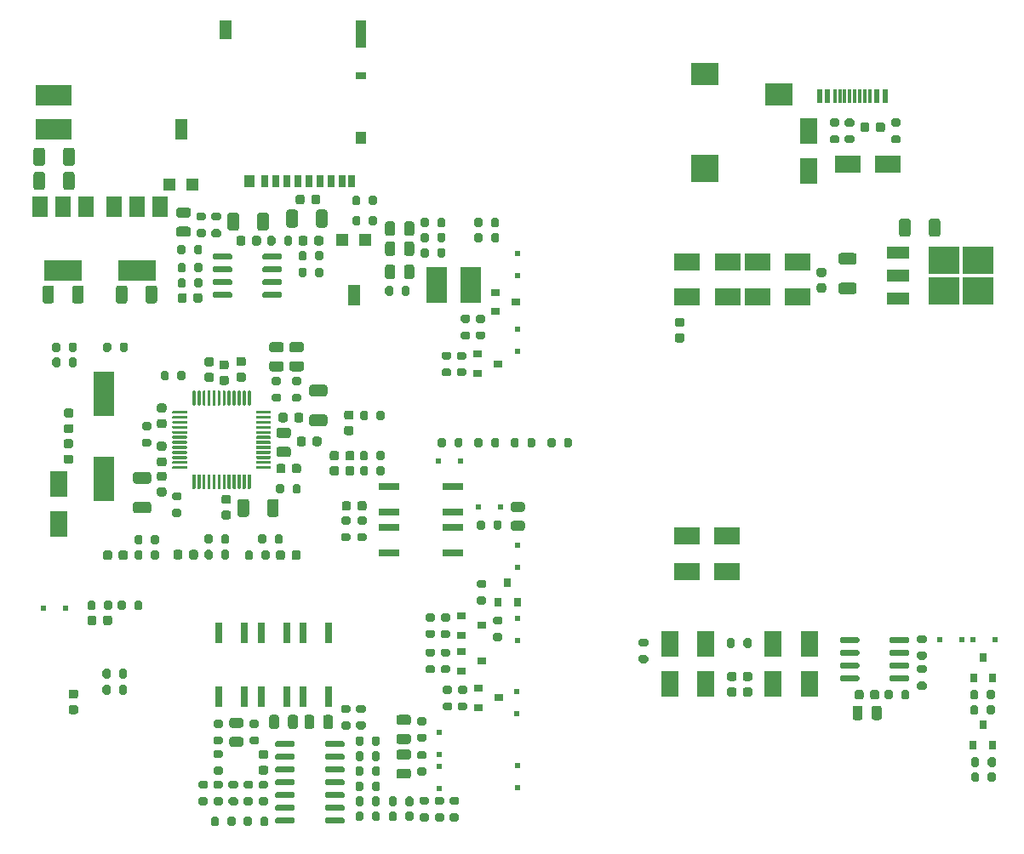
<source format=gbr>
%TF.GenerationSoftware,KiCad,Pcbnew,5.1.10-88a1d61d58~88~ubuntu18.04.1*%
%TF.CreationDate,2021-08-18T13:18:07+02:00*%
%TF.ProjectId,saba-fernbedienung,73616261-2d66-4657-926e-62656469656e,rev?*%
%TF.SameCoordinates,Original*%
%TF.FileFunction,Paste,Top*%
%TF.FilePolarity,Positive*%
%FSLAX46Y46*%
G04 Gerber Fmt 4.6, Leading zero omitted, Abs format (unit mm)*
G04 Created by KiCad (PCBNEW 5.1.10-88a1d61d58~88~ubuntu18.04.1) date 2021-08-18 13:18:07*
%MOMM*%
%LPD*%
G01*
G04 APERTURE LIST*
%ADD10R,0.800000X0.900000*%
%ADD11R,2.800000X2.800000*%
%ADD12R,2.800000X2.200000*%
%ADD13R,2.500000X1.800000*%
%ADD14R,0.500000X0.500000*%
%ADD15R,3.050000X2.750000*%
%ADD16R,2.200000X1.200000*%
%ADD17R,1.800000X2.500000*%
%ADD18R,2.000000X0.640000*%
%ADD19R,0.700000X1.200000*%
%ADD20R,1.000000X1.200000*%
%ADD21R,1.000000X0.800000*%
%ADD22R,1.000000X2.800000*%
%ADD23R,1.300000X1.900000*%
%ADD24R,2.000000X4.500000*%
%ADD25R,0.640000X2.000000*%
%ADD26R,0.900000X0.800000*%
%ADD27R,0.600000X1.450000*%
%ADD28R,0.300000X1.450000*%
%ADD29R,3.800000X2.000000*%
%ADD30R,1.500000X2.000000*%
%ADD31R,1.300000X1.300000*%
%ADD32R,1.300000X2.000000*%
%ADD33R,2.000000X3.600000*%
%ADD34R,3.600000X2.000000*%
G04 APERTURE END LIST*
%TO.C,R626*%
G36*
G01*
X196850000Y-125825000D02*
X196850000Y-126375000D01*
G75*
G02*
X196650000Y-126575000I-200000J0D01*
G01*
X196250000Y-126575000D01*
G75*
G02*
X196050000Y-126375000I0J200000D01*
G01*
X196050000Y-125825000D01*
G75*
G02*
X196250000Y-125625000I200000J0D01*
G01*
X196650000Y-125625000D01*
G75*
G02*
X196850000Y-125825000I0J-200000D01*
G01*
G37*
G36*
G01*
X195200000Y-125825000D02*
X195200000Y-126375000D01*
G75*
G02*
X195000000Y-126575000I-200000J0D01*
G01*
X194600000Y-126575000D01*
G75*
G02*
X194400000Y-126375000I0J200000D01*
G01*
X194400000Y-125825000D01*
G75*
G02*
X194600000Y-125625000I200000J0D01*
G01*
X195000000Y-125625000D01*
G75*
G02*
X195200000Y-125825000I0J-200000D01*
G01*
G37*
%TD*%
%TO.C,R623*%
G36*
G01*
X196850000Y-127325000D02*
X196850000Y-127875000D01*
G75*
G02*
X196650000Y-128075000I-200000J0D01*
G01*
X196250000Y-128075000D01*
G75*
G02*
X196050000Y-127875000I0J200000D01*
G01*
X196050000Y-127325000D01*
G75*
G02*
X196250000Y-127125000I200000J0D01*
G01*
X196650000Y-127125000D01*
G75*
G02*
X196850000Y-127325000I0J-200000D01*
G01*
G37*
G36*
G01*
X195200000Y-127325000D02*
X195200000Y-127875000D01*
G75*
G02*
X195000000Y-128075000I-200000J0D01*
G01*
X194600000Y-128075000D01*
G75*
G02*
X194400000Y-127875000I0J200000D01*
G01*
X194400000Y-127325000D01*
G75*
G02*
X194600000Y-127125000I200000J0D01*
G01*
X195000000Y-127125000D01*
G75*
G02*
X195200000Y-127325000I0J-200000D01*
G01*
G37*
%TD*%
D10*
%TO.C,Q608*%
X194750000Y-124400000D03*
X196650000Y-124400000D03*
X195700000Y-122400000D03*
%TD*%
%TO.C,R625*%
G36*
G01*
X195300000Y-132525000D02*
X195300000Y-133075000D01*
G75*
G02*
X195100000Y-133275000I-200000J0D01*
G01*
X194700000Y-133275000D01*
G75*
G02*
X194500000Y-133075000I0J200000D01*
G01*
X194500000Y-132525000D01*
G75*
G02*
X194700000Y-132325000I200000J0D01*
G01*
X195100000Y-132325000D01*
G75*
G02*
X195300000Y-132525000I0J-200000D01*
G01*
G37*
G36*
G01*
X196950000Y-132525000D02*
X196950000Y-133075000D01*
G75*
G02*
X196750000Y-133275000I-200000J0D01*
G01*
X196350000Y-133275000D01*
G75*
G02*
X196150000Y-133075000I0J200000D01*
G01*
X196150000Y-132525000D01*
G75*
G02*
X196350000Y-132325000I200000J0D01*
G01*
X196750000Y-132325000D01*
G75*
G02*
X196950000Y-132525000I0J-200000D01*
G01*
G37*
%TD*%
%TO.C,R622*%
G36*
G01*
X196150000Y-134575000D02*
X196150000Y-134025000D01*
G75*
G02*
X196350000Y-133825000I200000J0D01*
G01*
X196750000Y-133825000D01*
G75*
G02*
X196950000Y-134025000I0J-200000D01*
G01*
X196950000Y-134575000D01*
G75*
G02*
X196750000Y-134775000I-200000J0D01*
G01*
X196350000Y-134775000D01*
G75*
G02*
X196150000Y-134575000I0J200000D01*
G01*
G37*
G36*
G01*
X194500000Y-134575000D02*
X194500000Y-134025000D01*
G75*
G02*
X194700000Y-133825000I200000J0D01*
G01*
X195100000Y-133825000D01*
G75*
G02*
X195300000Y-134025000I0J-200000D01*
G01*
X195300000Y-134575000D01*
G75*
G02*
X195100000Y-134775000I-200000J0D01*
G01*
X194700000Y-134775000D01*
G75*
G02*
X194500000Y-134575000I0J200000D01*
G01*
G37*
%TD*%
%TO.C,Q607*%
X195650000Y-129100000D03*
X196600000Y-131100000D03*
X194700000Y-131100000D03*
%TD*%
%TO.C,R718*%
G36*
G01*
X145900000Y-78825000D02*
X145900000Y-79375000D01*
G75*
G02*
X145700000Y-79575000I-200000J0D01*
G01*
X145300000Y-79575000D01*
G75*
G02*
X145100000Y-79375000I0J200000D01*
G01*
X145100000Y-78825000D01*
G75*
G02*
X145300000Y-78625000I200000J0D01*
G01*
X145700000Y-78625000D01*
G75*
G02*
X145900000Y-78825000I0J-200000D01*
G01*
G37*
G36*
G01*
X147550000Y-78825000D02*
X147550000Y-79375000D01*
G75*
G02*
X147350000Y-79575000I-200000J0D01*
G01*
X146950000Y-79575000D01*
G75*
G02*
X146750000Y-79375000I0J200000D01*
G01*
X146750000Y-78825000D01*
G75*
G02*
X146950000Y-78625000I200000J0D01*
G01*
X147350000Y-78625000D01*
G75*
G02*
X147550000Y-78825000I0J-200000D01*
G01*
G37*
%TD*%
%TO.C,R705*%
G36*
G01*
X117625000Y-78100000D02*
X118175000Y-78100000D01*
G75*
G02*
X118375000Y-78300000I0J-200000D01*
G01*
X118375000Y-78700000D01*
G75*
G02*
X118175000Y-78900000I-200000J0D01*
G01*
X117625000Y-78900000D01*
G75*
G02*
X117425000Y-78700000I0J200000D01*
G01*
X117425000Y-78300000D01*
G75*
G02*
X117625000Y-78100000I200000J0D01*
G01*
G37*
G36*
G01*
X117625000Y-79750000D02*
X118175000Y-79750000D01*
G75*
G02*
X118375000Y-79950000I0J-200000D01*
G01*
X118375000Y-80350000D01*
G75*
G02*
X118175000Y-80550000I-200000J0D01*
G01*
X117625000Y-80550000D01*
G75*
G02*
X117425000Y-80350000I0J200000D01*
G01*
X117425000Y-79950000D01*
G75*
G02*
X117625000Y-79750000I200000J0D01*
G01*
G37*
%TD*%
D11*
%TO.C,J305*%
X168000000Y-73700000D03*
D12*
X168000000Y-64300000D03*
X175400000Y-66300000D03*
%TD*%
%TO.C,R203*%
G36*
G01*
X110400000Y-116925000D02*
X110400000Y-117475000D01*
G75*
G02*
X110200000Y-117675000I-200000J0D01*
G01*
X109800000Y-117675000D01*
G75*
G02*
X109600000Y-117475000I0J200000D01*
G01*
X109600000Y-116925000D01*
G75*
G02*
X109800000Y-116725000I200000J0D01*
G01*
X110200000Y-116725000D01*
G75*
G02*
X110400000Y-116925000I0J-200000D01*
G01*
G37*
G36*
G01*
X112050000Y-116925000D02*
X112050000Y-117475000D01*
G75*
G02*
X111850000Y-117675000I-200000J0D01*
G01*
X111450000Y-117675000D01*
G75*
G02*
X111250000Y-117475000I0J200000D01*
G01*
X111250000Y-116925000D01*
G75*
G02*
X111450000Y-116725000I200000J0D01*
G01*
X111850000Y-116725000D01*
G75*
G02*
X112050000Y-116925000I0J-200000D01*
G01*
G37*
%TD*%
%TO.C,R205*%
G36*
G01*
X143100000Y-101275000D02*
X143100000Y-100725000D01*
G75*
G02*
X143300000Y-100525000I200000J0D01*
G01*
X143700000Y-100525000D01*
G75*
G02*
X143900000Y-100725000I0J-200000D01*
G01*
X143900000Y-101275000D01*
G75*
G02*
X143700000Y-101475000I-200000J0D01*
G01*
X143300000Y-101475000D01*
G75*
G02*
X143100000Y-101275000I0J200000D01*
G01*
G37*
G36*
G01*
X141450000Y-101275000D02*
X141450000Y-100725000D01*
G75*
G02*
X141650000Y-100525000I200000J0D01*
G01*
X142050000Y-100525000D01*
G75*
G02*
X142250000Y-100725000I0J-200000D01*
G01*
X142250000Y-101275000D01*
G75*
G02*
X142050000Y-101475000I-200000J0D01*
G01*
X141650000Y-101475000D01*
G75*
G02*
X141450000Y-101275000I0J200000D01*
G01*
G37*
%TD*%
D13*
%TO.C,D605*%
X166200000Y-113800000D03*
X170200000Y-113800000D03*
%TD*%
D14*
%TO.C,D202*%
X143700000Y-102800000D03*
X141500000Y-102800000D03*
%TD*%
D15*
%TO.C,U401*%
X191825000Y-85925000D03*
X195175000Y-82875000D03*
X191825000Y-82875000D03*
X195175000Y-85925000D03*
D16*
X187200000Y-86680000D03*
X187200000Y-84400000D03*
X187200000Y-82120000D03*
%TD*%
%TO.C,R204*%
G36*
G01*
X108250000Y-117475000D02*
X108250000Y-116925000D01*
G75*
G02*
X108450000Y-116725000I200000J0D01*
G01*
X108850000Y-116725000D01*
G75*
G02*
X109050000Y-116925000I0J-200000D01*
G01*
X109050000Y-117475000D01*
G75*
G02*
X108850000Y-117675000I-200000J0D01*
G01*
X108450000Y-117675000D01*
G75*
G02*
X108250000Y-117475000I0J200000D01*
G01*
G37*
G36*
G01*
X106600000Y-117475000D02*
X106600000Y-116925000D01*
G75*
G02*
X106800000Y-116725000I200000J0D01*
G01*
X107200000Y-116725000D01*
G75*
G02*
X107400000Y-116925000I0J-200000D01*
G01*
X107400000Y-117475000D01*
G75*
G02*
X107200000Y-117675000I-200000J0D01*
G01*
X106800000Y-117675000D01*
G75*
G02*
X106600000Y-117475000I0J200000D01*
G01*
G37*
%TD*%
%TO.C,R722*%
G36*
G01*
X141400000Y-80875000D02*
X141400000Y-80325000D01*
G75*
G02*
X141600000Y-80125000I200000J0D01*
G01*
X142000000Y-80125000D01*
G75*
G02*
X142200000Y-80325000I0J-200000D01*
G01*
X142200000Y-80875000D01*
G75*
G02*
X142000000Y-81075000I-200000J0D01*
G01*
X141600000Y-81075000D01*
G75*
G02*
X141400000Y-80875000I0J200000D01*
G01*
G37*
G36*
G01*
X139750000Y-80875000D02*
X139750000Y-80325000D01*
G75*
G02*
X139950000Y-80125000I200000J0D01*
G01*
X140350000Y-80125000D01*
G75*
G02*
X140550000Y-80325000I0J-200000D01*
G01*
X140550000Y-80875000D01*
G75*
G02*
X140350000Y-81075000I-200000J0D01*
G01*
X139950000Y-81075000D01*
G75*
G02*
X139750000Y-80875000I0J200000D01*
G01*
G37*
%TD*%
%TO.C,R202*%
G36*
G01*
X104750000Y-93275000D02*
X104750000Y-92725000D01*
G75*
G02*
X104950000Y-92525000I200000J0D01*
G01*
X105350000Y-92525000D01*
G75*
G02*
X105550000Y-92725000I0J-200000D01*
G01*
X105550000Y-93275000D01*
G75*
G02*
X105350000Y-93475000I-200000J0D01*
G01*
X104950000Y-93475000D01*
G75*
G02*
X104750000Y-93275000I0J200000D01*
G01*
G37*
G36*
G01*
X103100000Y-93275000D02*
X103100000Y-92725000D01*
G75*
G02*
X103300000Y-92525000I200000J0D01*
G01*
X103700000Y-92525000D01*
G75*
G02*
X103900000Y-92725000I0J-200000D01*
G01*
X103900000Y-93275000D01*
G75*
G02*
X103700000Y-93475000I-200000J0D01*
G01*
X103300000Y-93475000D01*
G75*
G02*
X103100000Y-93275000I0J200000D01*
G01*
G37*
%TD*%
%TO.C,R624*%
G36*
G01*
X146750000Y-80875000D02*
X146750000Y-80325000D01*
G75*
G02*
X146950000Y-80125000I200000J0D01*
G01*
X147350000Y-80125000D01*
G75*
G02*
X147550000Y-80325000I0J-200000D01*
G01*
X147550000Y-80875000D01*
G75*
G02*
X147350000Y-81075000I-200000J0D01*
G01*
X146950000Y-81075000D01*
G75*
G02*
X146750000Y-80875000I0J200000D01*
G01*
G37*
G36*
G01*
X145100000Y-80875000D02*
X145100000Y-80325000D01*
G75*
G02*
X145300000Y-80125000I200000J0D01*
G01*
X145700000Y-80125000D01*
G75*
G02*
X145900000Y-80325000I0J-200000D01*
G01*
X145900000Y-80875000D01*
G75*
G02*
X145700000Y-81075000I-200000J0D01*
G01*
X145300000Y-81075000D01*
G75*
G02*
X145100000Y-80875000I0J200000D01*
G01*
G37*
%TD*%
%TO.C,C404*%
G36*
G01*
X188475000Y-78949999D02*
X188475000Y-80250001D01*
G75*
G02*
X188225001Y-80500000I-249999J0D01*
G01*
X187574999Y-80500000D01*
G75*
G02*
X187325000Y-80250001I0J249999D01*
G01*
X187325000Y-78949999D01*
G75*
G02*
X187574999Y-78700000I249999J0D01*
G01*
X188225001Y-78700000D01*
G75*
G02*
X188475000Y-78949999I0J-249999D01*
G01*
G37*
G36*
G01*
X191425000Y-78949999D02*
X191425000Y-80250001D01*
G75*
G02*
X191175001Y-80500000I-249999J0D01*
G01*
X190524999Y-80500000D01*
G75*
G02*
X190275000Y-80250001I0J249999D01*
G01*
X190275000Y-78949999D01*
G75*
G02*
X190524999Y-78700000I249999J0D01*
G01*
X191175001Y-78700000D01*
G75*
G02*
X191425000Y-78949999I0J-249999D01*
G01*
G37*
%TD*%
%TO.C,C201*%
G36*
G01*
X107500000Y-118450000D02*
X107500000Y-118950000D01*
G75*
G02*
X107275000Y-119175000I-225000J0D01*
G01*
X106825000Y-119175000D01*
G75*
G02*
X106600000Y-118950000I0J225000D01*
G01*
X106600000Y-118450000D01*
G75*
G02*
X106825000Y-118225000I225000J0D01*
G01*
X107275000Y-118225000D01*
G75*
G02*
X107500000Y-118450000I0J-225000D01*
G01*
G37*
G36*
G01*
X109050000Y-118450000D02*
X109050000Y-118950000D01*
G75*
G02*
X108825000Y-119175000I-225000J0D01*
G01*
X108375000Y-119175000D01*
G75*
G02*
X108150000Y-118950000I0J225000D01*
G01*
X108150000Y-118450000D01*
G75*
G02*
X108375000Y-118225000I225000J0D01*
G01*
X108825000Y-118225000D01*
G75*
G02*
X109050000Y-118450000I0J-225000D01*
G01*
G37*
%TD*%
%TO.C,R201*%
G36*
G01*
X109750000Y-124275000D02*
X109750000Y-123725000D01*
G75*
G02*
X109950000Y-123525000I200000J0D01*
G01*
X110350000Y-123525000D01*
G75*
G02*
X110550000Y-123725000I0J-200000D01*
G01*
X110550000Y-124275000D01*
G75*
G02*
X110350000Y-124475000I-200000J0D01*
G01*
X109950000Y-124475000D01*
G75*
G02*
X109750000Y-124275000I0J200000D01*
G01*
G37*
G36*
G01*
X108100000Y-124275000D02*
X108100000Y-123725000D01*
G75*
G02*
X108300000Y-123525000I200000J0D01*
G01*
X108700000Y-123525000D01*
G75*
G02*
X108900000Y-123725000I0J-200000D01*
G01*
X108900000Y-124275000D01*
G75*
G02*
X108700000Y-124475000I-200000J0D01*
G01*
X108300000Y-124475000D01*
G75*
G02*
X108100000Y-124275000I0J200000D01*
G01*
G37*
%TD*%
%TO.C,R723*%
G36*
G01*
X141400000Y-82375000D02*
X141400000Y-81825000D01*
G75*
G02*
X141600000Y-81625000I200000J0D01*
G01*
X142000000Y-81625000D01*
G75*
G02*
X142200000Y-81825000I0J-200000D01*
G01*
X142200000Y-82375000D01*
G75*
G02*
X142000000Y-82575000I-200000J0D01*
G01*
X141600000Y-82575000D01*
G75*
G02*
X141400000Y-82375000I0J200000D01*
G01*
G37*
G36*
G01*
X139750000Y-82375000D02*
X139750000Y-81825000D01*
G75*
G02*
X139950000Y-81625000I200000J0D01*
G01*
X140350000Y-81625000D01*
G75*
G02*
X140550000Y-81825000I0J-200000D01*
G01*
X140550000Y-82375000D01*
G75*
G02*
X140350000Y-82575000I-200000J0D01*
G01*
X139950000Y-82575000D01*
G75*
G02*
X139750000Y-82375000I0J200000D01*
G01*
G37*
%TD*%
%TO.C,C714*%
G36*
G01*
X115675000Y-79500000D02*
X116625000Y-79500000D01*
G75*
G02*
X116875000Y-79750000I0J-250000D01*
G01*
X116875000Y-80250000D01*
G75*
G02*
X116625000Y-80500000I-250000J0D01*
G01*
X115675000Y-80500000D01*
G75*
G02*
X115425000Y-80250000I0J250000D01*
G01*
X115425000Y-79750000D01*
G75*
G02*
X115675000Y-79500000I250000J0D01*
G01*
G37*
G36*
G01*
X115675000Y-77600000D02*
X116625000Y-77600000D01*
G75*
G02*
X116875000Y-77850000I0J-250000D01*
G01*
X116875000Y-78350000D01*
G75*
G02*
X116625000Y-78600000I-250000J0D01*
G01*
X115675000Y-78600000D01*
G75*
G02*
X115425000Y-78350000I0J250000D01*
G01*
X115425000Y-77850000D01*
G75*
G02*
X115675000Y-77600000I250000J0D01*
G01*
G37*
%TD*%
%TO.C,C721*%
G36*
G01*
X138100000Y-84475000D02*
X138100000Y-83525000D01*
G75*
G02*
X138350000Y-83275000I250000J0D01*
G01*
X138850000Y-83275000D01*
G75*
G02*
X139100000Y-83525000I0J-250000D01*
G01*
X139100000Y-84475000D01*
G75*
G02*
X138850000Y-84725000I-250000J0D01*
G01*
X138350000Y-84725000D01*
G75*
G02*
X138100000Y-84475000I0J250000D01*
G01*
G37*
G36*
G01*
X136200000Y-84475000D02*
X136200000Y-83525000D01*
G75*
G02*
X136450000Y-83275000I250000J0D01*
G01*
X136950000Y-83275000D01*
G75*
G02*
X137200000Y-83525000I0J-250000D01*
G01*
X137200000Y-84475000D01*
G75*
G02*
X136950000Y-84725000I-250000J0D01*
G01*
X136450000Y-84725000D01*
G75*
G02*
X136200000Y-84475000I0J250000D01*
G01*
G37*
%TD*%
D14*
%TO.C,D201*%
X104400000Y-117500000D03*
X102200000Y-117500000D03*
%TD*%
D17*
%TO.C,D406*%
X103700000Y-105100000D03*
X103700000Y-109100000D03*
%TD*%
D13*
%TO.C,D602*%
X170200000Y-110300000D03*
X166200000Y-110300000D03*
%TD*%
D18*
%TO.C,U202*%
X136600000Y-107900000D03*
X136600000Y-105360000D03*
X142900000Y-105360000D03*
X142900000Y-107900000D03*
%TD*%
D19*
%TO.C,J303*%
X132875000Y-74975000D03*
X131925000Y-74975000D03*
X124225000Y-74975000D03*
X125325000Y-74975000D03*
X126425000Y-74975000D03*
X127525000Y-74975000D03*
X128625000Y-74975000D03*
X129725000Y-74975000D03*
X130825000Y-74975000D03*
D20*
X122675000Y-74975000D03*
X133825000Y-70675000D03*
D21*
X133825000Y-64475000D03*
D22*
X133825000Y-60325000D03*
D23*
X120325000Y-59875000D03*
%TD*%
%TO.C,R719*%
G36*
G01*
X126150000Y-105325000D02*
X126150000Y-105875000D01*
G75*
G02*
X125950000Y-106075000I-200000J0D01*
G01*
X125550000Y-106075000D01*
G75*
G02*
X125350000Y-105875000I0J200000D01*
G01*
X125350000Y-105325000D01*
G75*
G02*
X125550000Y-105125000I200000J0D01*
G01*
X125950000Y-105125000D01*
G75*
G02*
X126150000Y-105325000I0J-200000D01*
G01*
G37*
G36*
G01*
X127800000Y-105325000D02*
X127800000Y-105875000D01*
G75*
G02*
X127600000Y-106075000I-200000J0D01*
G01*
X127200000Y-106075000D01*
G75*
G02*
X127000000Y-105875000I0J200000D01*
G01*
X127000000Y-105325000D01*
G75*
G02*
X127200000Y-105125000I200000J0D01*
G01*
X127600000Y-105125000D01*
G75*
G02*
X127800000Y-105325000I0J-200000D01*
G01*
G37*
%TD*%
%TO.C,R721*%
G36*
G01*
X115775000Y-108400000D02*
X115225000Y-108400000D01*
G75*
G02*
X115025000Y-108200000I0J200000D01*
G01*
X115025000Y-107800000D01*
G75*
G02*
X115225000Y-107600000I200000J0D01*
G01*
X115775000Y-107600000D01*
G75*
G02*
X115975000Y-107800000I0J-200000D01*
G01*
X115975000Y-108200000D01*
G75*
G02*
X115775000Y-108400000I-200000J0D01*
G01*
G37*
G36*
G01*
X115775000Y-106750000D02*
X115225000Y-106750000D01*
G75*
G02*
X115025000Y-106550000I0J200000D01*
G01*
X115025000Y-106150000D01*
G75*
G02*
X115225000Y-105950000I200000J0D01*
G01*
X115775000Y-105950000D01*
G75*
G02*
X115975000Y-106150000I0J-200000D01*
G01*
X115975000Y-106550000D01*
G75*
G02*
X115775000Y-106750000I-200000J0D01*
G01*
G37*
%TD*%
%TO.C,R720*%
G36*
G01*
X113900000Y-94615000D02*
X113900000Y-94065000D01*
G75*
G02*
X114100000Y-93865000I200000J0D01*
G01*
X114500000Y-93865000D01*
G75*
G02*
X114700000Y-94065000I0J-200000D01*
G01*
X114700000Y-94615000D01*
G75*
G02*
X114500000Y-94815000I-200000J0D01*
G01*
X114100000Y-94815000D01*
G75*
G02*
X113900000Y-94615000I0J200000D01*
G01*
G37*
G36*
G01*
X115550000Y-94615000D02*
X115550000Y-94065000D01*
G75*
G02*
X115750000Y-93865000I200000J0D01*
G01*
X116150000Y-93865000D01*
G75*
G02*
X116350000Y-94065000I0J-200000D01*
G01*
X116350000Y-94615000D01*
G75*
G02*
X116150000Y-94815000I-200000J0D01*
G01*
X115750000Y-94815000D01*
G75*
G02*
X115550000Y-94615000I0J200000D01*
G01*
G37*
%TD*%
%TO.C,R717*%
G36*
G01*
X133700000Y-98575000D02*
X133700000Y-98025000D01*
G75*
G02*
X133900000Y-97825000I200000J0D01*
G01*
X134300000Y-97825000D01*
G75*
G02*
X134500000Y-98025000I0J-200000D01*
G01*
X134500000Y-98575000D01*
G75*
G02*
X134300000Y-98775000I-200000J0D01*
G01*
X133900000Y-98775000D01*
G75*
G02*
X133700000Y-98575000I0J200000D01*
G01*
G37*
G36*
G01*
X135350000Y-98575000D02*
X135350000Y-98025000D01*
G75*
G02*
X135550000Y-97825000I200000J0D01*
G01*
X135950000Y-97825000D01*
G75*
G02*
X136150000Y-98025000I0J-200000D01*
G01*
X136150000Y-98575000D01*
G75*
G02*
X135950000Y-98775000I-200000J0D01*
G01*
X135550000Y-98775000D01*
G75*
G02*
X135350000Y-98575000I0J200000D01*
G01*
G37*
%TD*%
%TO.C,R715*%
G36*
G01*
X133700000Y-102575000D02*
X133700000Y-102025000D01*
G75*
G02*
X133900000Y-101825000I200000J0D01*
G01*
X134300000Y-101825000D01*
G75*
G02*
X134500000Y-102025000I0J-200000D01*
G01*
X134500000Y-102575000D01*
G75*
G02*
X134300000Y-102775000I-200000J0D01*
G01*
X133900000Y-102775000D01*
G75*
G02*
X133700000Y-102575000I0J200000D01*
G01*
G37*
G36*
G01*
X135350000Y-102575000D02*
X135350000Y-102025000D01*
G75*
G02*
X135550000Y-101825000I200000J0D01*
G01*
X135950000Y-101825000D01*
G75*
G02*
X136150000Y-102025000I0J-200000D01*
G01*
X136150000Y-102575000D01*
G75*
G02*
X135950000Y-102775000I-200000J0D01*
G01*
X135550000Y-102775000D01*
G75*
G02*
X135350000Y-102575000I0J200000D01*
G01*
G37*
%TD*%
%TO.C,R712*%
G36*
G01*
X127675000Y-96925000D02*
X127125000Y-96925000D01*
G75*
G02*
X126925000Y-96725000I0J200000D01*
G01*
X126925000Y-96325000D01*
G75*
G02*
X127125000Y-96125000I200000J0D01*
G01*
X127675000Y-96125000D01*
G75*
G02*
X127875000Y-96325000I0J-200000D01*
G01*
X127875000Y-96725000D01*
G75*
G02*
X127675000Y-96925000I-200000J0D01*
G01*
G37*
G36*
G01*
X127675000Y-95275000D02*
X127125000Y-95275000D01*
G75*
G02*
X126925000Y-95075000I0J200000D01*
G01*
X126925000Y-94675000D01*
G75*
G02*
X127125000Y-94475000I200000J0D01*
G01*
X127675000Y-94475000D01*
G75*
G02*
X127875000Y-94675000I0J-200000D01*
G01*
X127875000Y-95075000D01*
G75*
G02*
X127675000Y-95275000I-200000J0D01*
G01*
G37*
%TD*%
%TO.C,R710*%
G36*
G01*
X125125000Y-94475000D02*
X125675000Y-94475000D01*
G75*
G02*
X125875000Y-94675000I0J-200000D01*
G01*
X125875000Y-95075000D01*
G75*
G02*
X125675000Y-95275000I-200000J0D01*
G01*
X125125000Y-95275000D01*
G75*
G02*
X124925000Y-95075000I0J200000D01*
G01*
X124925000Y-94675000D01*
G75*
G02*
X125125000Y-94475000I200000J0D01*
G01*
G37*
G36*
G01*
X125125000Y-96125000D02*
X125675000Y-96125000D01*
G75*
G02*
X125875000Y-96325000I0J-200000D01*
G01*
X125875000Y-96725000D01*
G75*
G02*
X125675000Y-96925000I-200000J0D01*
G01*
X125125000Y-96925000D01*
G75*
G02*
X124925000Y-96725000I0J200000D01*
G01*
X124925000Y-96325000D01*
G75*
G02*
X125125000Y-96125000I200000J0D01*
G01*
G37*
%TD*%
%TO.C,R707*%
G36*
G01*
X112205000Y-98955000D02*
X112755000Y-98955000D01*
G75*
G02*
X112955000Y-99155000I0J-200000D01*
G01*
X112955000Y-99555000D01*
G75*
G02*
X112755000Y-99755000I-200000J0D01*
G01*
X112205000Y-99755000D01*
G75*
G02*
X112005000Y-99555000I0J200000D01*
G01*
X112005000Y-99155000D01*
G75*
G02*
X112205000Y-98955000I200000J0D01*
G01*
G37*
G36*
G01*
X112205000Y-100605000D02*
X112755000Y-100605000D01*
G75*
G02*
X112955000Y-100805000I0J-200000D01*
G01*
X112955000Y-101205000D01*
G75*
G02*
X112755000Y-101405000I-200000J0D01*
G01*
X112205000Y-101405000D01*
G75*
G02*
X112005000Y-101205000I0J200000D01*
G01*
X112005000Y-100805000D01*
G75*
G02*
X112205000Y-100605000I200000J0D01*
G01*
G37*
%TD*%
%TO.C,C725*%
G36*
G01*
X132350000Y-97800000D02*
X132850000Y-97800000D01*
G75*
G02*
X133075000Y-98025000I0J-225000D01*
G01*
X133075000Y-98475000D01*
G75*
G02*
X132850000Y-98700000I-225000J0D01*
G01*
X132350000Y-98700000D01*
G75*
G02*
X132125000Y-98475000I0J225000D01*
G01*
X132125000Y-98025000D01*
G75*
G02*
X132350000Y-97800000I225000J0D01*
G01*
G37*
G36*
G01*
X132350000Y-99350000D02*
X132850000Y-99350000D01*
G75*
G02*
X133075000Y-99575000I0J-225000D01*
G01*
X133075000Y-100025000D01*
G75*
G02*
X132850000Y-100250000I-225000J0D01*
G01*
X132350000Y-100250000D01*
G75*
G02*
X132125000Y-100025000I0J225000D01*
G01*
X132125000Y-99575000D01*
G75*
G02*
X132350000Y-99350000I225000J0D01*
G01*
G37*
%TD*%
%TO.C,C724*%
G36*
G01*
X133150000Y-103550000D02*
X133150000Y-104050000D01*
G75*
G02*
X132925000Y-104275000I-225000J0D01*
G01*
X132475000Y-104275000D01*
G75*
G02*
X132250000Y-104050000I0J225000D01*
G01*
X132250000Y-103550000D01*
G75*
G02*
X132475000Y-103325000I225000J0D01*
G01*
X132925000Y-103325000D01*
G75*
G02*
X133150000Y-103550000I0J-225000D01*
G01*
G37*
G36*
G01*
X131600000Y-103550000D02*
X131600000Y-104050000D01*
G75*
G02*
X131375000Y-104275000I-225000J0D01*
G01*
X130925000Y-104275000D01*
G75*
G02*
X130700000Y-104050000I0J225000D01*
G01*
X130700000Y-103550000D01*
G75*
G02*
X130925000Y-103325000I225000J0D01*
G01*
X131375000Y-103325000D01*
G75*
G02*
X131600000Y-103550000I0J-225000D01*
G01*
G37*
%TD*%
%TO.C,C723*%
G36*
G01*
X133150000Y-102050000D02*
X133150000Y-102550000D01*
G75*
G02*
X132925000Y-102775000I-225000J0D01*
G01*
X132475000Y-102775000D01*
G75*
G02*
X132250000Y-102550000I0J225000D01*
G01*
X132250000Y-102050000D01*
G75*
G02*
X132475000Y-101825000I225000J0D01*
G01*
X132925000Y-101825000D01*
G75*
G02*
X133150000Y-102050000I0J-225000D01*
G01*
G37*
G36*
G01*
X131600000Y-102050000D02*
X131600000Y-102550000D01*
G75*
G02*
X131375000Y-102775000I-225000J0D01*
G01*
X130925000Y-102775000D01*
G75*
G02*
X130700000Y-102550000I0J225000D01*
G01*
X130700000Y-102050000D01*
G75*
G02*
X130925000Y-101825000I225000J0D01*
G01*
X131375000Y-101825000D01*
G75*
G02*
X131600000Y-102050000I0J-225000D01*
G01*
G37*
%TD*%
%TO.C,C722*%
G36*
G01*
X125630000Y-99530000D02*
X126580000Y-99530000D01*
G75*
G02*
X126830000Y-99780000I0J-250000D01*
G01*
X126830000Y-100280000D01*
G75*
G02*
X126580000Y-100530000I-250000J0D01*
G01*
X125630000Y-100530000D01*
G75*
G02*
X125380000Y-100280000I0J250000D01*
G01*
X125380000Y-99780000D01*
G75*
G02*
X125630000Y-99530000I250000J0D01*
G01*
G37*
G36*
G01*
X125630000Y-101430000D02*
X126580000Y-101430000D01*
G75*
G02*
X126830000Y-101680000I0J-250000D01*
G01*
X126830000Y-102180000D01*
G75*
G02*
X126580000Y-102430000I-250000J0D01*
G01*
X125630000Y-102430000D01*
G75*
G02*
X125380000Y-102180000I0J250000D01*
G01*
X125380000Y-101680000D01*
G75*
G02*
X125630000Y-101430000I250000J0D01*
G01*
G37*
%TD*%
%TO.C,C719*%
G36*
G01*
X127875000Y-93900000D02*
X126925000Y-93900000D01*
G75*
G02*
X126675000Y-93650000I0J250000D01*
G01*
X126675000Y-93150000D01*
G75*
G02*
X126925000Y-92900000I250000J0D01*
G01*
X127875000Y-92900000D01*
G75*
G02*
X128125000Y-93150000I0J-250000D01*
G01*
X128125000Y-93650000D01*
G75*
G02*
X127875000Y-93900000I-250000J0D01*
G01*
G37*
G36*
G01*
X127875000Y-92000000D02*
X126925000Y-92000000D01*
G75*
G02*
X126675000Y-91750000I0J250000D01*
G01*
X126675000Y-91250000D01*
G75*
G02*
X126925000Y-91000000I250000J0D01*
G01*
X127875000Y-91000000D01*
G75*
G02*
X128125000Y-91250000I0J-250000D01*
G01*
X128125000Y-91750000D01*
G75*
G02*
X127875000Y-92000000I-250000J0D01*
G01*
G37*
%TD*%
%TO.C,C717*%
G36*
G01*
X124925000Y-91000000D02*
X125875000Y-91000000D01*
G75*
G02*
X126125000Y-91250000I0J-250000D01*
G01*
X126125000Y-91750000D01*
G75*
G02*
X125875000Y-92000000I-250000J0D01*
G01*
X124925000Y-92000000D01*
G75*
G02*
X124675000Y-91750000I0J250000D01*
G01*
X124675000Y-91250000D01*
G75*
G02*
X124925000Y-91000000I250000J0D01*
G01*
G37*
G36*
G01*
X124925000Y-92900000D02*
X125875000Y-92900000D01*
G75*
G02*
X126125000Y-93150000I0J-250000D01*
G01*
X126125000Y-93650000D01*
G75*
G02*
X125875000Y-93900000I-250000J0D01*
G01*
X124925000Y-93900000D01*
G75*
G02*
X124675000Y-93650000I0J250000D01*
G01*
X124675000Y-93150000D01*
G75*
G02*
X124925000Y-92900000I250000J0D01*
G01*
G37*
%TD*%
%TO.C,C716*%
G36*
G01*
X104480000Y-99155000D02*
X104980000Y-99155000D01*
G75*
G02*
X105205000Y-99380000I0J-225000D01*
G01*
X105205000Y-99830000D01*
G75*
G02*
X104980000Y-100055000I-225000J0D01*
G01*
X104480000Y-100055000D01*
G75*
G02*
X104255000Y-99830000I0J225000D01*
G01*
X104255000Y-99380000D01*
G75*
G02*
X104480000Y-99155000I225000J0D01*
G01*
G37*
G36*
G01*
X104480000Y-97605000D02*
X104980000Y-97605000D01*
G75*
G02*
X105205000Y-97830000I0J-225000D01*
G01*
X105205000Y-98280000D01*
G75*
G02*
X104980000Y-98505000I-225000J0D01*
G01*
X104480000Y-98505000D01*
G75*
G02*
X104255000Y-98280000I0J225000D01*
G01*
X104255000Y-97830000D01*
G75*
G02*
X104480000Y-97605000I225000J0D01*
G01*
G37*
%TD*%
%TO.C,C715*%
G36*
G01*
X104950000Y-103100000D02*
X104450000Y-103100000D01*
G75*
G02*
X104225000Y-102875000I0J225000D01*
G01*
X104225000Y-102425000D01*
G75*
G02*
X104450000Y-102200000I225000J0D01*
G01*
X104950000Y-102200000D01*
G75*
G02*
X105175000Y-102425000I0J-225000D01*
G01*
X105175000Y-102875000D01*
G75*
G02*
X104950000Y-103100000I-225000J0D01*
G01*
G37*
G36*
G01*
X104950000Y-101550000D02*
X104450000Y-101550000D01*
G75*
G02*
X104225000Y-101325000I0J225000D01*
G01*
X104225000Y-100875000D01*
G75*
G02*
X104450000Y-100650000I225000J0D01*
G01*
X104950000Y-100650000D01*
G75*
G02*
X105175000Y-100875000I0J-225000D01*
G01*
X105175000Y-101325000D01*
G75*
G02*
X104950000Y-101550000I-225000J0D01*
G01*
G37*
%TD*%
%TO.C,C713*%
G36*
G01*
X128055000Y-98255000D02*
X128055000Y-98755000D01*
G75*
G02*
X127830000Y-98980000I-225000J0D01*
G01*
X127380000Y-98980000D01*
G75*
G02*
X127155000Y-98755000I0J225000D01*
G01*
X127155000Y-98255000D01*
G75*
G02*
X127380000Y-98030000I225000J0D01*
G01*
X127830000Y-98030000D01*
G75*
G02*
X128055000Y-98255000I0J-225000D01*
G01*
G37*
G36*
G01*
X126505000Y-98255000D02*
X126505000Y-98755000D01*
G75*
G02*
X126280000Y-98980000I-225000J0D01*
G01*
X125830000Y-98980000D01*
G75*
G02*
X125605000Y-98755000I0J225000D01*
G01*
X125605000Y-98255000D01*
G75*
G02*
X125830000Y-98030000I225000J0D01*
G01*
X126280000Y-98030000D01*
G75*
G02*
X126505000Y-98255000I0J-225000D01*
G01*
G37*
%TD*%
%TO.C,C712*%
G36*
G01*
X127830000Y-103330000D02*
X127830000Y-103830000D01*
G75*
G02*
X127605000Y-104055000I-225000J0D01*
G01*
X127155000Y-104055000D01*
G75*
G02*
X126930000Y-103830000I0J225000D01*
G01*
X126930000Y-103330000D01*
G75*
G02*
X127155000Y-103105000I225000J0D01*
G01*
X127605000Y-103105000D01*
G75*
G02*
X127830000Y-103330000I0J-225000D01*
G01*
G37*
G36*
G01*
X126280000Y-103330000D02*
X126280000Y-103830000D01*
G75*
G02*
X126055000Y-104055000I-225000J0D01*
G01*
X125605000Y-104055000D01*
G75*
G02*
X125380000Y-103830000I0J225000D01*
G01*
X125380000Y-103330000D01*
G75*
G02*
X125605000Y-103105000I225000J0D01*
G01*
X126055000Y-103105000D01*
G75*
G02*
X126280000Y-103330000I0J-225000D01*
G01*
G37*
%TD*%
%TO.C,C711*%
G36*
G01*
X129880000Y-100630000D02*
X129880000Y-101130000D01*
G75*
G02*
X129655000Y-101355000I-225000J0D01*
G01*
X129205000Y-101355000D01*
G75*
G02*
X128980000Y-101130000I0J225000D01*
G01*
X128980000Y-100630000D01*
G75*
G02*
X129205000Y-100405000I225000J0D01*
G01*
X129655000Y-100405000D01*
G75*
G02*
X129880000Y-100630000I0J-225000D01*
G01*
G37*
G36*
G01*
X128330000Y-100630000D02*
X128330000Y-101130000D01*
G75*
G02*
X128105000Y-101355000I-225000J0D01*
G01*
X127655000Y-101355000D01*
G75*
G02*
X127430000Y-101130000I0J225000D01*
G01*
X127430000Y-100630000D01*
G75*
G02*
X127655000Y-100405000I225000J0D01*
G01*
X128105000Y-100405000D01*
G75*
G02*
X128330000Y-100630000I0J-225000D01*
G01*
G37*
%TD*%
%TO.C,C709*%
G36*
G01*
X114230000Y-103355000D02*
X113730000Y-103355000D01*
G75*
G02*
X113505000Y-103130000I0J225000D01*
G01*
X113505000Y-102680000D01*
G75*
G02*
X113730000Y-102455000I225000J0D01*
G01*
X114230000Y-102455000D01*
G75*
G02*
X114455000Y-102680000I0J-225000D01*
G01*
X114455000Y-103130000D01*
G75*
G02*
X114230000Y-103355000I-225000J0D01*
G01*
G37*
G36*
G01*
X114230000Y-101805000D02*
X113730000Y-101805000D01*
G75*
G02*
X113505000Y-101580000I0J225000D01*
G01*
X113505000Y-101130000D01*
G75*
G02*
X113730000Y-100905000I225000J0D01*
G01*
X114230000Y-100905000D01*
G75*
G02*
X114455000Y-101130000I0J-225000D01*
G01*
X114455000Y-101580000D01*
G75*
G02*
X114230000Y-101805000I-225000J0D01*
G01*
G37*
%TD*%
%TO.C,C708*%
G36*
G01*
X114230000Y-99555000D02*
X113730000Y-99555000D01*
G75*
G02*
X113505000Y-99330000I0J225000D01*
G01*
X113505000Y-98880000D01*
G75*
G02*
X113730000Y-98655000I225000J0D01*
G01*
X114230000Y-98655000D01*
G75*
G02*
X114455000Y-98880000I0J-225000D01*
G01*
X114455000Y-99330000D01*
G75*
G02*
X114230000Y-99555000I-225000J0D01*
G01*
G37*
G36*
G01*
X114230000Y-98005000D02*
X113730000Y-98005000D01*
G75*
G02*
X113505000Y-97780000I0J225000D01*
G01*
X113505000Y-97330000D01*
G75*
G02*
X113730000Y-97105000I225000J0D01*
G01*
X114230000Y-97105000D01*
G75*
G02*
X114455000Y-97330000I0J-225000D01*
G01*
X114455000Y-97780000D01*
G75*
G02*
X114230000Y-98005000I-225000J0D01*
G01*
G37*
%TD*%
%TO.C,C707*%
G36*
G01*
X119930000Y-92805000D02*
X120430000Y-92805000D01*
G75*
G02*
X120655000Y-93030000I0J-225000D01*
G01*
X120655000Y-93480000D01*
G75*
G02*
X120430000Y-93705000I-225000J0D01*
G01*
X119930000Y-93705000D01*
G75*
G02*
X119705000Y-93480000I0J225000D01*
G01*
X119705000Y-93030000D01*
G75*
G02*
X119930000Y-92805000I225000J0D01*
G01*
G37*
G36*
G01*
X119930000Y-94355000D02*
X120430000Y-94355000D01*
G75*
G02*
X120655000Y-94580000I0J-225000D01*
G01*
X120655000Y-95030000D01*
G75*
G02*
X120430000Y-95255000I-225000J0D01*
G01*
X119930000Y-95255000D01*
G75*
G02*
X119705000Y-95030000I0J225000D01*
G01*
X119705000Y-94580000D01*
G75*
G02*
X119930000Y-94355000I225000J0D01*
G01*
G37*
%TD*%
%TO.C,C706*%
G36*
G01*
X112680001Y-108030000D02*
X111379999Y-108030000D01*
G75*
G02*
X111130000Y-107780001I0J249999D01*
G01*
X111130000Y-107129999D01*
G75*
G02*
X111379999Y-106880000I249999J0D01*
G01*
X112680001Y-106880000D01*
G75*
G02*
X112930000Y-107129999I0J-249999D01*
G01*
X112930000Y-107780001D01*
G75*
G02*
X112680001Y-108030000I-249999J0D01*
G01*
G37*
G36*
G01*
X112680001Y-105080000D02*
X111379999Y-105080000D01*
G75*
G02*
X111130000Y-104830001I0J249999D01*
G01*
X111130000Y-104179999D01*
G75*
G02*
X111379999Y-103930000I249999J0D01*
G01*
X112680001Y-103930000D01*
G75*
G02*
X112930000Y-104179999I0J-249999D01*
G01*
X112930000Y-104830001D01*
G75*
G02*
X112680001Y-105080000I-249999J0D01*
G01*
G37*
%TD*%
%TO.C,C704*%
G36*
G01*
X120650000Y-108655000D02*
X120150000Y-108655000D01*
G75*
G02*
X119925000Y-108430000I0J225000D01*
G01*
X119925000Y-107980000D01*
G75*
G02*
X120150000Y-107755000I225000J0D01*
G01*
X120650000Y-107755000D01*
G75*
G02*
X120875000Y-107980000I0J-225000D01*
G01*
X120875000Y-108430000D01*
G75*
G02*
X120650000Y-108655000I-225000J0D01*
G01*
G37*
G36*
G01*
X120650000Y-107105000D02*
X120150000Y-107105000D01*
G75*
G02*
X119925000Y-106880000I0J225000D01*
G01*
X119925000Y-106430000D01*
G75*
G02*
X120150000Y-106205000I225000J0D01*
G01*
X120650000Y-106205000D01*
G75*
G02*
X120875000Y-106430000I0J-225000D01*
G01*
X120875000Y-106880000D01*
G75*
G02*
X120650000Y-107105000I-225000J0D01*
G01*
G37*
%TD*%
%TO.C,C703*%
G36*
G01*
X114230000Y-106355000D02*
X113730000Y-106355000D01*
G75*
G02*
X113505000Y-106130000I0J225000D01*
G01*
X113505000Y-105680000D01*
G75*
G02*
X113730000Y-105455000I225000J0D01*
G01*
X114230000Y-105455000D01*
G75*
G02*
X114455000Y-105680000I0J-225000D01*
G01*
X114455000Y-106130000D01*
G75*
G02*
X114230000Y-106355000I-225000J0D01*
G01*
G37*
G36*
G01*
X114230000Y-104805000D02*
X113730000Y-104805000D01*
G75*
G02*
X113505000Y-104580000I0J225000D01*
G01*
X113505000Y-104130000D01*
G75*
G02*
X113730000Y-103905000I225000J0D01*
G01*
X114230000Y-103905000D01*
G75*
G02*
X114455000Y-104130000I0J-225000D01*
G01*
X114455000Y-104580000D01*
G75*
G02*
X114230000Y-104805000I-225000J0D01*
G01*
G37*
%TD*%
%TO.C,C702*%
G36*
G01*
X121630000Y-92475000D02*
X122130000Y-92475000D01*
G75*
G02*
X122355000Y-92700000I0J-225000D01*
G01*
X122355000Y-93150000D01*
G75*
G02*
X122130000Y-93375000I-225000J0D01*
G01*
X121630000Y-93375000D01*
G75*
G02*
X121405000Y-93150000I0J225000D01*
G01*
X121405000Y-92700000D01*
G75*
G02*
X121630000Y-92475000I225000J0D01*
G01*
G37*
G36*
G01*
X121630000Y-94025000D02*
X122130000Y-94025000D01*
G75*
G02*
X122355000Y-94250000I0J-225000D01*
G01*
X122355000Y-94700000D01*
G75*
G02*
X122130000Y-94925000I-225000J0D01*
G01*
X121630000Y-94925000D01*
G75*
G02*
X121405000Y-94700000I0J225000D01*
G01*
X121405000Y-94250000D01*
G75*
G02*
X121630000Y-94025000I225000J0D01*
G01*
G37*
%TD*%
%TO.C,C701*%
G36*
G01*
X118455000Y-92505000D02*
X118955000Y-92505000D01*
G75*
G02*
X119180000Y-92730000I0J-225000D01*
G01*
X119180000Y-93180000D01*
G75*
G02*
X118955000Y-93405000I-225000J0D01*
G01*
X118455000Y-93405000D01*
G75*
G02*
X118230000Y-93180000I0J225000D01*
G01*
X118230000Y-92730000D01*
G75*
G02*
X118455000Y-92505000I225000J0D01*
G01*
G37*
G36*
G01*
X118455000Y-94055000D02*
X118955000Y-94055000D01*
G75*
G02*
X119180000Y-94280000I0J-225000D01*
G01*
X119180000Y-94730000D01*
G75*
G02*
X118955000Y-94955000I-225000J0D01*
G01*
X118455000Y-94955000D01*
G75*
G02*
X118230000Y-94730000I0J225000D01*
G01*
X118230000Y-94280000D01*
G75*
G02*
X118455000Y-94055000I225000J0D01*
G01*
G37*
%TD*%
%TO.C,C414*%
G36*
G01*
X130205001Y-99350000D02*
X128904999Y-99350000D01*
G75*
G02*
X128655000Y-99100001I0J249999D01*
G01*
X128655000Y-98449999D01*
G75*
G02*
X128904999Y-98200000I249999J0D01*
G01*
X130205001Y-98200000D01*
G75*
G02*
X130455000Y-98449999I0J-249999D01*
G01*
X130455000Y-99100001D01*
G75*
G02*
X130205001Y-99350000I-249999J0D01*
G01*
G37*
G36*
G01*
X130205001Y-96400000D02*
X128904999Y-96400000D01*
G75*
G02*
X128655000Y-96150001I0J249999D01*
G01*
X128655000Y-95499999D01*
G75*
G02*
X128904999Y-95250000I249999J0D01*
G01*
X130205001Y-95250000D01*
G75*
G02*
X130455000Y-95499999I0J-249999D01*
G01*
X130455000Y-96150001D01*
G75*
G02*
X130205001Y-96400000I-249999J0D01*
G01*
G37*
%TD*%
%TO.C,R716*%
G36*
G01*
X133700000Y-104075000D02*
X133700000Y-103525000D01*
G75*
G02*
X133900000Y-103325000I200000J0D01*
G01*
X134300000Y-103325000D01*
G75*
G02*
X134500000Y-103525000I0J-200000D01*
G01*
X134500000Y-104075000D01*
G75*
G02*
X134300000Y-104275000I-200000J0D01*
G01*
X133900000Y-104275000D01*
G75*
G02*
X133700000Y-104075000I0J200000D01*
G01*
G37*
G36*
G01*
X135350000Y-104075000D02*
X135350000Y-103525000D01*
G75*
G02*
X135550000Y-103325000I200000J0D01*
G01*
X135950000Y-103325000D01*
G75*
G02*
X136150000Y-103525000I0J-200000D01*
G01*
X136150000Y-104075000D01*
G75*
G02*
X135950000Y-104275000I-200000J0D01*
G01*
X135550000Y-104275000D01*
G75*
G02*
X135350000Y-104075000I0J200000D01*
G01*
G37*
%TD*%
%TO.C,U702*%
G36*
G01*
X123440000Y-97825000D02*
X124765000Y-97825000D01*
G75*
G02*
X124840000Y-97900000I0J-75000D01*
G01*
X124840000Y-98050000D01*
G75*
G02*
X124765000Y-98125000I-75000J0D01*
G01*
X123440000Y-98125000D01*
G75*
G02*
X123365000Y-98050000I0J75000D01*
G01*
X123365000Y-97900000D01*
G75*
G02*
X123440000Y-97825000I75000J0D01*
G01*
G37*
G36*
G01*
X123440000Y-98325000D02*
X124765000Y-98325000D01*
G75*
G02*
X124840000Y-98400000I0J-75000D01*
G01*
X124840000Y-98550000D01*
G75*
G02*
X124765000Y-98625000I-75000J0D01*
G01*
X123440000Y-98625000D01*
G75*
G02*
X123365000Y-98550000I0J75000D01*
G01*
X123365000Y-98400000D01*
G75*
G02*
X123440000Y-98325000I75000J0D01*
G01*
G37*
G36*
G01*
X123440000Y-98825000D02*
X124765000Y-98825000D01*
G75*
G02*
X124840000Y-98900000I0J-75000D01*
G01*
X124840000Y-99050000D01*
G75*
G02*
X124765000Y-99125000I-75000J0D01*
G01*
X123440000Y-99125000D01*
G75*
G02*
X123365000Y-99050000I0J75000D01*
G01*
X123365000Y-98900000D01*
G75*
G02*
X123440000Y-98825000I75000J0D01*
G01*
G37*
G36*
G01*
X123440000Y-99325000D02*
X124765000Y-99325000D01*
G75*
G02*
X124840000Y-99400000I0J-75000D01*
G01*
X124840000Y-99550000D01*
G75*
G02*
X124765000Y-99625000I-75000J0D01*
G01*
X123440000Y-99625000D01*
G75*
G02*
X123365000Y-99550000I0J75000D01*
G01*
X123365000Y-99400000D01*
G75*
G02*
X123440000Y-99325000I75000J0D01*
G01*
G37*
G36*
G01*
X123440000Y-99825000D02*
X124765000Y-99825000D01*
G75*
G02*
X124840000Y-99900000I0J-75000D01*
G01*
X124840000Y-100050000D01*
G75*
G02*
X124765000Y-100125000I-75000J0D01*
G01*
X123440000Y-100125000D01*
G75*
G02*
X123365000Y-100050000I0J75000D01*
G01*
X123365000Y-99900000D01*
G75*
G02*
X123440000Y-99825000I75000J0D01*
G01*
G37*
G36*
G01*
X123440000Y-100325000D02*
X124765000Y-100325000D01*
G75*
G02*
X124840000Y-100400000I0J-75000D01*
G01*
X124840000Y-100550000D01*
G75*
G02*
X124765000Y-100625000I-75000J0D01*
G01*
X123440000Y-100625000D01*
G75*
G02*
X123365000Y-100550000I0J75000D01*
G01*
X123365000Y-100400000D01*
G75*
G02*
X123440000Y-100325000I75000J0D01*
G01*
G37*
G36*
G01*
X123440000Y-100825000D02*
X124765000Y-100825000D01*
G75*
G02*
X124840000Y-100900000I0J-75000D01*
G01*
X124840000Y-101050000D01*
G75*
G02*
X124765000Y-101125000I-75000J0D01*
G01*
X123440000Y-101125000D01*
G75*
G02*
X123365000Y-101050000I0J75000D01*
G01*
X123365000Y-100900000D01*
G75*
G02*
X123440000Y-100825000I75000J0D01*
G01*
G37*
G36*
G01*
X123440000Y-101325000D02*
X124765000Y-101325000D01*
G75*
G02*
X124840000Y-101400000I0J-75000D01*
G01*
X124840000Y-101550000D01*
G75*
G02*
X124765000Y-101625000I-75000J0D01*
G01*
X123440000Y-101625000D01*
G75*
G02*
X123365000Y-101550000I0J75000D01*
G01*
X123365000Y-101400000D01*
G75*
G02*
X123440000Y-101325000I75000J0D01*
G01*
G37*
G36*
G01*
X123440000Y-101825000D02*
X124765000Y-101825000D01*
G75*
G02*
X124840000Y-101900000I0J-75000D01*
G01*
X124840000Y-102050000D01*
G75*
G02*
X124765000Y-102125000I-75000J0D01*
G01*
X123440000Y-102125000D01*
G75*
G02*
X123365000Y-102050000I0J75000D01*
G01*
X123365000Y-101900000D01*
G75*
G02*
X123440000Y-101825000I75000J0D01*
G01*
G37*
G36*
G01*
X123440000Y-102325000D02*
X124765000Y-102325000D01*
G75*
G02*
X124840000Y-102400000I0J-75000D01*
G01*
X124840000Y-102550000D01*
G75*
G02*
X124765000Y-102625000I-75000J0D01*
G01*
X123440000Y-102625000D01*
G75*
G02*
X123365000Y-102550000I0J75000D01*
G01*
X123365000Y-102400000D01*
G75*
G02*
X123440000Y-102325000I75000J0D01*
G01*
G37*
G36*
G01*
X123440000Y-102825000D02*
X124765000Y-102825000D01*
G75*
G02*
X124840000Y-102900000I0J-75000D01*
G01*
X124840000Y-103050000D01*
G75*
G02*
X124765000Y-103125000I-75000J0D01*
G01*
X123440000Y-103125000D01*
G75*
G02*
X123365000Y-103050000I0J75000D01*
G01*
X123365000Y-102900000D01*
G75*
G02*
X123440000Y-102825000I75000J0D01*
G01*
G37*
G36*
G01*
X123440000Y-103325000D02*
X124765000Y-103325000D01*
G75*
G02*
X124840000Y-103400000I0J-75000D01*
G01*
X124840000Y-103550000D01*
G75*
G02*
X124765000Y-103625000I-75000J0D01*
G01*
X123440000Y-103625000D01*
G75*
G02*
X123365000Y-103550000I0J75000D01*
G01*
X123365000Y-103400000D01*
G75*
G02*
X123440000Y-103325000I75000J0D01*
G01*
G37*
G36*
G01*
X122615000Y-104150000D02*
X122765000Y-104150000D01*
G75*
G02*
X122840000Y-104225000I0J-75000D01*
G01*
X122840000Y-105550000D01*
G75*
G02*
X122765000Y-105625000I-75000J0D01*
G01*
X122615000Y-105625000D01*
G75*
G02*
X122540000Y-105550000I0J75000D01*
G01*
X122540000Y-104225000D01*
G75*
G02*
X122615000Y-104150000I75000J0D01*
G01*
G37*
G36*
G01*
X122115000Y-104150000D02*
X122265000Y-104150000D01*
G75*
G02*
X122340000Y-104225000I0J-75000D01*
G01*
X122340000Y-105550000D01*
G75*
G02*
X122265000Y-105625000I-75000J0D01*
G01*
X122115000Y-105625000D01*
G75*
G02*
X122040000Y-105550000I0J75000D01*
G01*
X122040000Y-104225000D01*
G75*
G02*
X122115000Y-104150000I75000J0D01*
G01*
G37*
G36*
G01*
X121615000Y-104150000D02*
X121765000Y-104150000D01*
G75*
G02*
X121840000Y-104225000I0J-75000D01*
G01*
X121840000Y-105550000D01*
G75*
G02*
X121765000Y-105625000I-75000J0D01*
G01*
X121615000Y-105625000D01*
G75*
G02*
X121540000Y-105550000I0J75000D01*
G01*
X121540000Y-104225000D01*
G75*
G02*
X121615000Y-104150000I75000J0D01*
G01*
G37*
G36*
G01*
X121115000Y-104150000D02*
X121265000Y-104150000D01*
G75*
G02*
X121340000Y-104225000I0J-75000D01*
G01*
X121340000Y-105550000D01*
G75*
G02*
X121265000Y-105625000I-75000J0D01*
G01*
X121115000Y-105625000D01*
G75*
G02*
X121040000Y-105550000I0J75000D01*
G01*
X121040000Y-104225000D01*
G75*
G02*
X121115000Y-104150000I75000J0D01*
G01*
G37*
G36*
G01*
X120615000Y-104150000D02*
X120765000Y-104150000D01*
G75*
G02*
X120840000Y-104225000I0J-75000D01*
G01*
X120840000Y-105550000D01*
G75*
G02*
X120765000Y-105625000I-75000J0D01*
G01*
X120615000Y-105625000D01*
G75*
G02*
X120540000Y-105550000I0J75000D01*
G01*
X120540000Y-104225000D01*
G75*
G02*
X120615000Y-104150000I75000J0D01*
G01*
G37*
G36*
G01*
X120115000Y-104150000D02*
X120265000Y-104150000D01*
G75*
G02*
X120340000Y-104225000I0J-75000D01*
G01*
X120340000Y-105550000D01*
G75*
G02*
X120265000Y-105625000I-75000J0D01*
G01*
X120115000Y-105625000D01*
G75*
G02*
X120040000Y-105550000I0J75000D01*
G01*
X120040000Y-104225000D01*
G75*
G02*
X120115000Y-104150000I75000J0D01*
G01*
G37*
G36*
G01*
X119615000Y-104150000D02*
X119765000Y-104150000D01*
G75*
G02*
X119840000Y-104225000I0J-75000D01*
G01*
X119840000Y-105550000D01*
G75*
G02*
X119765000Y-105625000I-75000J0D01*
G01*
X119615000Y-105625000D01*
G75*
G02*
X119540000Y-105550000I0J75000D01*
G01*
X119540000Y-104225000D01*
G75*
G02*
X119615000Y-104150000I75000J0D01*
G01*
G37*
G36*
G01*
X119115000Y-104150000D02*
X119265000Y-104150000D01*
G75*
G02*
X119340000Y-104225000I0J-75000D01*
G01*
X119340000Y-105550000D01*
G75*
G02*
X119265000Y-105625000I-75000J0D01*
G01*
X119115000Y-105625000D01*
G75*
G02*
X119040000Y-105550000I0J75000D01*
G01*
X119040000Y-104225000D01*
G75*
G02*
X119115000Y-104150000I75000J0D01*
G01*
G37*
G36*
G01*
X118615000Y-104150000D02*
X118765000Y-104150000D01*
G75*
G02*
X118840000Y-104225000I0J-75000D01*
G01*
X118840000Y-105550000D01*
G75*
G02*
X118765000Y-105625000I-75000J0D01*
G01*
X118615000Y-105625000D01*
G75*
G02*
X118540000Y-105550000I0J75000D01*
G01*
X118540000Y-104225000D01*
G75*
G02*
X118615000Y-104150000I75000J0D01*
G01*
G37*
G36*
G01*
X118115000Y-104150000D02*
X118265000Y-104150000D01*
G75*
G02*
X118340000Y-104225000I0J-75000D01*
G01*
X118340000Y-105550000D01*
G75*
G02*
X118265000Y-105625000I-75000J0D01*
G01*
X118115000Y-105625000D01*
G75*
G02*
X118040000Y-105550000I0J75000D01*
G01*
X118040000Y-104225000D01*
G75*
G02*
X118115000Y-104150000I75000J0D01*
G01*
G37*
G36*
G01*
X117615000Y-104150000D02*
X117765000Y-104150000D01*
G75*
G02*
X117840000Y-104225000I0J-75000D01*
G01*
X117840000Y-105550000D01*
G75*
G02*
X117765000Y-105625000I-75000J0D01*
G01*
X117615000Y-105625000D01*
G75*
G02*
X117540000Y-105550000I0J75000D01*
G01*
X117540000Y-104225000D01*
G75*
G02*
X117615000Y-104150000I75000J0D01*
G01*
G37*
G36*
G01*
X117115000Y-104150000D02*
X117265000Y-104150000D01*
G75*
G02*
X117340000Y-104225000I0J-75000D01*
G01*
X117340000Y-105550000D01*
G75*
G02*
X117265000Y-105625000I-75000J0D01*
G01*
X117115000Y-105625000D01*
G75*
G02*
X117040000Y-105550000I0J75000D01*
G01*
X117040000Y-104225000D01*
G75*
G02*
X117115000Y-104150000I75000J0D01*
G01*
G37*
G36*
G01*
X115115000Y-103325000D02*
X116440000Y-103325000D01*
G75*
G02*
X116515000Y-103400000I0J-75000D01*
G01*
X116515000Y-103550000D01*
G75*
G02*
X116440000Y-103625000I-75000J0D01*
G01*
X115115000Y-103625000D01*
G75*
G02*
X115040000Y-103550000I0J75000D01*
G01*
X115040000Y-103400000D01*
G75*
G02*
X115115000Y-103325000I75000J0D01*
G01*
G37*
G36*
G01*
X115115000Y-102825000D02*
X116440000Y-102825000D01*
G75*
G02*
X116515000Y-102900000I0J-75000D01*
G01*
X116515000Y-103050000D01*
G75*
G02*
X116440000Y-103125000I-75000J0D01*
G01*
X115115000Y-103125000D01*
G75*
G02*
X115040000Y-103050000I0J75000D01*
G01*
X115040000Y-102900000D01*
G75*
G02*
X115115000Y-102825000I75000J0D01*
G01*
G37*
G36*
G01*
X115115000Y-102325000D02*
X116440000Y-102325000D01*
G75*
G02*
X116515000Y-102400000I0J-75000D01*
G01*
X116515000Y-102550000D01*
G75*
G02*
X116440000Y-102625000I-75000J0D01*
G01*
X115115000Y-102625000D01*
G75*
G02*
X115040000Y-102550000I0J75000D01*
G01*
X115040000Y-102400000D01*
G75*
G02*
X115115000Y-102325000I75000J0D01*
G01*
G37*
G36*
G01*
X115115000Y-101825000D02*
X116440000Y-101825000D01*
G75*
G02*
X116515000Y-101900000I0J-75000D01*
G01*
X116515000Y-102050000D01*
G75*
G02*
X116440000Y-102125000I-75000J0D01*
G01*
X115115000Y-102125000D01*
G75*
G02*
X115040000Y-102050000I0J75000D01*
G01*
X115040000Y-101900000D01*
G75*
G02*
X115115000Y-101825000I75000J0D01*
G01*
G37*
G36*
G01*
X115115000Y-101325000D02*
X116440000Y-101325000D01*
G75*
G02*
X116515000Y-101400000I0J-75000D01*
G01*
X116515000Y-101550000D01*
G75*
G02*
X116440000Y-101625000I-75000J0D01*
G01*
X115115000Y-101625000D01*
G75*
G02*
X115040000Y-101550000I0J75000D01*
G01*
X115040000Y-101400000D01*
G75*
G02*
X115115000Y-101325000I75000J0D01*
G01*
G37*
G36*
G01*
X115115000Y-100825000D02*
X116440000Y-100825000D01*
G75*
G02*
X116515000Y-100900000I0J-75000D01*
G01*
X116515000Y-101050000D01*
G75*
G02*
X116440000Y-101125000I-75000J0D01*
G01*
X115115000Y-101125000D01*
G75*
G02*
X115040000Y-101050000I0J75000D01*
G01*
X115040000Y-100900000D01*
G75*
G02*
X115115000Y-100825000I75000J0D01*
G01*
G37*
G36*
G01*
X115115000Y-100325000D02*
X116440000Y-100325000D01*
G75*
G02*
X116515000Y-100400000I0J-75000D01*
G01*
X116515000Y-100550000D01*
G75*
G02*
X116440000Y-100625000I-75000J0D01*
G01*
X115115000Y-100625000D01*
G75*
G02*
X115040000Y-100550000I0J75000D01*
G01*
X115040000Y-100400000D01*
G75*
G02*
X115115000Y-100325000I75000J0D01*
G01*
G37*
G36*
G01*
X115115000Y-99825000D02*
X116440000Y-99825000D01*
G75*
G02*
X116515000Y-99900000I0J-75000D01*
G01*
X116515000Y-100050000D01*
G75*
G02*
X116440000Y-100125000I-75000J0D01*
G01*
X115115000Y-100125000D01*
G75*
G02*
X115040000Y-100050000I0J75000D01*
G01*
X115040000Y-99900000D01*
G75*
G02*
X115115000Y-99825000I75000J0D01*
G01*
G37*
G36*
G01*
X115115000Y-99325000D02*
X116440000Y-99325000D01*
G75*
G02*
X116515000Y-99400000I0J-75000D01*
G01*
X116515000Y-99550000D01*
G75*
G02*
X116440000Y-99625000I-75000J0D01*
G01*
X115115000Y-99625000D01*
G75*
G02*
X115040000Y-99550000I0J75000D01*
G01*
X115040000Y-99400000D01*
G75*
G02*
X115115000Y-99325000I75000J0D01*
G01*
G37*
G36*
G01*
X115115000Y-98825000D02*
X116440000Y-98825000D01*
G75*
G02*
X116515000Y-98900000I0J-75000D01*
G01*
X116515000Y-99050000D01*
G75*
G02*
X116440000Y-99125000I-75000J0D01*
G01*
X115115000Y-99125000D01*
G75*
G02*
X115040000Y-99050000I0J75000D01*
G01*
X115040000Y-98900000D01*
G75*
G02*
X115115000Y-98825000I75000J0D01*
G01*
G37*
G36*
G01*
X115115000Y-98325000D02*
X116440000Y-98325000D01*
G75*
G02*
X116515000Y-98400000I0J-75000D01*
G01*
X116515000Y-98550000D01*
G75*
G02*
X116440000Y-98625000I-75000J0D01*
G01*
X115115000Y-98625000D01*
G75*
G02*
X115040000Y-98550000I0J75000D01*
G01*
X115040000Y-98400000D01*
G75*
G02*
X115115000Y-98325000I75000J0D01*
G01*
G37*
G36*
G01*
X115115000Y-97825000D02*
X116440000Y-97825000D01*
G75*
G02*
X116515000Y-97900000I0J-75000D01*
G01*
X116515000Y-98050000D01*
G75*
G02*
X116440000Y-98125000I-75000J0D01*
G01*
X115115000Y-98125000D01*
G75*
G02*
X115040000Y-98050000I0J75000D01*
G01*
X115040000Y-97900000D01*
G75*
G02*
X115115000Y-97825000I75000J0D01*
G01*
G37*
G36*
G01*
X117115000Y-95825000D02*
X117265000Y-95825000D01*
G75*
G02*
X117340000Y-95900000I0J-75000D01*
G01*
X117340000Y-97225000D01*
G75*
G02*
X117265000Y-97300000I-75000J0D01*
G01*
X117115000Y-97300000D01*
G75*
G02*
X117040000Y-97225000I0J75000D01*
G01*
X117040000Y-95900000D01*
G75*
G02*
X117115000Y-95825000I75000J0D01*
G01*
G37*
G36*
G01*
X117615000Y-95825000D02*
X117765000Y-95825000D01*
G75*
G02*
X117840000Y-95900000I0J-75000D01*
G01*
X117840000Y-97225000D01*
G75*
G02*
X117765000Y-97300000I-75000J0D01*
G01*
X117615000Y-97300000D01*
G75*
G02*
X117540000Y-97225000I0J75000D01*
G01*
X117540000Y-95900000D01*
G75*
G02*
X117615000Y-95825000I75000J0D01*
G01*
G37*
G36*
G01*
X118115000Y-95825000D02*
X118265000Y-95825000D01*
G75*
G02*
X118340000Y-95900000I0J-75000D01*
G01*
X118340000Y-97225000D01*
G75*
G02*
X118265000Y-97300000I-75000J0D01*
G01*
X118115000Y-97300000D01*
G75*
G02*
X118040000Y-97225000I0J75000D01*
G01*
X118040000Y-95900000D01*
G75*
G02*
X118115000Y-95825000I75000J0D01*
G01*
G37*
G36*
G01*
X118615000Y-95825000D02*
X118765000Y-95825000D01*
G75*
G02*
X118840000Y-95900000I0J-75000D01*
G01*
X118840000Y-97225000D01*
G75*
G02*
X118765000Y-97300000I-75000J0D01*
G01*
X118615000Y-97300000D01*
G75*
G02*
X118540000Y-97225000I0J75000D01*
G01*
X118540000Y-95900000D01*
G75*
G02*
X118615000Y-95825000I75000J0D01*
G01*
G37*
G36*
G01*
X119115000Y-95825000D02*
X119265000Y-95825000D01*
G75*
G02*
X119340000Y-95900000I0J-75000D01*
G01*
X119340000Y-97225000D01*
G75*
G02*
X119265000Y-97300000I-75000J0D01*
G01*
X119115000Y-97300000D01*
G75*
G02*
X119040000Y-97225000I0J75000D01*
G01*
X119040000Y-95900000D01*
G75*
G02*
X119115000Y-95825000I75000J0D01*
G01*
G37*
G36*
G01*
X119615000Y-95825000D02*
X119765000Y-95825000D01*
G75*
G02*
X119840000Y-95900000I0J-75000D01*
G01*
X119840000Y-97225000D01*
G75*
G02*
X119765000Y-97300000I-75000J0D01*
G01*
X119615000Y-97300000D01*
G75*
G02*
X119540000Y-97225000I0J75000D01*
G01*
X119540000Y-95900000D01*
G75*
G02*
X119615000Y-95825000I75000J0D01*
G01*
G37*
G36*
G01*
X120115000Y-95825000D02*
X120265000Y-95825000D01*
G75*
G02*
X120340000Y-95900000I0J-75000D01*
G01*
X120340000Y-97225000D01*
G75*
G02*
X120265000Y-97300000I-75000J0D01*
G01*
X120115000Y-97300000D01*
G75*
G02*
X120040000Y-97225000I0J75000D01*
G01*
X120040000Y-95900000D01*
G75*
G02*
X120115000Y-95825000I75000J0D01*
G01*
G37*
G36*
G01*
X120615000Y-95825000D02*
X120765000Y-95825000D01*
G75*
G02*
X120840000Y-95900000I0J-75000D01*
G01*
X120840000Y-97225000D01*
G75*
G02*
X120765000Y-97300000I-75000J0D01*
G01*
X120615000Y-97300000D01*
G75*
G02*
X120540000Y-97225000I0J75000D01*
G01*
X120540000Y-95900000D01*
G75*
G02*
X120615000Y-95825000I75000J0D01*
G01*
G37*
G36*
G01*
X121115000Y-95825000D02*
X121265000Y-95825000D01*
G75*
G02*
X121340000Y-95900000I0J-75000D01*
G01*
X121340000Y-97225000D01*
G75*
G02*
X121265000Y-97300000I-75000J0D01*
G01*
X121115000Y-97300000D01*
G75*
G02*
X121040000Y-97225000I0J75000D01*
G01*
X121040000Y-95900000D01*
G75*
G02*
X121115000Y-95825000I75000J0D01*
G01*
G37*
G36*
G01*
X121615000Y-95825000D02*
X121765000Y-95825000D01*
G75*
G02*
X121840000Y-95900000I0J-75000D01*
G01*
X121840000Y-97225000D01*
G75*
G02*
X121765000Y-97300000I-75000J0D01*
G01*
X121615000Y-97300000D01*
G75*
G02*
X121540000Y-97225000I0J75000D01*
G01*
X121540000Y-95900000D01*
G75*
G02*
X121615000Y-95825000I75000J0D01*
G01*
G37*
G36*
G01*
X122115000Y-95825000D02*
X122265000Y-95825000D01*
G75*
G02*
X122340000Y-95900000I0J-75000D01*
G01*
X122340000Y-97225000D01*
G75*
G02*
X122265000Y-97300000I-75000J0D01*
G01*
X122115000Y-97300000D01*
G75*
G02*
X122040000Y-97225000I0J75000D01*
G01*
X122040000Y-95900000D01*
G75*
G02*
X122115000Y-95825000I75000J0D01*
G01*
G37*
G36*
G01*
X122615000Y-95825000D02*
X122765000Y-95825000D01*
G75*
G02*
X122840000Y-95900000I0J-75000D01*
G01*
X122840000Y-97225000D01*
G75*
G02*
X122765000Y-97300000I-75000J0D01*
G01*
X122615000Y-97300000D01*
G75*
G02*
X122540000Y-97225000I0J75000D01*
G01*
X122540000Y-95900000D01*
G75*
G02*
X122615000Y-95825000I75000J0D01*
G01*
G37*
%TD*%
D24*
%TO.C,Y701*%
X108200000Y-96105000D03*
X108200000Y-104605000D03*
%TD*%
%TO.C,U501*%
G36*
G01*
X181425000Y-120810000D02*
X181425000Y-120510000D01*
G75*
G02*
X181575000Y-120360000I150000J0D01*
G01*
X183225000Y-120360000D01*
G75*
G02*
X183375000Y-120510000I0J-150000D01*
G01*
X183375000Y-120810000D01*
G75*
G02*
X183225000Y-120960000I-150000J0D01*
G01*
X181575000Y-120960000D01*
G75*
G02*
X181425000Y-120810000I0J150000D01*
G01*
G37*
G36*
G01*
X181425000Y-122080000D02*
X181425000Y-121780000D01*
G75*
G02*
X181575000Y-121630000I150000J0D01*
G01*
X183225000Y-121630000D01*
G75*
G02*
X183375000Y-121780000I0J-150000D01*
G01*
X183375000Y-122080000D01*
G75*
G02*
X183225000Y-122230000I-150000J0D01*
G01*
X181575000Y-122230000D01*
G75*
G02*
X181425000Y-122080000I0J150000D01*
G01*
G37*
G36*
G01*
X181425000Y-123350000D02*
X181425000Y-123050000D01*
G75*
G02*
X181575000Y-122900000I150000J0D01*
G01*
X183225000Y-122900000D01*
G75*
G02*
X183375000Y-123050000I0J-150000D01*
G01*
X183375000Y-123350000D01*
G75*
G02*
X183225000Y-123500000I-150000J0D01*
G01*
X181575000Y-123500000D01*
G75*
G02*
X181425000Y-123350000I0J150000D01*
G01*
G37*
G36*
G01*
X181425000Y-124620000D02*
X181425000Y-124320000D01*
G75*
G02*
X181575000Y-124170000I150000J0D01*
G01*
X183225000Y-124170000D01*
G75*
G02*
X183375000Y-124320000I0J-150000D01*
G01*
X183375000Y-124620000D01*
G75*
G02*
X183225000Y-124770000I-150000J0D01*
G01*
X181575000Y-124770000D01*
G75*
G02*
X181425000Y-124620000I0J150000D01*
G01*
G37*
G36*
G01*
X186375000Y-124620000D02*
X186375000Y-124320000D01*
G75*
G02*
X186525000Y-124170000I150000J0D01*
G01*
X188175000Y-124170000D01*
G75*
G02*
X188325000Y-124320000I0J-150000D01*
G01*
X188325000Y-124620000D01*
G75*
G02*
X188175000Y-124770000I-150000J0D01*
G01*
X186525000Y-124770000D01*
G75*
G02*
X186375000Y-124620000I0J150000D01*
G01*
G37*
G36*
G01*
X186375000Y-123350000D02*
X186375000Y-123050000D01*
G75*
G02*
X186525000Y-122900000I150000J0D01*
G01*
X188175000Y-122900000D01*
G75*
G02*
X188325000Y-123050000I0J-150000D01*
G01*
X188325000Y-123350000D01*
G75*
G02*
X188175000Y-123500000I-150000J0D01*
G01*
X186525000Y-123500000D01*
G75*
G02*
X186375000Y-123350000I0J150000D01*
G01*
G37*
G36*
G01*
X186375000Y-122080000D02*
X186375000Y-121780000D01*
G75*
G02*
X186525000Y-121630000I150000J0D01*
G01*
X188175000Y-121630000D01*
G75*
G02*
X188325000Y-121780000I0J-150000D01*
G01*
X188325000Y-122080000D01*
G75*
G02*
X188175000Y-122230000I-150000J0D01*
G01*
X186525000Y-122230000D01*
G75*
G02*
X186375000Y-122080000I0J150000D01*
G01*
G37*
G36*
G01*
X186375000Y-120810000D02*
X186375000Y-120510000D01*
G75*
G02*
X186525000Y-120360000I150000J0D01*
G01*
X188175000Y-120360000D01*
G75*
G02*
X188325000Y-120510000I0J-150000D01*
G01*
X188325000Y-120810000D01*
G75*
G02*
X188175000Y-120960000I-150000J0D01*
G01*
X186525000Y-120960000D01*
G75*
G02*
X186375000Y-120810000I0J150000D01*
G01*
G37*
%TD*%
D17*
%TO.C,D503*%
X174800000Y-121000000D03*
X174800000Y-125000000D03*
%TD*%
D25*
%TO.C,U505*%
X119660000Y-126250000D03*
X122200000Y-126250000D03*
X122200000Y-119950000D03*
X119660000Y-119950000D03*
%TD*%
D26*
%TO.C,Q604*%
X147400000Y-93150000D03*
X145400000Y-94100000D03*
X145400000Y-92200000D03*
%TD*%
D27*
%TO.C,J312*%
X179430000Y-66545000D03*
X180230000Y-66545000D03*
X185130000Y-66545000D03*
X185930000Y-66545000D03*
X185930000Y-66545000D03*
X185130000Y-66545000D03*
X180230000Y-66545000D03*
X179430000Y-66545000D03*
D28*
X184430000Y-66545000D03*
X183930000Y-66545000D03*
X183430000Y-66545000D03*
X182430000Y-66545000D03*
X181930000Y-66545000D03*
X181430000Y-66545000D03*
X180930000Y-66545000D03*
X182930000Y-66545000D03*
%TD*%
%TO.C,U701*%
G36*
G01*
X119050000Y-82645000D02*
X119050000Y-82345000D01*
G75*
G02*
X119200000Y-82195000I150000J0D01*
G01*
X120850000Y-82195000D01*
G75*
G02*
X121000000Y-82345000I0J-150000D01*
G01*
X121000000Y-82645000D01*
G75*
G02*
X120850000Y-82795000I-150000J0D01*
G01*
X119200000Y-82795000D01*
G75*
G02*
X119050000Y-82645000I0J150000D01*
G01*
G37*
G36*
G01*
X119050000Y-83915000D02*
X119050000Y-83615000D01*
G75*
G02*
X119200000Y-83465000I150000J0D01*
G01*
X120850000Y-83465000D01*
G75*
G02*
X121000000Y-83615000I0J-150000D01*
G01*
X121000000Y-83915000D01*
G75*
G02*
X120850000Y-84065000I-150000J0D01*
G01*
X119200000Y-84065000D01*
G75*
G02*
X119050000Y-83915000I0J150000D01*
G01*
G37*
G36*
G01*
X119050000Y-85185000D02*
X119050000Y-84885000D01*
G75*
G02*
X119200000Y-84735000I150000J0D01*
G01*
X120850000Y-84735000D01*
G75*
G02*
X121000000Y-84885000I0J-150000D01*
G01*
X121000000Y-85185000D01*
G75*
G02*
X120850000Y-85335000I-150000J0D01*
G01*
X119200000Y-85335000D01*
G75*
G02*
X119050000Y-85185000I0J150000D01*
G01*
G37*
G36*
G01*
X119050000Y-86455000D02*
X119050000Y-86155000D01*
G75*
G02*
X119200000Y-86005000I150000J0D01*
G01*
X120850000Y-86005000D01*
G75*
G02*
X121000000Y-86155000I0J-150000D01*
G01*
X121000000Y-86455000D01*
G75*
G02*
X120850000Y-86605000I-150000J0D01*
G01*
X119200000Y-86605000D01*
G75*
G02*
X119050000Y-86455000I0J150000D01*
G01*
G37*
G36*
G01*
X124000000Y-86455000D02*
X124000000Y-86155000D01*
G75*
G02*
X124150000Y-86005000I150000J0D01*
G01*
X125800000Y-86005000D01*
G75*
G02*
X125950000Y-86155000I0J-150000D01*
G01*
X125950000Y-86455000D01*
G75*
G02*
X125800000Y-86605000I-150000J0D01*
G01*
X124150000Y-86605000D01*
G75*
G02*
X124000000Y-86455000I0J150000D01*
G01*
G37*
G36*
G01*
X124000000Y-85185000D02*
X124000000Y-84885000D01*
G75*
G02*
X124150000Y-84735000I150000J0D01*
G01*
X125800000Y-84735000D01*
G75*
G02*
X125950000Y-84885000I0J-150000D01*
G01*
X125950000Y-85185000D01*
G75*
G02*
X125800000Y-85335000I-150000J0D01*
G01*
X124150000Y-85335000D01*
G75*
G02*
X124000000Y-85185000I0J150000D01*
G01*
G37*
G36*
G01*
X124000000Y-83915000D02*
X124000000Y-83615000D01*
G75*
G02*
X124150000Y-83465000I150000J0D01*
G01*
X125800000Y-83465000D01*
G75*
G02*
X125950000Y-83615000I0J-150000D01*
G01*
X125950000Y-83915000D01*
G75*
G02*
X125800000Y-84065000I-150000J0D01*
G01*
X124150000Y-84065000D01*
G75*
G02*
X124000000Y-83915000I0J150000D01*
G01*
G37*
G36*
G01*
X124000000Y-82645000D02*
X124000000Y-82345000D01*
G75*
G02*
X124150000Y-82195000I150000J0D01*
G01*
X125800000Y-82195000D01*
G75*
G02*
X125950000Y-82345000I0J-150000D01*
G01*
X125950000Y-82645000D01*
G75*
G02*
X125800000Y-82795000I-150000J0D01*
G01*
X124150000Y-82795000D01*
G75*
G02*
X124000000Y-82645000I0J150000D01*
G01*
G37*
%TD*%
D18*
%TO.C,U601*%
X142900000Y-112000000D03*
X142900000Y-109460000D03*
X136600000Y-109460000D03*
X136600000Y-112000000D03*
%TD*%
D25*
%TO.C,U504*%
X128050000Y-126250000D03*
X130590000Y-126250000D03*
X130590000Y-119950000D03*
X128050000Y-119950000D03*
%TD*%
%TO.C,U503*%
X123850000Y-126250000D03*
X126390000Y-126250000D03*
X126390000Y-119950000D03*
X123850000Y-119950000D03*
%TD*%
%TO.C,U502*%
G36*
G01*
X130225000Y-131150000D02*
X130225000Y-130850000D01*
G75*
G02*
X130375000Y-130700000I150000J0D01*
G01*
X132025000Y-130700000D01*
G75*
G02*
X132175000Y-130850000I0J-150000D01*
G01*
X132175000Y-131150000D01*
G75*
G02*
X132025000Y-131300000I-150000J0D01*
G01*
X130375000Y-131300000D01*
G75*
G02*
X130225000Y-131150000I0J150000D01*
G01*
G37*
G36*
G01*
X130225000Y-132420000D02*
X130225000Y-132120000D01*
G75*
G02*
X130375000Y-131970000I150000J0D01*
G01*
X132025000Y-131970000D01*
G75*
G02*
X132175000Y-132120000I0J-150000D01*
G01*
X132175000Y-132420000D01*
G75*
G02*
X132025000Y-132570000I-150000J0D01*
G01*
X130375000Y-132570000D01*
G75*
G02*
X130225000Y-132420000I0J150000D01*
G01*
G37*
G36*
G01*
X130225000Y-133690000D02*
X130225000Y-133390000D01*
G75*
G02*
X130375000Y-133240000I150000J0D01*
G01*
X132025000Y-133240000D01*
G75*
G02*
X132175000Y-133390000I0J-150000D01*
G01*
X132175000Y-133690000D01*
G75*
G02*
X132025000Y-133840000I-150000J0D01*
G01*
X130375000Y-133840000D01*
G75*
G02*
X130225000Y-133690000I0J150000D01*
G01*
G37*
G36*
G01*
X130225000Y-134960000D02*
X130225000Y-134660000D01*
G75*
G02*
X130375000Y-134510000I150000J0D01*
G01*
X132025000Y-134510000D01*
G75*
G02*
X132175000Y-134660000I0J-150000D01*
G01*
X132175000Y-134960000D01*
G75*
G02*
X132025000Y-135110000I-150000J0D01*
G01*
X130375000Y-135110000D01*
G75*
G02*
X130225000Y-134960000I0J150000D01*
G01*
G37*
G36*
G01*
X130225000Y-136230000D02*
X130225000Y-135930000D01*
G75*
G02*
X130375000Y-135780000I150000J0D01*
G01*
X132025000Y-135780000D01*
G75*
G02*
X132175000Y-135930000I0J-150000D01*
G01*
X132175000Y-136230000D01*
G75*
G02*
X132025000Y-136380000I-150000J0D01*
G01*
X130375000Y-136380000D01*
G75*
G02*
X130225000Y-136230000I0J150000D01*
G01*
G37*
G36*
G01*
X130225000Y-137500000D02*
X130225000Y-137200000D01*
G75*
G02*
X130375000Y-137050000I150000J0D01*
G01*
X132025000Y-137050000D01*
G75*
G02*
X132175000Y-137200000I0J-150000D01*
G01*
X132175000Y-137500000D01*
G75*
G02*
X132025000Y-137650000I-150000J0D01*
G01*
X130375000Y-137650000D01*
G75*
G02*
X130225000Y-137500000I0J150000D01*
G01*
G37*
G36*
G01*
X130225000Y-138770000D02*
X130225000Y-138470000D01*
G75*
G02*
X130375000Y-138320000I150000J0D01*
G01*
X132025000Y-138320000D01*
G75*
G02*
X132175000Y-138470000I0J-150000D01*
G01*
X132175000Y-138770000D01*
G75*
G02*
X132025000Y-138920000I-150000J0D01*
G01*
X130375000Y-138920000D01*
G75*
G02*
X130225000Y-138770000I0J150000D01*
G01*
G37*
G36*
G01*
X125275000Y-138770000D02*
X125275000Y-138470000D01*
G75*
G02*
X125425000Y-138320000I150000J0D01*
G01*
X127075000Y-138320000D01*
G75*
G02*
X127225000Y-138470000I0J-150000D01*
G01*
X127225000Y-138770000D01*
G75*
G02*
X127075000Y-138920000I-150000J0D01*
G01*
X125425000Y-138920000D01*
G75*
G02*
X125275000Y-138770000I0J150000D01*
G01*
G37*
G36*
G01*
X125275000Y-137500000D02*
X125275000Y-137200000D01*
G75*
G02*
X125425000Y-137050000I150000J0D01*
G01*
X127075000Y-137050000D01*
G75*
G02*
X127225000Y-137200000I0J-150000D01*
G01*
X127225000Y-137500000D01*
G75*
G02*
X127075000Y-137650000I-150000J0D01*
G01*
X125425000Y-137650000D01*
G75*
G02*
X125275000Y-137500000I0J150000D01*
G01*
G37*
G36*
G01*
X125275000Y-136230000D02*
X125275000Y-135930000D01*
G75*
G02*
X125425000Y-135780000I150000J0D01*
G01*
X127075000Y-135780000D01*
G75*
G02*
X127225000Y-135930000I0J-150000D01*
G01*
X127225000Y-136230000D01*
G75*
G02*
X127075000Y-136380000I-150000J0D01*
G01*
X125425000Y-136380000D01*
G75*
G02*
X125275000Y-136230000I0J150000D01*
G01*
G37*
G36*
G01*
X125275000Y-134960000D02*
X125275000Y-134660000D01*
G75*
G02*
X125425000Y-134510000I150000J0D01*
G01*
X127075000Y-134510000D01*
G75*
G02*
X127225000Y-134660000I0J-150000D01*
G01*
X127225000Y-134960000D01*
G75*
G02*
X127075000Y-135110000I-150000J0D01*
G01*
X125425000Y-135110000D01*
G75*
G02*
X125275000Y-134960000I0J150000D01*
G01*
G37*
G36*
G01*
X125275000Y-133690000D02*
X125275000Y-133390000D01*
G75*
G02*
X125425000Y-133240000I150000J0D01*
G01*
X127075000Y-133240000D01*
G75*
G02*
X127225000Y-133390000I0J-150000D01*
G01*
X127225000Y-133690000D01*
G75*
G02*
X127075000Y-133840000I-150000J0D01*
G01*
X125425000Y-133840000D01*
G75*
G02*
X125275000Y-133690000I0J150000D01*
G01*
G37*
G36*
G01*
X125275000Y-132420000D02*
X125275000Y-132120000D01*
G75*
G02*
X125425000Y-131970000I150000J0D01*
G01*
X127075000Y-131970000D01*
G75*
G02*
X127225000Y-132120000I0J-150000D01*
G01*
X127225000Y-132420000D01*
G75*
G02*
X127075000Y-132570000I-150000J0D01*
G01*
X125425000Y-132570000D01*
G75*
G02*
X125275000Y-132420000I0J150000D01*
G01*
G37*
G36*
G01*
X125275000Y-131150000D02*
X125275000Y-130850000D01*
G75*
G02*
X125425000Y-130700000I150000J0D01*
G01*
X127075000Y-130700000D01*
G75*
G02*
X127225000Y-130850000I0J-150000D01*
G01*
X127225000Y-131150000D01*
G75*
G02*
X127075000Y-131300000I-150000J0D01*
G01*
X125425000Y-131300000D01*
G75*
G02*
X125275000Y-131150000I0J150000D01*
G01*
G37*
%TD*%
D29*
%TO.C,U403*%
X111550000Y-83850000D03*
D30*
X111550000Y-77550000D03*
X109250000Y-77550000D03*
X113850000Y-77550000D03*
%TD*%
D29*
%TO.C,U402*%
X104150000Y-83850000D03*
D30*
X104150000Y-77550000D03*
X101850000Y-77550000D03*
X106450000Y-77550000D03*
%TD*%
D31*
%TO.C,RV702*%
X131950000Y-80800000D03*
D32*
X133100000Y-86300000D03*
D31*
X134250000Y-80800000D03*
%TD*%
%TO.C,RV701*%
X117050000Y-75300000D03*
D32*
X115900000Y-69800000D03*
D31*
X114750000Y-75300000D03*
%TD*%
%TO.C,R714*%
G36*
G01*
X138650000Y-85625000D02*
X138650000Y-86175000D01*
G75*
G02*
X138450000Y-86375000I-200000J0D01*
G01*
X138050000Y-86375000D01*
G75*
G02*
X137850000Y-86175000I0J200000D01*
G01*
X137850000Y-85625000D01*
G75*
G02*
X138050000Y-85425000I200000J0D01*
G01*
X138450000Y-85425000D01*
G75*
G02*
X138650000Y-85625000I0J-200000D01*
G01*
G37*
G36*
G01*
X137000000Y-85625000D02*
X137000000Y-86175000D01*
G75*
G02*
X136800000Y-86375000I-200000J0D01*
G01*
X136400000Y-86375000D01*
G75*
G02*
X136200000Y-86175000I0J200000D01*
G01*
X136200000Y-85625000D01*
G75*
G02*
X136400000Y-85425000I200000J0D01*
G01*
X136800000Y-85425000D01*
G75*
G02*
X137000000Y-85625000I0J-200000D01*
G01*
G37*
%TD*%
%TO.C,R713*%
G36*
G01*
X130050000Y-82125000D02*
X130050000Y-82675000D01*
G75*
G02*
X129850000Y-82875000I-200000J0D01*
G01*
X129450000Y-82875000D01*
G75*
G02*
X129250000Y-82675000I0J200000D01*
G01*
X129250000Y-82125000D01*
G75*
G02*
X129450000Y-81925000I200000J0D01*
G01*
X129850000Y-81925000D01*
G75*
G02*
X130050000Y-82125000I0J-200000D01*
G01*
G37*
G36*
G01*
X128400000Y-82125000D02*
X128400000Y-82675000D01*
G75*
G02*
X128200000Y-82875000I-200000J0D01*
G01*
X127800000Y-82875000D01*
G75*
G02*
X127600000Y-82675000I0J200000D01*
G01*
X127600000Y-82125000D01*
G75*
G02*
X127800000Y-81925000I200000J0D01*
G01*
X128200000Y-81925000D01*
G75*
G02*
X128400000Y-82125000I0J-200000D01*
G01*
G37*
%TD*%
%TO.C,R711*%
G36*
G01*
X130050000Y-83775000D02*
X130050000Y-84325000D01*
G75*
G02*
X129850000Y-84525000I-200000J0D01*
G01*
X129450000Y-84525000D01*
G75*
G02*
X129250000Y-84325000I0J200000D01*
G01*
X129250000Y-83775000D01*
G75*
G02*
X129450000Y-83575000I200000J0D01*
G01*
X129850000Y-83575000D01*
G75*
G02*
X130050000Y-83775000I0J-200000D01*
G01*
G37*
G36*
G01*
X128400000Y-83775000D02*
X128400000Y-84325000D01*
G75*
G02*
X128200000Y-84525000I-200000J0D01*
G01*
X127800000Y-84525000D01*
G75*
G02*
X127600000Y-84325000I0J200000D01*
G01*
X127600000Y-83775000D01*
G75*
G02*
X127800000Y-83575000I200000J0D01*
G01*
X128200000Y-83575000D01*
G75*
G02*
X128400000Y-83775000I0J-200000D01*
G01*
G37*
%TD*%
%TO.C,R709*%
G36*
G01*
X126950000Y-80625000D02*
X126950000Y-81175000D01*
G75*
G02*
X126750000Y-81375000I-200000J0D01*
G01*
X126350000Y-81375000D01*
G75*
G02*
X126150000Y-81175000I0J200000D01*
G01*
X126150000Y-80625000D01*
G75*
G02*
X126350000Y-80425000I200000J0D01*
G01*
X126750000Y-80425000D01*
G75*
G02*
X126950000Y-80625000I0J-200000D01*
G01*
G37*
G36*
G01*
X125300000Y-80625000D02*
X125300000Y-81175000D01*
G75*
G02*
X125100000Y-81375000I-200000J0D01*
G01*
X124700000Y-81375000D01*
G75*
G02*
X124500000Y-81175000I0J200000D01*
G01*
X124500000Y-80625000D01*
G75*
G02*
X124700000Y-80425000I200000J0D01*
G01*
X125100000Y-80425000D01*
G75*
G02*
X125300000Y-80625000I0J-200000D01*
G01*
G37*
%TD*%
%TO.C,R708*%
G36*
G01*
X135400000Y-78625000D02*
X135400000Y-79175000D01*
G75*
G02*
X135200000Y-79375000I-200000J0D01*
G01*
X134800000Y-79375000D01*
G75*
G02*
X134600000Y-79175000I0J200000D01*
G01*
X134600000Y-78625000D01*
G75*
G02*
X134800000Y-78425000I200000J0D01*
G01*
X135200000Y-78425000D01*
G75*
G02*
X135400000Y-78625000I0J-200000D01*
G01*
G37*
G36*
G01*
X133750000Y-78625000D02*
X133750000Y-79175000D01*
G75*
G02*
X133550000Y-79375000I-200000J0D01*
G01*
X133150000Y-79375000D01*
G75*
G02*
X132950000Y-79175000I0J200000D01*
G01*
X132950000Y-78625000D01*
G75*
G02*
X133150000Y-78425000I200000J0D01*
G01*
X133550000Y-78425000D01*
G75*
G02*
X133750000Y-78625000I0J-200000D01*
G01*
G37*
%TD*%
%TO.C,R706*%
G36*
G01*
X139750000Y-79375000D02*
X139750000Y-78825000D01*
G75*
G02*
X139950000Y-78625000I200000J0D01*
G01*
X140350000Y-78625000D01*
G75*
G02*
X140550000Y-78825000I0J-200000D01*
G01*
X140550000Y-79375000D01*
G75*
G02*
X140350000Y-79575000I-200000J0D01*
G01*
X139950000Y-79575000D01*
G75*
G02*
X139750000Y-79375000I0J200000D01*
G01*
G37*
G36*
G01*
X141400000Y-79375000D02*
X141400000Y-78825000D01*
G75*
G02*
X141600000Y-78625000I200000J0D01*
G01*
X142000000Y-78625000D01*
G75*
G02*
X142200000Y-78825000I0J-200000D01*
G01*
X142200000Y-79375000D01*
G75*
G02*
X142000000Y-79575000I-200000J0D01*
G01*
X141600000Y-79575000D01*
G75*
G02*
X141400000Y-79375000I0J200000D01*
G01*
G37*
%TD*%
%TO.C,R704*%
G36*
G01*
X115575000Y-85375000D02*
X115575000Y-84825000D01*
G75*
G02*
X115775000Y-84625000I200000J0D01*
G01*
X116175000Y-84625000D01*
G75*
G02*
X116375000Y-84825000I0J-200000D01*
G01*
X116375000Y-85375000D01*
G75*
G02*
X116175000Y-85575000I-200000J0D01*
G01*
X115775000Y-85575000D01*
G75*
G02*
X115575000Y-85375000I0J200000D01*
G01*
G37*
G36*
G01*
X117225000Y-85375000D02*
X117225000Y-84825000D01*
G75*
G02*
X117425000Y-84625000I200000J0D01*
G01*
X117825000Y-84625000D01*
G75*
G02*
X118025000Y-84825000I0J-200000D01*
G01*
X118025000Y-85375000D01*
G75*
G02*
X117825000Y-85575000I-200000J0D01*
G01*
X117425000Y-85575000D01*
G75*
G02*
X117225000Y-85375000I0J200000D01*
G01*
G37*
%TD*%
%TO.C,R703*%
G36*
G01*
X115575000Y-83875000D02*
X115575000Y-83325000D01*
G75*
G02*
X115775000Y-83125000I200000J0D01*
G01*
X116175000Y-83125000D01*
G75*
G02*
X116375000Y-83325000I0J-200000D01*
G01*
X116375000Y-83875000D01*
G75*
G02*
X116175000Y-84075000I-200000J0D01*
G01*
X115775000Y-84075000D01*
G75*
G02*
X115575000Y-83875000I0J200000D01*
G01*
G37*
G36*
G01*
X117225000Y-83875000D02*
X117225000Y-83325000D01*
G75*
G02*
X117425000Y-83125000I200000J0D01*
G01*
X117825000Y-83125000D01*
G75*
G02*
X118025000Y-83325000I0J-200000D01*
G01*
X118025000Y-83875000D01*
G75*
G02*
X117825000Y-84075000I-200000J0D01*
G01*
X117425000Y-84075000D01*
G75*
G02*
X117225000Y-83875000I0J200000D01*
G01*
G37*
%TD*%
%TO.C,R702*%
G36*
G01*
X115550000Y-82075000D02*
X115550000Y-81525000D01*
G75*
G02*
X115750000Y-81325000I200000J0D01*
G01*
X116150000Y-81325000D01*
G75*
G02*
X116350000Y-81525000I0J-200000D01*
G01*
X116350000Y-82075000D01*
G75*
G02*
X116150000Y-82275000I-200000J0D01*
G01*
X115750000Y-82275000D01*
G75*
G02*
X115550000Y-82075000I0J200000D01*
G01*
G37*
G36*
G01*
X117200000Y-82075000D02*
X117200000Y-81525000D01*
G75*
G02*
X117400000Y-81325000I200000J0D01*
G01*
X117800000Y-81325000D01*
G75*
G02*
X118000000Y-81525000I0J-200000D01*
G01*
X118000000Y-82075000D01*
G75*
G02*
X117800000Y-82275000I-200000J0D01*
G01*
X117400000Y-82275000D01*
G75*
G02*
X117200000Y-82075000I0J200000D01*
G01*
G37*
%TD*%
%TO.C,R701*%
G36*
G01*
X119675000Y-80550000D02*
X119125000Y-80550000D01*
G75*
G02*
X118925000Y-80350000I0J200000D01*
G01*
X118925000Y-79950000D01*
G75*
G02*
X119125000Y-79750000I200000J0D01*
G01*
X119675000Y-79750000D01*
G75*
G02*
X119875000Y-79950000I0J-200000D01*
G01*
X119875000Y-80350000D01*
G75*
G02*
X119675000Y-80550000I-200000J0D01*
G01*
G37*
G36*
G01*
X119675000Y-78900000D02*
X119125000Y-78900000D01*
G75*
G02*
X118925000Y-78700000I0J200000D01*
G01*
X118925000Y-78300000D01*
G75*
G02*
X119125000Y-78100000I200000J0D01*
G01*
X119675000Y-78100000D01*
G75*
G02*
X119875000Y-78300000I0J-200000D01*
G01*
X119875000Y-78700000D01*
G75*
G02*
X119675000Y-78900000I-200000J0D01*
G01*
G37*
%TD*%
%TO.C,R621*%
G36*
G01*
X145350000Y-109475000D02*
X145350000Y-108925000D01*
G75*
G02*
X145550000Y-108725000I200000J0D01*
G01*
X145950000Y-108725000D01*
G75*
G02*
X146150000Y-108925000I0J-200000D01*
G01*
X146150000Y-109475000D01*
G75*
G02*
X145950000Y-109675000I-200000J0D01*
G01*
X145550000Y-109675000D01*
G75*
G02*
X145350000Y-109475000I0J200000D01*
G01*
G37*
G36*
G01*
X147000000Y-109475000D02*
X147000000Y-108925000D01*
G75*
G02*
X147200000Y-108725000I200000J0D01*
G01*
X147600000Y-108725000D01*
G75*
G02*
X147800000Y-108925000I0J-200000D01*
G01*
X147800000Y-109475000D01*
G75*
G02*
X147600000Y-109675000I-200000J0D01*
G01*
X147200000Y-109675000D01*
G75*
G02*
X147000000Y-109475000I0J200000D01*
G01*
G37*
%TD*%
%TO.C,R620*%
G36*
G01*
X132025000Y-108350000D02*
X132575000Y-108350000D01*
G75*
G02*
X132775000Y-108550000I0J-200000D01*
G01*
X132775000Y-108950000D01*
G75*
G02*
X132575000Y-109150000I-200000J0D01*
G01*
X132025000Y-109150000D01*
G75*
G02*
X131825000Y-108950000I0J200000D01*
G01*
X131825000Y-108550000D01*
G75*
G02*
X132025000Y-108350000I200000J0D01*
G01*
G37*
G36*
G01*
X132025000Y-110000000D02*
X132575000Y-110000000D01*
G75*
G02*
X132775000Y-110200000I0J-200000D01*
G01*
X132775000Y-110600000D01*
G75*
G02*
X132575000Y-110800000I-200000J0D01*
G01*
X132025000Y-110800000D01*
G75*
G02*
X131825000Y-110600000I0J200000D01*
G01*
X131825000Y-110200000D01*
G75*
G02*
X132025000Y-110000000I200000J0D01*
G01*
G37*
%TD*%
%TO.C,R619*%
G36*
G01*
X133625000Y-108350000D02*
X134175000Y-108350000D01*
G75*
G02*
X134375000Y-108550000I0J-200000D01*
G01*
X134375000Y-108950000D01*
G75*
G02*
X134175000Y-109150000I-200000J0D01*
G01*
X133625000Y-109150000D01*
G75*
G02*
X133425000Y-108950000I0J200000D01*
G01*
X133425000Y-108550000D01*
G75*
G02*
X133625000Y-108350000I200000J0D01*
G01*
G37*
G36*
G01*
X133625000Y-110000000D02*
X134175000Y-110000000D01*
G75*
G02*
X134375000Y-110200000I0J-200000D01*
G01*
X134375000Y-110600000D01*
G75*
G02*
X134175000Y-110800000I-200000J0D01*
G01*
X133625000Y-110800000D01*
G75*
G02*
X133425000Y-110600000I0J200000D01*
G01*
X133425000Y-110200000D01*
G75*
G02*
X133625000Y-110000000I200000J0D01*
G01*
G37*
%TD*%
%TO.C,R616*%
G36*
G01*
X147675000Y-119100000D02*
X147125000Y-119100000D01*
G75*
G02*
X146925000Y-118900000I0J200000D01*
G01*
X146925000Y-118500000D01*
G75*
G02*
X147125000Y-118300000I200000J0D01*
G01*
X147675000Y-118300000D01*
G75*
G02*
X147875000Y-118500000I0J-200000D01*
G01*
X147875000Y-118900000D01*
G75*
G02*
X147675000Y-119100000I-200000J0D01*
G01*
G37*
G36*
G01*
X147675000Y-120750000D02*
X147125000Y-120750000D01*
G75*
G02*
X146925000Y-120550000I0J200000D01*
G01*
X146925000Y-120150000D01*
G75*
G02*
X147125000Y-119950000I200000J0D01*
G01*
X147675000Y-119950000D01*
G75*
G02*
X147875000Y-120150000I0J-200000D01*
G01*
X147875000Y-120550000D01*
G75*
G02*
X147675000Y-120750000I-200000J0D01*
G01*
G37*
%TD*%
%TO.C,R615*%
G36*
G01*
X142475000Y-122300000D02*
X141925000Y-122300000D01*
G75*
G02*
X141725000Y-122100000I0J200000D01*
G01*
X141725000Y-121700000D01*
G75*
G02*
X141925000Y-121500000I200000J0D01*
G01*
X142475000Y-121500000D01*
G75*
G02*
X142675000Y-121700000I0J-200000D01*
G01*
X142675000Y-122100000D01*
G75*
G02*
X142475000Y-122300000I-200000J0D01*
G01*
G37*
G36*
G01*
X142475000Y-123950000D02*
X141925000Y-123950000D01*
G75*
G02*
X141725000Y-123750000I0J200000D01*
G01*
X141725000Y-123350000D01*
G75*
G02*
X141925000Y-123150000I200000J0D01*
G01*
X142475000Y-123150000D01*
G75*
G02*
X142675000Y-123350000I0J-200000D01*
G01*
X142675000Y-123750000D01*
G75*
G02*
X142475000Y-123950000I-200000J0D01*
G01*
G37*
%TD*%
%TO.C,R614*%
G36*
G01*
X146075000Y-115450000D02*
X145525000Y-115450000D01*
G75*
G02*
X145325000Y-115250000I0J200000D01*
G01*
X145325000Y-114850000D01*
G75*
G02*
X145525000Y-114650000I200000J0D01*
G01*
X146075000Y-114650000D01*
G75*
G02*
X146275000Y-114850000I0J-200000D01*
G01*
X146275000Y-115250000D01*
G75*
G02*
X146075000Y-115450000I-200000J0D01*
G01*
G37*
G36*
G01*
X146075000Y-117100000D02*
X145525000Y-117100000D01*
G75*
G02*
X145325000Y-116900000I0J200000D01*
G01*
X145325000Y-116500000D01*
G75*
G02*
X145525000Y-116300000I200000J0D01*
G01*
X146075000Y-116300000D01*
G75*
G02*
X146275000Y-116500000I0J-200000D01*
G01*
X146275000Y-116900000D01*
G75*
G02*
X146075000Y-117100000I-200000J0D01*
G01*
G37*
%TD*%
%TO.C,R613*%
G36*
G01*
X140975000Y-122300000D02*
X140425000Y-122300000D01*
G75*
G02*
X140225000Y-122100000I0J200000D01*
G01*
X140225000Y-121700000D01*
G75*
G02*
X140425000Y-121500000I200000J0D01*
G01*
X140975000Y-121500000D01*
G75*
G02*
X141175000Y-121700000I0J-200000D01*
G01*
X141175000Y-122100000D01*
G75*
G02*
X140975000Y-122300000I-200000J0D01*
G01*
G37*
G36*
G01*
X140975000Y-123950000D02*
X140425000Y-123950000D01*
G75*
G02*
X140225000Y-123750000I0J200000D01*
G01*
X140225000Y-123350000D01*
G75*
G02*
X140425000Y-123150000I200000J0D01*
G01*
X140975000Y-123150000D01*
G75*
G02*
X141175000Y-123350000I0J-200000D01*
G01*
X141175000Y-123750000D01*
G75*
G02*
X140975000Y-123950000I-200000J0D01*
G01*
G37*
%TD*%
%TO.C,R612*%
G36*
G01*
X153150000Y-100725000D02*
X153150000Y-101275000D01*
G75*
G02*
X152950000Y-101475000I-200000J0D01*
G01*
X152550000Y-101475000D01*
G75*
G02*
X152350000Y-101275000I0J200000D01*
G01*
X152350000Y-100725000D01*
G75*
G02*
X152550000Y-100525000I200000J0D01*
G01*
X152950000Y-100525000D01*
G75*
G02*
X153150000Y-100725000I0J-200000D01*
G01*
G37*
G36*
G01*
X154800000Y-100725000D02*
X154800000Y-101275000D01*
G75*
G02*
X154600000Y-101475000I-200000J0D01*
G01*
X154200000Y-101475000D01*
G75*
G02*
X154000000Y-101275000I0J200000D01*
G01*
X154000000Y-100725000D01*
G75*
G02*
X154200000Y-100525000I200000J0D01*
G01*
X154600000Y-100525000D01*
G75*
G02*
X154800000Y-100725000I0J-200000D01*
G01*
G37*
%TD*%
%TO.C,R611*%
G36*
G01*
X144075000Y-92750000D02*
X143525000Y-92750000D01*
G75*
G02*
X143325000Y-92550000I0J200000D01*
G01*
X143325000Y-92150000D01*
G75*
G02*
X143525000Y-91950000I200000J0D01*
G01*
X144075000Y-91950000D01*
G75*
G02*
X144275000Y-92150000I0J-200000D01*
G01*
X144275000Y-92550000D01*
G75*
G02*
X144075000Y-92750000I-200000J0D01*
G01*
G37*
G36*
G01*
X144075000Y-94400000D02*
X143525000Y-94400000D01*
G75*
G02*
X143325000Y-94200000I0J200000D01*
G01*
X143325000Y-93800000D01*
G75*
G02*
X143525000Y-93600000I200000J0D01*
G01*
X144075000Y-93600000D01*
G75*
G02*
X144275000Y-93800000I0J-200000D01*
G01*
X144275000Y-94200000D01*
G75*
G02*
X144075000Y-94400000I-200000J0D01*
G01*
G37*
%TD*%
%TO.C,R610*%
G36*
G01*
X144175000Y-126000000D02*
X143625000Y-126000000D01*
G75*
G02*
X143425000Y-125800000I0J200000D01*
G01*
X143425000Y-125400000D01*
G75*
G02*
X143625000Y-125200000I200000J0D01*
G01*
X144175000Y-125200000D01*
G75*
G02*
X144375000Y-125400000I0J-200000D01*
G01*
X144375000Y-125800000D01*
G75*
G02*
X144175000Y-126000000I-200000J0D01*
G01*
G37*
G36*
G01*
X144175000Y-127650000D02*
X143625000Y-127650000D01*
G75*
G02*
X143425000Y-127450000I0J200000D01*
G01*
X143425000Y-127050000D01*
G75*
G02*
X143625000Y-126850000I200000J0D01*
G01*
X144175000Y-126850000D01*
G75*
G02*
X144375000Y-127050000I0J-200000D01*
G01*
X144375000Y-127450000D01*
G75*
G02*
X144175000Y-127650000I-200000J0D01*
G01*
G37*
%TD*%
%TO.C,R609*%
G36*
G01*
X149500000Y-100725000D02*
X149500000Y-101275000D01*
G75*
G02*
X149300000Y-101475000I-200000J0D01*
G01*
X148900000Y-101475000D01*
G75*
G02*
X148700000Y-101275000I0J200000D01*
G01*
X148700000Y-100725000D01*
G75*
G02*
X148900000Y-100525000I200000J0D01*
G01*
X149300000Y-100525000D01*
G75*
G02*
X149500000Y-100725000I0J-200000D01*
G01*
G37*
G36*
G01*
X151150000Y-100725000D02*
X151150000Y-101275000D01*
G75*
G02*
X150950000Y-101475000I-200000J0D01*
G01*
X150550000Y-101475000D01*
G75*
G02*
X150350000Y-101275000I0J200000D01*
G01*
X150350000Y-100725000D01*
G75*
G02*
X150550000Y-100525000I200000J0D01*
G01*
X150950000Y-100525000D01*
G75*
G02*
X151150000Y-100725000I0J-200000D01*
G01*
G37*
%TD*%
%TO.C,R608*%
G36*
G01*
X142025000Y-93600000D02*
X142575000Y-93600000D01*
G75*
G02*
X142775000Y-93800000I0J-200000D01*
G01*
X142775000Y-94200000D01*
G75*
G02*
X142575000Y-94400000I-200000J0D01*
G01*
X142025000Y-94400000D01*
G75*
G02*
X141825000Y-94200000I0J200000D01*
G01*
X141825000Y-93800000D01*
G75*
G02*
X142025000Y-93600000I200000J0D01*
G01*
G37*
G36*
G01*
X142025000Y-91950000D02*
X142575000Y-91950000D01*
G75*
G02*
X142775000Y-92150000I0J-200000D01*
G01*
X142775000Y-92550000D01*
G75*
G02*
X142575000Y-92750000I-200000J0D01*
G01*
X142025000Y-92750000D01*
G75*
G02*
X141825000Y-92550000I0J200000D01*
G01*
X141825000Y-92150000D01*
G75*
G02*
X142025000Y-91950000I200000J0D01*
G01*
G37*
%TD*%
%TO.C,R607*%
G36*
G01*
X142675000Y-126000000D02*
X142125000Y-126000000D01*
G75*
G02*
X141925000Y-125800000I0J200000D01*
G01*
X141925000Y-125400000D01*
G75*
G02*
X142125000Y-125200000I200000J0D01*
G01*
X142675000Y-125200000D01*
G75*
G02*
X142875000Y-125400000I0J-200000D01*
G01*
X142875000Y-125800000D01*
G75*
G02*
X142675000Y-126000000I-200000J0D01*
G01*
G37*
G36*
G01*
X142675000Y-127650000D02*
X142125000Y-127650000D01*
G75*
G02*
X141925000Y-127450000I0J200000D01*
G01*
X141925000Y-127050000D01*
G75*
G02*
X142125000Y-126850000I200000J0D01*
G01*
X142675000Y-126850000D01*
G75*
G02*
X142875000Y-127050000I0J-200000D01*
G01*
X142875000Y-127450000D01*
G75*
G02*
X142675000Y-127650000I-200000J0D01*
G01*
G37*
%TD*%
%TO.C,R606*%
G36*
G01*
X145900000Y-100725000D02*
X145900000Y-101275000D01*
G75*
G02*
X145700000Y-101475000I-200000J0D01*
G01*
X145300000Y-101475000D01*
G75*
G02*
X145100000Y-101275000I0J200000D01*
G01*
X145100000Y-100725000D01*
G75*
G02*
X145300000Y-100525000I200000J0D01*
G01*
X145700000Y-100525000D01*
G75*
G02*
X145900000Y-100725000I0J-200000D01*
G01*
G37*
G36*
G01*
X147550000Y-100725000D02*
X147550000Y-101275000D01*
G75*
G02*
X147350000Y-101475000I-200000J0D01*
G01*
X146950000Y-101475000D01*
G75*
G02*
X146750000Y-101275000I0J200000D01*
G01*
X146750000Y-100725000D01*
G75*
G02*
X146950000Y-100525000I200000J0D01*
G01*
X147350000Y-100525000D01*
G75*
G02*
X147550000Y-100725000I0J-200000D01*
G01*
G37*
%TD*%
%TO.C,R605*%
G36*
G01*
X145975000Y-89075000D02*
X145425000Y-89075000D01*
G75*
G02*
X145225000Y-88875000I0J200000D01*
G01*
X145225000Y-88475000D01*
G75*
G02*
X145425000Y-88275000I200000J0D01*
G01*
X145975000Y-88275000D01*
G75*
G02*
X146175000Y-88475000I0J-200000D01*
G01*
X146175000Y-88875000D01*
G75*
G02*
X145975000Y-89075000I-200000J0D01*
G01*
G37*
G36*
G01*
X145975000Y-90725000D02*
X145425000Y-90725000D01*
G75*
G02*
X145225000Y-90525000I0J200000D01*
G01*
X145225000Y-90125000D01*
G75*
G02*
X145425000Y-89925000I200000J0D01*
G01*
X145975000Y-89925000D01*
G75*
G02*
X146175000Y-90125000I0J-200000D01*
G01*
X146175000Y-90525000D01*
G75*
G02*
X145975000Y-90725000I-200000J0D01*
G01*
G37*
%TD*%
%TO.C,R604*%
G36*
G01*
X142475000Y-118800000D02*
X141925000Y-118800000D01*
G75*
G02*
X141725000Y-118600000I0J200000D01*
G01*
X141725000Y-118200000D01*
G75*
G02*
X141925000Y-118000000I200000J0D01*
G01*
X142475000Y-118000000D01*
G75*
G02*
X142675000Y-118200000I0J-200000D01*
G01*
X142675000Y-118600000D01*
G75*
G02*
X142475000Y-118800000I-200000J0D01*
G01*
G37*
G36*
G01*
X142475000Y-120450000D02*
X141925000Y-120450000D01*
G75*
G02*
X141725000Y-120250000I0J200000D01*
G01*
X141725000Y-119850000D01*
G75*
G02*
X141925000Y-119650000I200000J0D01*
G01*
X142475000Y-119650000D01*
G75*
G02*
X142675000Y-119850000I0J-200000D01*
G01*
X142675000Y-120250000D01*
G75*
G02*
X142475000Y-120450000I-200000J0D01*
G01*
G37*
%TD*%
%TO.C,R602*%
G36*
G01*
X143925000Y-89925000D02*
X144475000Y-89925000D01*
G75*
G02*
X144675000Y-90125000I0J-200000D01*
G01*
X144675000Y-90525000D01*
G75*
G02*
X144475000Y-90725000I-200000J0D01*
G01*
X143925000Y-90725000D01*
G75*
G02*
X143725000Y-90525000I0J200000D01*
G01*
X143725000Y-90125000D01*
G75*
G02*
X143925000Y-89925000I200000J0D01*
G01*
G37*
G36*
G01*
X143925000Y-88275000D02*
X144475000Y-88275000D01*
G75*
G02*
X144675000Y-88475000I0J-200000D01*
G01*
X144675000Y-88875000D01*
G75*
G02*
X144475000Y-89075000I-200000J0D01*
G01*
X143925000Y-89075000D01*
G75*
G02*
X143725000Y-88875000I0J200000D01*
G01*
X143725000Y-88475000D01*
G75*
G02*
X143925000Y-88275000I200000J0D01*
G01*
G37*
%TD*%
%TO.C,R601*%
G36*
G01*
X140975000Y-118800000D02*
X140425000Y-118800000D01*
G75*
G02*
X140225000Y-118600000I0J200000D01*
G01*
X140225000Y-118200000D01*
G75*
G02*
X140425000Y-118000000I200000J0D01*
G01*
X140975000Y-118000000D01*
G75*
G02*
X141175000Y-118200000I0J-200000D01*
G01*
X141175000Y-118600000D01*
G75*
G02*
X140975000Y-118800000I-200000J0D01*
G01*
G37*
G36*
G01*
X140975000Y-120450000D02*
X140425000Y-120450000D01*
G75*
G02*
X140225000Y-120250000I0J200000D01*
G01*
X140225000Y-119850000D01*
G75*
G02*
X140425000Y-119650000I200000J0D01*
G01*
X140975000Y-119650000D01*
G75*
G02*
X141175000Y-119850000I0J-200000D01*
G01*
X141175000Y-120250000D01*
G75*
G02*
X140975000Y-120450000I-200000J0D01*
G01*
G37*
%TD*%
%TO.C,R536*%
G36*
G01*
X123475000Y-131050000D02*
X122925000Y-131050000D01*
G75*
G02*
X122725000Y-130850000I0J200000D01*
G01*
X122725000Y-130450000D01*
G75*
G02*
X122925000Y-130250000I200000J0D01*
G01*
X123475000Y-130250000D01*
G75*
G02*
X123675000Y-130450000I0J-200000D01*
G01*
X123675000Y-130850000D01*
G75*
G02*
X123475000Y-131050000I-200000J0D01*
G01*
G37*
G36*
G01*
X123475000Y-129400000D02*
X122925000Y-129400000D01*
G75*
G02*
X122725000Y-129200000I0J200000D01*
G01*
X122725000Y-128800000D01*
G75*
G02*
X122925000Y-128600000I200000J0D01*
G01*
X123475000Y-128600000D01*
G75*
G02*
X123675000Y-128800000I0J-200000D01*
G01*
X123675000Y-129200000D01*
G75*
G02*
X123475000Y-129400000I-200000J0D01*
G01*
G37*
%TD*%
%TO.C,R535*%
G36*
G01*
X117825000Y-134650000D02*
X118375000Y-134650000D01*
G75*
G02*
X118575000Y-134850000I0J-200000D01*
G01*
X118575000Y-135250000D01*
G75*
G02*
X118375000Y-135450000I-200000J0D01*
G01*
X117825000Y-135450000D01*
G75*
G02*
X117625000Y-135250000I0J200000D01*
G01*
X117625000Y-134850000D01*
G75*
G02*
X117825000Y-134650000I200000J0D01*
G01*
G37*
G36*
G01*
X117825000Y-136300000D02*
X118375000Y-136300000D01*
G75*
G02*
X118575000Y-136500000I0J-200000D01*
G01*
X118575000Y-136900000D01*
G75*
G02*
X118375000Y-137100000I-200000J0D01*
G01*
X117825000Y-137100000D01*
G75*
G02*
X117625000Y-136900000I0J200000D01*
G01*
X117625000Y-136500000D01*
G75*
G02*
X117825000Y-136300000I200000J0D01*
G01*
G37*
%TD*%
%TO.C,R534*%
G36*
G01*
X119325000Y-134650000D02*
X119875000Y-134650000D01*
G75*
G02*
X120075000Y-134850000I0J-200000D01*
G01*
X120075000Y-135250000D01*
G75*
G02*
X119875000Y-135450000I-200000J0D01*
G01*
X119325000Y-135450000D01*
G75*
G02*
X119125000Y-135250000I0J200000D01*
G01*
X119125000Y-134850000D01*
G75*
G02*
X119325000Y-134650000I200000J0D01*
G01*
G37*
G36*
G01*
X119325000Y-136300000D02*
X119875000Y-136300000D01*
G75*
G02*
X120075000Y-136500000I0J-200000D01*
G01*
X120075000Y-136900000D01*
G75*
G02*
X119875000Y-137100000I-200000J0D01*
G01*
X119325000Y-137100000D01*
G75*
G02*
X119125000Y-136900000I0J200000D01*
G01*
X119125000Y-136500000D01*
G75*
G02*
X119325000Y-136300000I200000J0D01*
G01*
G37*
%TD*%
%TO.C,R533*%
G36*
G01*
X119325000Y-131600000D02*
X119875000Y-131600000D01*
G75*
G02*
X120075000Y-131800000I0J-200000D01*
G01*
X120075000Y-132200000D01*
G75*
G02*
X119875000Y-132400000I-200000J0D01*
G01*
X119325000Y-132400000D01*
G75*
G02*
X119125000Y-132200000I0J200000D01*
G01*
X119125000Y-131800000D01*
G75*
G02*
X119325000Y-131600000I200000J0D01*
G01*
G37*
G36*
G01*
X119325000Y-133250000D02*
X119875000Y-133250000D01*
G75*
G02*
X120075000Y-133450000I0J-200000D01*
G01*
X120075000Y-133850000D01*
G75*
G02*
X119875000Y-134050000I-200000J0D01*
G01*
X119325000Y-134050000D01*
G75*
G02*
X119125000Y-133850000I0J200000D01*
G01*
X119125000Y-133450000D01*
G75*
G02*
X119325000Y-133250000I200000J0D01*
G01*
G37*
%TD*%
%TO.C,R532*%
G36*
G01*
X111275000Y-112475000D02*
X111275000Y-111925000D01*
G75*
G02*
X111475000Y-111725000I200000J0D01*
G01*
X111875000Y-111725000D01*
G75*
G02*
X112075000Y-111925000I0J-200000D01*
G01*
X112075000Y-112475000D01*
G75*
G02*
X111875000Y-112675000I-200000J0D01*
G01*
X111475000Y-112675000D01*
G75*
G02*
X111275000Y-112475000I0J200000D01*
G01*
G37*
G36*
G01*
X112925000Y-112475000D02*
X112925000Y-111925000D01*
G75*
G02*
X113125000Y-111725000I200000J0D01*
G01*
X113525000Y-111725000D01*
G75*
G02*
X113725000Y-111925000I0J-200000D01*
G01*
X113725000Y-112475000D01*
G75*
G02*
X113525000Y-112675000I-200000J0D01*
G01*
X113125000Y-112675000D01*
G75*
G02*
X112925000Y-112475000I0J200000D01*
G01*
G37*
%TD*%
%TO.C,R531*%
G36*
G01*
X136575000Y-136975000D02*
X136575000Y-136425000D01*
G75*
G02*
X136775000Y-136225000I200000J0D01*
G01*
X137175000Y-136225000D01*
G75*
G02*
X137375000Y-136425000I0J-200000D01*
G01*
X137375000Y-136975000D01*
G75*
G02*
X137175000Y-137175000I-200000J0D01*
G01*
X136775000Y-137175000D01*
G75*
G02*
X136575000Y-136975000I0J200000D01*
G01*
G37*
G36*
G01*
X138225000Y-136975000D02*
X138225000Y-136425000D01*
G75*
G02*
X138425000Y-136225000I200000J0D01*
G01*
X138825000Y-136225000D01*
G75*
G02*
X139025000Y-136425000I0J-200000D01*
G01*
X139025000Y-136975000D01*
G75*
G02*
X138825000Y-137175000I-200000J0D01*
G01*
X138425000Y-137175000D01*
G75*
G02*
X138225000Y-136975000I0J200000D01*
G01*
G37*
%TD*%
%TO.C,R530*%
G36*
G01*
X111275000Y-110925000D02*
X111275000Y-110375000D01*
G75*
G02*
X111475000Y-110175000I200000J0D01*
G01*
X111875000Y-110175000D01*
G75*
G02*
X112075000Y-110375000I0J-200000D01*
G01*
X112075000Y-110925000D01*
G75*
G02*
X111875000Y-111125000I-200000J0D01*
G01*
X111475000Y-111125000D01*
G75*
G02*
X111275000Y-110925000I0J200000D01*
G01*
G37*
G36*
G01*
X112925000Y-110925000D02*
X112925000Y-110375000D01*
G75*
G02*
X113125000Y-110175000I200000J0D01*
G01*
X113525000Y-110175000D01*
G75*
G02*
X113725000Y-110375000I0J-200000D01*
G01*
X113725000Y-110925000D01*
G75*
G02*
X113525000Y-111125000I-200000J0D01*
G01*
X113125000Y-111125000D01*
G75*
G02*
X112925000Y-110925000I0J200000D01*
G01*
G37*
%TD*%
%TO.C,R529*%
G36*
G01*
X119875000Y-131050000D02*
X119325000Y-131050000D01*
G75*
G02*
X119125000Y-130850000I0J200000D01*
G01*
X119125000Y-130450000D01*
G75*
G02*
X119325000Y-130250000I200000J0D01*
G01*
X119875000Y-130250000D01*
G75*
G02*
X120075000Y-130450000I0J-200000D01*
G01*
X120075000Y-130850000D01*
G75*
G02*
X119875000Y-131050000I-200000J0D01*
G01*
G37*
G36*
G01*
X119875000Y-129400000D02*
X119325000Y-129400000D01*
G75*
G02*
X119125000Y-129200000I0J200000D01*
G01*
X119125000Y-128800000D01*
G75*
G02*
X119325000Y-128600000I200000J0D01*
G01*
X119875000Y-128600000D01*
G75*
G02*
X120075000Y-128800000I0J-200000D01*
G01*
X120075000Y-129200000D01*
G75*
G02*
X119875000Y-129400000I-200000J0D01*
G01*
G37*
%TD*%
%TO.C,R528*%
G36*
G01*
X122150000Y-138975000D02*
X122150000Y-138425000D01*
G75*
G02*
X122350000Y-138225000I200000J0D01*
G01*
X122750000Y-138225000D01*
G75*
G02*
X122950000Y-138425000I0J-200000D01*
G01*
X122950000Y-138975000D01*
G75*
G02*
X122750000Y-139175000I-200000J0D01*
G01*
X122350000Y-139175000D01*
G75*
G02*
X122150000Y-138975000I0J200000D01*
G01*
G37*
G36*
G01*
X123800000Y-138975000D02*
X123800000Y-138425000D01*
G75*
G02*
X124000000Y-138225000I200000J0D01*
G01*
X124400000Y-138225000D01*
G75*
G02*
X124600000Y-138425000I0J-200000D01*
G01*
X124600000Y-138975000D01*
G75*
G02*
X124400000Y-139175000I-200000J0D01*
G01*
X124000000Y-139175000D01*
G75*
G02*
X123800000Y-138975000I0J200000D01*
G01*
G37*
%TD*%
%TO.C,R527*%
G36*
G01*
X136575000Y-138475000D02*
X136575000Y-137925000D01*
G75*
G02*
X136775000Y-137725000I200000J0D01*
G01*
X137175000Y-137725000D01*
G75*
G02*
X137375000Y-137925000I0J-200000D01*
G01*
X137375000Y-138475000D01*
G75*
G02*
X137175000Y-138675000I-200000J0D01*
G01*
X136775000Y-138675000D01*
G75*
G02*
X136575000Y-138475000I0J200000D01*
G01*
G37*
G36*
G01*
X138225000Y-138475000D02*
X138225000Y-137925000D01*
G75*
G02*
X138425000Y-137725000I200000J0D01*
G01*
X138825000Y-137725000D01*
G75*
G02*
X139025000Y-137925000I0J-200000D01*
G01*
X139025000Y-138475000D01*
G75*
G02*
X138825000Y-138675000I-200000J0D01*
G01*
X138425000Y-138675000D01*
G75*
G02*
X138225000Y-138475000I0J200000D01*
G01*
G37*
%TD*%
%TO.C,R526*%
G36*
G01*
X132575000Y-129550000D02*
X132025000Y-129550000D01*
G75*
G02*
X131825000Y-129350000I0J200000D01*
G01*
X131825000Y-128950000D01*
G75*
G02*
X132025000Y-128750000I200000J0D01*
G01*
X132575000Y-128750000D01*
G75*
G02*
X132775000Y-128950000I0J-200000D01*
G01*
X132775000Y-129350000D01*
G75*
G02*
X132575000Y-129550000I-200000J0D01*
G01*
G37*
G36*
G01*
X132575000Y-127900000D02*
X132025000Y-127900000D01*
G75*
G02*
X131825000Y-127700000I0J200000D01*
G01*
X131825000Y-127300000D01*
G75*
G02*
X132025000Y-127100000I200000J0D01*
G01*
X132575000Y-127100000D01*
G75*
G02*
X132775000Y-127300000I0J-200000D01*
G01*
X132775000Y-127700000D01*
G75*
G02*
X132575000Y-127900000I-200000J0D01*
G01*
G37*
%TD*%
%TO.C,R525*%
G36*
G01*
X134075000Y-129550000D02*
X133525000Y-129550000D01*
G75*
G02*
X133325000Y-129350000I0J200000D01*
G01*
X133325000Y-128950000D01*
G75*
G02*
X133525000Y-128750000I200000J0D01*
G01*
X134075000Y-128750000D01*
G75*
G02*
X134275000Y-128950000I0J-200000D01*
G01*
X134275000Y-129350000D01*
G75*
G02*
X134075000Y-129550000I-200000J0D01*
G01*
G37*
G36*
G01*
X134075000Y-127900000D02*
X133525000Y-127900000D01*
G75*
G02*
X133325000Y-127700000I0J200000D01*
G01*
X133325000Y-127300000D01*
G75*
G02*
X133525000Y-127100000I200000J0D01*
G01*
X134075000Y-127100000D01*
G75*
G02*
X134275000Y-127300000I0J-200000D01*
G01*
X134275000Y-127700000D01*
G75*
G02*
X134075000Y-127900000I-200000J0D01*
G01*
G37*
%TD*%
%TO.C,R524*%
G36*
G01*
X133250000Y-138475000D02*
X133250000Y-137925000D01*
G75*
G02*
X133450000Y-137725000I200000J0D01*
G01*
X133850000Y-137725000D01*
G75*
G02*
X134050000Y-137925000I0J-200000D01*
G01*
X134050000Y-138475000D01*
G75*
G02*
X133850000Y-138675000I-200000J0D01*
G01*
X133450000Y-138675000D01*
G75*
G02*
X133250000Y-138475000I0J200000D01*
G01*
G37*
G36*
G01*
X134900000Y-138475000D02*
X134900000Y-137925000D01*
G75*
G02*
X135100000Y-137725000I200000J0D01*
G01*
X135500000Y-137725000D01*
G75*
G02*
X135700000Y-137925000I0J-200000D01*
G01*
X135700000Y-138475000D01*
G75*
G02*
X135500000Y-138675000I-200000J0D01*
G01*
X135100000Y-138675000D01*
G75*
G02*
X134900000Y-138475000I0J200000D01*
G01*
G37*
%TD*%
%TO.C,R523*%
G36*
G01*
X133250000Y-135475000D02*
X133250000Y-134925000D01*
G75*
G02*
X133450000Y-134725000I200000J0D01*
G01*
X133850000Y-134725000D01*
G75*
G02*
X134050000Y-134925000I0J-200000D01*
G01*
X134050000Y-135475000D01*
G75*
G02*
X133850000Y-135675000I-200000J0D01*
G01*
X133450000Y-135675000D01*
G75*
G02*
X133250000Y-135475000I0J200000D01*
G01*
G37*
G36*
G01*
X134900000Y-135475000D02*
X134900000Y-134925000D01*
G75*
G02*
X135100000Y-134725000I200000J0D01*
G01*
X135500000Y-134725000D01*
G75*
G02*
X135700000Y-134925000I0J-200000D01*
G01*
X135700000Y-135475000D01*
G75*
G02*
X135500000Y-135675000I-200000J0D01*
G01*
X135100000Y-135675000D01*
G75*
G02*
X134900000Y-135475000I0J200000D01*
G01*
G37*
%TD*%
%TO.C,R522*%
G36*
G01*
X121375000Y-137100000D02*
X120825000Y-137100000D01*
G75*
G02*
X120625000Y-136900000I0J200000D01*
G01*
X120625000Y-136500000D01*
G75*
G02*
X120825000Y-136300000I200000J0D01*
G01*
X121375000Y-136300000D01*
G75*
G02*
X121575000Y-136500000I0J-200000D01*
G01*
X121575000Y-136900000D01*
G75*
G02*
X121375000Y-137100000I-200000J0D01*
G01*
G37*
G36*
G01*
X121375000Y-135450000D02*
X120825000Y-135450000D01*
G75*
G02*
X120625000Y-135250000I0J200000D01*
G01*
X120625000Y-134850000D01*
G75*
G02*
X120825000Y-134650000I200000J0D01*
G01*
X121375000Y-134650000D01*
G75*
G02*
X121575000Y-134850000I0J-200000D01*
G01*
X121575000Y-135250000D01*
G75*
G02*
X121375000Y-135450000I-200000J0D01*
G01*
G37*
%TD*%
%TO.C,R521*%
G36*
G01*
X122875000Y-137100000D02*
X122325000Y-137100000D01*
G75*
G02*
X122125000Y-136900000I0J200000D01*
G01*
X122125000Y-136500000D01*
G75*
G02*
X122325000Y-136300000I200000J0D01*
G01*
X122875000Y-136300000D01*
G75*
G02*
X123075000Y-136500000I0J-200000D01*
G01*
X123075000Y-136900000D01*
G75*
G02*
X122875000Y-137100000I-200000J0D01*
G01*
G37*
G36*
G01*
X122875000Y-135450000D02*
X122325000Y-135450000D01*
G75*
G02*
X122125000Y-135250000I0J200000D01*
G01*
X122125000Y-134850000D01*
G75*
G02*
X122325000Y-134650000I200000J0D01*
G01*
X122875000Y-134650000D01*
G75*
G02*
X123075000Y-134850000I0J-200000D01*
G01*
X123075000Y-135250000D01*
G75*
G02*
X122875000Y-135450000I-200000J0D01*
G01*
G37*
%TD*%
%TO.C,R520*%
G36*
G01*
X135700000Y-133425000D02*
X135700000Y-133975000D01*
G75*
G02*
X135500000Y-134175000I-200000J0D01*
G01*
X135100000Y-134175000D01*
G75*
G02*
X134900000Y-133975000I0J200000D01*
G01*
X134900000Y-133425000D01*
G75*
G02*
X135100000Y-133225000I200000J0D01*
G01*
X135500000Y-133225000D01*
G75*
G02*
X135700000Y-133425000I0J-200000D01*
G01*
G37*
G36*
G01*
X134050000Y-133425000D02*
X134050000Y-133975000D01*
G75*
G02*
X133850000Y-134175000I-200000J0D01*
G01*
X133450000Y-134175000D01*
G75*
G02*
X133250000Y-133975000I0J200000D01*
G01*
X133250000Y-133425000D01*
G75*
G02*
X133450000Y-133225000I200000J0D01*
G01*
X133850000Y-133225000D01*
G75*
G02*
X134050000Y-133425000I0J-200000D01*
G01*
G37*
%TD*%
%TO.C,R519*%
G36*
G01*
X123825000Y-134650000D02*
X124375000Y-134650000D01*
G75*
G02*
X124575000Y-134850000I0J-200000D01*
G01*
X124575000Y-135250000D01*
G75*
G02*
X124375000Y-135450000I-200000J0D01*
G01*
X123825000Y-135450000D01*
G75*
G02*
X123625000Y-135250000I0J200000D01*
G01*
X123625000Y-134850000D01*
G75*
G02*
X123825000Y-134650000I200000J0D01*
G01*
G37*
G36*
G01*
X123825000Y-136300000D02*
X124375000Y-136300000D01*
G75*
G02*
X124575000Y-136500000I0J-200000D01*
G01*
X124575000Y-136900000D01*
G75*
G02*
X124375000Y-137100000I-200000J0D01*
G01*
X123825000Y-137100000D01*
G75*
G02*
X123625000Y-136900000I0J200000D01*
G01*
X123625000Y-136500000D01*
G75*
G02*
X123825000Y-136300000I200000J0D01*
G01*
G37*
%TD*%
%TO.C,R518*%
G36*
G01*
X124725000Y-111925000D02*
X124725000Y-112475000D01*
G75*
G02*
X124525000Y-112675000I-200000J0D01*
G01*
X124125000Y-112675000D01*
G75*
G02*
X123925000Y-112475000I0J200000D01*
G01*
X123925000Y-111925000D01*
G75*
G02*
X124125000Y-111725000I200000J0D01*
G01*
X124525000Y-111725000D01*
G75*
G02*
X124725000Y-111925000I0J-200000D01*
G01*
G37*
G36*
G01*
X123075000Y-111925000D02*
X123075000Y-112475000D01*
G75*
G02*
X122875000Y-112675000I-200000J0D01*
G01*
X122475000Y-112675000D01*
G75*
G02*
X122275000Y-112475000I0J200000D01*
G01*
X122275000Y-111925000D01*
G75*
G02*
X122475000Y-111725000I200000J0D01*
G01*
X122875000Y-111725000D01*
G75*
G02*
X123075000Y-111925000I0J-200000D01*
G01*
G37*
%TD*%
%TO.C,R517*%
G36*
G01*
X118250000Y-112425000D02*
X118250000Y-111875000D01*
G75*
G02*
X118450000Y-111675000I200000J0D01*
G01*
X118850000Y-111675000D01*
G75*
G02*
X119050000Y-111875000I0J-200000D01*
G01*
X119050000Y-112425000D01*
G75*
G02*
X118850000Y-112625000I-200000J0D01*
G01*
X118450000Y-112625000D01*
G75*
G02*
X118250000Y-112425000I0J200000D01*
G01*
G37*
G36*
G01*
X119900000Y-112425000D02*
X119900000Y-111875000D01*
G75*
G02*
X120100000Y-111675000I200000J0D01*
G01*
X120500000Y-111675000D01*
G75*
G02*
X120700000Y-111875000I0J-200000D01*
G01*
X120700000Y-112425000D01*
G75*
G02*
X120500000Y-112625000I-200000J0D01*
G01*
X120100000Y-112625000D01*
G75*
G02*
X119900000Y-112425000I0J200000D01*
G01*
G37*
%TD*%
%TO.C,R516*%
G36*
G01*
X126025000Y-110325000D02*
X126025000Y-110875000D01*
G75*
G02*
X125825000Y-111075000I-200000J0D01*
G01*
X125425000Y-111075000D01*
G75*
G02*
X125225000Y-110875000I0J200000D01*
G01*
X125225000Y-110325000D01*
G75*
G02*
X125425000Y-110125000I200000J0D01*
G01*
X125825000Y-110125000D01*
G75*
G02*
X126025000Y-110325000I0J-200000D01*
G01*
G37*
G36*
G01*
X124375000Y-110325000D02*
X124375000Y-110875000D01*
G75*
G02*
X124175000Y-111075000I-200000J0D01*
G01*
X123775000Y-111075000D01*
G75*
G02*
X123575000Y-110875000I0J200000D01*
G01*
X123575000Y-110325000D01*
G75*
G02*
X123775000Y-110125000I200000J0D01*
G01*
X124175000Y-110125000D01*
G75*
G02*
X124375000Y-110325000I0J-200000D01*
G01*
G37*
%TD*%
%TO.C,R515*%
G36*
G01*
X135700000Y-130425000D02*
X135700000Y-130975000D01*
G75*
G02*
X135500000Y-131175000I-200000J0D01*
G01*
X135100000Y-131175000D01*
G75*
G02*
X134900000Y-130975000I0J200000D01*
G01*
X134900000Y-130425000D01*
G75*
G02*
X135100000Y-130225000I200000J0D01*
G01*
X135500000Y-130225000D01*
G75*
G02*
X135700000Y-130425000I0J-200000D01*
G01*
G37*
G36*
G01*
X134050000Y-130425000D02*
X134050000Y-130975000D01*
G75*
G02*
X133850000Y-131175000I-200000J0D01*
G01*
X133450000Y-131175000D01*
G75*
G02*
X133250000Y-130975000I0J200000D01*
G01*
X133250000Y-130425000D01*
G75*
G02*
X133450000Y-130225000I200000J0D01*
G01*
X133850000Y-130225000D01*
G75*
G02*
X134050000Y-130425000I0J-200000D01*
G01*
G37*
%TD*%
%TO.C,R514*%
G36*
G01*
X135700000Y-136425000D02*
X135700000Y-136975000D01*
G75*
G02*
X135500000Y-137175000I-200000J0D01*
G01*
X135100000Y-137175000D01*
G75*
G02*
X134900000Y-136975000I0J200000D01*
G01*
X134900000Y-136425000D01*
G75*
G02*
X135100000Y-136225000I200000J0D01*
G01*
X135500000Y-136225000D01*
G75*
G02*
X135700000Y-136425000I0J-200000D01*
G01*
G37*
G36*
G01*
X134050000Y-136425000D02*
X134050000Y-136975000D01*
G75*
G02*
X133850000Y-137175000I-200000J0D01*
G01*
X133450000Y-137175000D01*
G75*
G02*
X133250000Y-136975000I0J200000D01*
G01*
X133250000Y-136425000D01*
G75*
G02*
X133450000Y-136225000I200000J0D01*
G01*
X133850000Y-136225000D01*
G75*
G02*
X134050000Y-136425000I0J-200000D01*
G01*
G37*
%TD*%
%TO.C,R513*%
G36*
G01*
X118250000Y-110875000D02*
X118250000Y-110325000D01*
G75*
G02*
X118450000Y-110125000I200000J0D01*
G01*
X118850000Y-110125000D01*
G75*
G02*
X119050000Y-110325000I0J-200000D01*
G01*
X119050000Y-110875000D01*
G75*
G02*
X118850000Y-111075000I-200000J0D01*
G01*
X118450000Y-111075000D01*
G75*
G02*
X118250000Y-110875000I0J200000D01*
G01*
G37*
G36*
G01*
X119900000Y-110875000D02*
X119900000Y-110325000D01*
G75*
G02*
X120100000Y-110125000I200000J0D01*
G01*
X120500000Y-110125000D01*
G75*
G02*
X120700000Y-110325000I0J-200000D01*
G01*
X120700000Y-110875000D01*
G75*
G02*
X120500000Y-111075000I-200000J0D01*
G01*
X120100000Y-111075000D01*
G75*
G02*
X119900000Y-110875000I0J200000D01*
G01*
G37*
%TD*%
%TO.C,R512*%
G36*
G01*
X135700000Y-131925000D02*
X135700000Y-132475000D01*
G75*
G02*
X135500000Y-132675000I-200000J0D01*
G01*
X135100000Y-132675000D01*
G75*
G02*
X134900000Y-132475000I0J200000D01*
G01*
X134900000Y-131925000D01*
G75*
G02*
X135100000Y-131725000I200000J0D01*
G01*
X135500000Y-131725000D01*
G75*
G02*
X135700000Y-131925000I0J-200000D01*
G01*
G37*
G36*
G01*
X134050000Y-131925000D02*
X134050000Y-132475000D01*
G75*
G02*
X133850000Y-132675000I-200000J0D01*
G01*
X133450000Y-132675000D01*
G75*
G02*
X133250000Y-132475000I0J200000D01*
G01*
X133250000Y-131925000D01*
G75*
G02*
X133450000Y-131725000I200000J0D01*
G01*
X133850000Y-131725000D01*
G75*
G02*
X134050000Y-131925000I0J-200000D01*
G01*
G37*
%TD*%
%TO.C,R511*%
G36*
G01*
X121325000Y-138425000D02*
X121325000Y-138975000D01*
G75*
G02*
X121125000Y-139175000I-200000J0D01*
G01*
X120725000Y-139175000D01*
G75*
G02*
X120525000Y-138975000I0J200000D01*
G01*
X120525000Y-138425000D01*
G75*
G02*
X120725000Y-138225000I200000J0D01*
G01*
X121125000Y-138225000D01*
G75*
G02*
X121325000Y-138425000I0J-200000D01*
G01*
G37*
G36*
G01*
X119675000Y-138425000D02*
X119675000Y-138975000D01*
G75*
G02*
X119475000Y-139175000I-200000J0D01*
G01*
X119075000Y-139175000D01*
G75*
G02*
X118875000Y-138975000I0J200000D01*
G01*
X118875000Y-138425000D01*
G75*
G02*
X119075000Y-138225000I200000J0D01*
G01*
X119475000Y-138225000D01*
G75*
G02*
X119675000Y-138425000I0J-200000D01*
G01*
G37*
%TD*%
%TO.C,R510*%
G36*
G01*
X185900000Y-126375000D02*
X185900000Y-125825000D01*
G75*
G02*
X186100000Y-125625000I200000J0D01*
G01*
X186500000Y-125625000D01*
G75*
G02*
X186700000Y-125825000I0J-200000D01*
G01*
X186700000Y-126375000D01*
G75*
G02*
X186500000Y-126575000I-200000J0D01*
G01*
X186100000Y-126575000D01*
G75*
G02*
X185900000Y-126375000I0J200000D01*
G01*
G37*
G36*
G01*
X187550000Y-126375000D02*
X187550000Y-125825000D01*
G75*
G02*
X187750000Y-125625000I200000J0D01*
G01*
X188150000Y-125625000D01*
G75*
G02*
X188350000Y-125825000I0J-200000D01*
G01*
X188350000Y-126375000D01*
G75*
G02*
X188150000Y-126575000I-200000J0D01*
G01*
X187750000Y-126575000D01*
G75*
G02*
X187550000Y-126375000I0J200000D01*
G01*
G37*
%TD*%
%TO.C,R509*%
G36*
G01*
X140125000Y-134150000D02*
X139575000Y-134150000D01*
G75*
G02*
X139375000Y-133950000I0J200000D01*
G01*
X139375000Y-133550000D01*
G75*
G02*
X139575000Y-133350000I200000J0D01*
G01*
X140125000Y-133350000D01*
G75*
G02*
X140325000Y-133550000I0J-200000D01*
G01*
X140325000Y-133950000D01*
G75*
G02*
X140125000Y-134150000I-200000J0D01*
G01*
G37*
G36*
G01*
X140125000Y-132500000D02*
X139575000Y-132500000D01*
G75*
G02*
X139375000Y-132300000I0J200000D01*
G01*
X139375000Y-131900000D01*
G75*
G02*
X139575000Y-131700000I200000J0D01*
G01*
X140125000Y-131700000D01*
G75*
G02*
X140325000Y-131900000I0J-200000D01*
G01*
X140325000Y-132300000D01*
G75*
G02*
X140125000Y-132500000I-200000J0D01*
G01*
G37*
%TD*%
%TO.C,R508*%
G36*
G01*
X140375000Y-138700000D02*
X139825000Y-138700000D01*
G75*
G02*
X139625000Y-138500000I0J200000D01*
G01*
X139625000Y-138100000D01*
G75*
G02*
X139825000Y-137900000I200000J0D01*
G01*
X140375000Y-137900000D01*
G75*
G02*
X140575000Y-138100000I0J-200000D01*
G01*
X140575000Y-138500000D01*
G75*
G02*
X140375000Y-138700000I-200000J0D01*
G01*
G37*
G36*
G01*
X140375000Y-137050000D02*
X139825000Y-137050000D01*
G75*
G02*
X139625000Y-136850000I0J200000D01*
G01*
X139625000Y-136450000D01*
G75*
G02*
X139825000Y-136250000I200000J0D01*
G01*
X140375000Y-136250000D01*
G75*
G02*
X140575000Y-136450000I0J-200000D01*
G01*
X140575000Y-136850000D01*
G75*
G02*
X140375000Y-137050000I-200000J0D01*
G01*
G37*
%TD*%
%TO.C,R507*%
G36*
G01*
X139575000Y-128325000D02*
X140125000Y-128325000D01*
G75*
G02*
X140325000Y-128525000I0J-200000D01*
G01*
X140325000Y-128925000D01*
G75*
G02*
X140125000Y-129125000I-200000J0D01*
G01*
X139575000Y-129125000D01*
G75*
G02*
X139375000Y-128925000I0J200000D01*
G01*
X139375000Y-128525000D01*
G75*
G02*
X139575000Y-128325000I200000J0D01*
G01*
G37*
G36*
G01*
X139575000Y-129975000D02*
X140125000Y-129975000D01*
G75*
G02*
X140325000Y-130175000I0J-200000D01*
G01*
X140325000Y-130575000D01*
G75*
G02*
X140125000Y-130775000I-200000J0D01*
G01*
X139575000Y-130775000D01*
G75*
G02*
X139375000Y-130575000I0J200000D01*
G01*
X139375000Y-130175000D01*
G75*
G02*
X139575000Y-129975000I200000J0D01*
G01*
G37*
%TD*%
%TO.C,R506*%
G36*
G01*
X172650000Y-120675000D02*
X172650000Y-121225000D01*
G75*
G02*
X172450000Y-121425000I-200000J0D01*
G01*
X172050000Y-121425000D01*
G75*
G02*
X171850000Y-121225000I0J200000D01*
G01*
X171850000Y-120675000D01*
G75*
G02*
X172050000Y-120475000I200000J0D01*
G01*
X172450000Y-120475000D01*
G75*
G02*
X172650000Y-120675000I0J-200000D01*
G01*
G37*
G36*
G01*
X171000000Y-120675000D02*
X171000000Y-121225000D01*
G75*
G02*
X170800000Y-121425000I-200000J0D01*
G01*
X170400000Y-121425000D01*
G75*
G02*
X170200000Y-121225000I0J200000D01*
G01*
X170200000Y-120675000D01*
G75*
G02*
X170400000Y-120475000I200000J0D01*
G01*
X170800000Y-120475000D01*
G75*
G02*
X171000000Y-120675000I0J-200000D01*
G01*
G37*
%TD*%
%TO.C,R505*%
G36*
G01*
X141325000Y-136250000D02*
X141875000Y-136250000D01*
G75*
G02*
X142075000Y-136450000I0J-200000D01*
G01*
X142075000Y-136850000D01*
G75*
G02*
X141875000Y-137050000I-200000J0D01*
G01*
X141325000Y-137050000D01*
G75*
G02*
X141125000Y-136850000I0J200000D01*
G01*
X141125000Y-136450000D01*
G75*
G02*
X141325000Y-136250000I200000J0D01*
G01*
G37*
G36*
G01*
X141325000Y-137900000D02*
X141875000Y-137900000D01*
G75*
G02*
X142075000Y-138100000I0J-200000D01*
G01*
X142075000Y-138500000D01*
G75*
G02*
X141875000Y-138700000I-200000J0D01*
G01*
X141325000Y-138700000D01*
G75*
G02*
X141125000Y-138500000I0J200000D01*
G01*
X141125000Y-138100000D01*
G75*
G02*
X141325000Y-137900000I200000J0D01*
G01*
G37*
%TD*%
%TO.C,R504*%
G36*
G01*
X142825000Y-136250000D02*
X143375000Y-136250000D01*
G75*
G02*
X143575000Y-136450000I0J-200000D01*
G01*
X143575000Y-136850000D01*
G75*
G02*
X143375000Y-137050000I-200000J0D01*
G01*
X142825000Y-137050000D01*
G75*
G02*
X142625000Y-136850000I0J200000D01*
G01*
X142625000Y-136450000D01*
G75*
G02*
X142825000Y-136250000I200000J0D01*
G01*
G37*
G36*
G01*
X142825000Y-137900000D02*
X143375000Y-137900000D01*
G75*
G02*
X143575000Y-138100000I0J-200000D01*
G01*
X143575000Y-138500000D01*
G75*
G02*
X143375000Y-138700000I-200000J0D01*
G01*
X142825000Y-138700000D01*
G75*
G02*
X142625000Y-138500000I0J200000D01*
G01*
X142625000Y-138100000D01*
G75*
G02*
X142825000Y-137900000I200000J0D01*
G01*
G37*
%TD*%
%TO.C,R503*%
G36*
G01*
X189325000Y-123150000D02*
X189875000Y-123150000D01*
G75*
G02*
X190075000Y-123350000I0J-200000D01*
G01*
X190075000Y-123750000D01*
G75*
G02*
X189875000Y-123950000I-200000J0D01*
G01*
X189325000Y-123950000D01*
G75*
G02*
X189125000Y-123750000I0J200000D01*
G01*
X189125000Y-123350000D01*
G75*
G02*
X189325000Y-123150000I200000J0D01*
G01*
G37*
G36*
G01*
X189325000Y-124800000D02*
X189875000Y-124800000D01*
G75*
G02*
X190075000Y-125000000I0J-200000D01*
G01*
X190075000Y-125400000D01*
G75*
G02*
X189875000Y-125600000I-200000J0D01*
G01*
X189325000Y-125600000D01*
G75*
G02*
X189125000Y-125400000I0J200000D01*
G01*
X189125000Y-125000000D01*
G75*
G02*
X189325000Y-124800000I200000J0D01*
G01*
G37*
%TD*%
%TO.C,R502*%
G36*
G01*
X161625000Y-122150000D02*
X162175000Y-122150000D01*
G75*
G02*
X162375000Y-122350000I0J-200000D01*
G01*
X162375000Y-122750000D01*
G75*
G02*
X162175000Y-122950000I-200000J0D01*
G01*
X161625000Y-122950000D01*
G75*
G02*
X161425000Y-122750000I0J200000D01*
G01*
X161425000Y-122350000D01*
G75*
G02*
X161625000Y-122150000I200000J0D01*
G01*
G37*
G36*
G01*
X161625000Y-120500000D02*
X162175000Y-120500000D01*
G75*
G02*
X162375000Y-120700000I0J-200000D01*
G01*
X162375000Y-121100000D01*
G75*
G02*
X162175000Y-121300000I-200000J0D01*
G01*
X161625000Y-121300000D01*
G75*
G02*
X161425000Y-121100000I0J200000D01*
G01*
X161425000Y-120700000D01*
G75*
G02*
X161625000Y-120500000I200000J0D01*
G01*
G37*
%TD*%
%TO.C,R501*%
G36*
G01*
X189325000Y-120150000D02*
X189875000Y-120150000D01*
G75*
G02*
X190075000Y-120350000I0J-200000D01*
G01*
X190075000Y-120750000D01*
G75*
G02*
X189875000Y-120950000I-200000J0D01*
G01*
X189325000Y-120950000D01*
G75*
G02*
X189125000Y-120750000I0J200000D01*
G01*
X189125000Y-120350000D01*
G75*
G02*
X189325000Y-120150000I200000J0D01*
G01*
G37*
G36*
G01*
X189325000Y-121800000D02*
X189875000Y-121800000D01*
G75*
G02*
X190075000Y-122000000I0J-200000D01*
G01*
X190075000Y-122400000D01*
G75*
G02*
X189875000Y-122600000I-200000J0D01*
G01*
X189325000Y-122600000D01*
G75*
G02*
X189125000Y-122400000I0J200000D01*
G01*
X189125000Y-122000000D01*
G75*
G02*
X189325000Y-121800000I200000J0D01*
G01*
G37*
%TD*%
%TO.C,R402*%
G36*
G01*
X108950000Y-91225000D02*
X108950000Y-91775000D01*
G75*
G02*
X108750000Y-91975000I-200000J0D01*
G01*
X108350000Y-91975000D01*
G75*
G02*
X108150000Y-91775000I0J200000D01*
G01*
X108150000Y-91225000D01*
G75*
G02*
X108350000Y-91025000I200000J0D01*
G01*
X108750000Y-91025000D01*
G75*
G02*
X108950000Y-91225000I0J-200000D01*
G01*
G37*
G36*
G01*
X110600000Y-91225000D02*
X110600000Y-91775000D01*
G75*
G02*
X110400000Y-91975000I-200000J0D01*
G01*
X110000000Y-91975000D01*
G75*
G02*
X109800000Y-91775000I0J200000D01*
G01*
X109800000Y-91225000D01*
G75*
G02*
X110000000Y-91025000I200000J0D01*
G01*
X110400000Y-91025000D01*
G75*
G02*
X110600000Y-91225000I0J-200000D01*
G01*
G37*
%TD*%
%TO.C,R401*%
G36*
G01*
X103900000Y-91225000D02*
X103900000Y-91775000D01*
G75*
G02*
X103700000Y-91975000I-200000J0D01*
G01*
X103300000Y-91975000D01*
G75*
G02*
X103100000Y-91775000I0J200000D01*
G01*
X103100000Y-91225000D01*
G75*
G02*
X103300000Y-91025000I200000J0D01*
G01*
X103700000Y-91025000D01*
G75*
G02*
X103900000Y-91225000I0J-200000D01*
G01*
G37*
G36*
G01*
X105550000Y-91225000D02*
X105550000Y-91775000D01*
G75*
G02*
X105350000Y-91975000I-200000J0D01*
G01*
X104950000Y-91975000D01*
G75*
G02*
X104750000Y-91775000I0J200000D01*
G01*
X104750000Y-91225000D01*
G75*
G02*
X104950000Y-91025000I200000J0D01*
G01*
X105350000Y-91025000D01*
G75*
G02*
X105550000Y-91225000I0J-200000D01*
G01*
G37*
%TD*%
%TO.C,R305*%
G36*
G01*
X187275000Y-71200000D02*
X186725000Y-71200000D01*
G75*
G02*
X186525000Y-71000000I0J200000D01*
G01*
X186525000Y-70600000D01*
G75*
G02*
X186725000Y-70400000I200000J0D01*
G01*
X187275000Y-70400000D01*
G75*
G02*
X187475000Y-70600000I0J-200000D01*
G01*
X187475000Y-71000000D01*
G75*
G02*
X187275000Y-71200000I-200000J0D01*
G01*
G37*
G36*
G01*
X187275000Y-69550000D02*
X186725000Y-69550000D01*
G75*
G02*
X186525000Y-69350000I0J200000D01*
G01*
X186525000Y-68950000D01*
G75*
G02*
X186725000Y-68750000I200000J0D01*
G01*
X187275000Y-68750000D01*
G75*
G02*
X187475000Y-68950000I0J-200000D01*
G01*
X187475000Y-69350000D01*
G75*
G02*
X187275000Y-69550000I-200000J0D01*
G01*
G37*
%TD*%
%TO.C,R304*%
G36*
G01*
X182125000Y-68750000D02*
X182675000Y-68750000D01*
G75*
G02*
X182875000Y-68950000I0J-200000D01*
G01*
X182875000Y-69350000D01*
G75*
G02*
X182675000Y-69550000I-200000J0D01*
G01*
X182125000Y-69550000D01*
G75*
G02*
X181925000Y-69350000I0J200000D01*
G01*
X181925000Y-68950000D01*
G75*
G02*
X182125000Y-68750000I200000J0D01*
G01*
G37*
G36*
G01*
X182125000Y-70400000D02*
X182675000Y-70400000D01*
G75*
G02*
X182875000Y-70600000I0J-200000D01*
G01*
X182875000Y-71000000D01*
G75*
G02*
X182675000Y-71200000I-200000J0D01*
G01*
X182125000Y-71200000D01*
G75*
G02*
X181925000Y-71000000I0J200000D01*
G01*
X181925000Y-70600000D01*
G75*
G02*
X182125000Y-70400000I200000J0D01*
G01*
G37*
%TD*%
%TO.C,R303*%
G36*
G01*
X181175000Y-71200000D02*
X180625000Y-71200000D01*
G75*
G02*
X180425000Y-71000000I0J200000D01*
G01*
X180425000Y-70600000D01*
G75*
G02*
X180625000Y-70400000I200000J0D01*
G01*
X181175000Y-70400000D01*
G75*
G02*
X181375000Y-70600000I0J-200000D01*
G01*
X181375000Y-71000000D01*
G75*
G02*
X181175000Y-71200000I-200000J0D01*
G01*
G37*
G36*
G01*
X181175000Y-69550000D02*
X180625000Y-69550000D01*
G75*
G02*
X180425000Y-69350000I0J200000D01*
G01*
X180425000Y-68950000D01*
G75*
G02*
X180625000Y-68750000I200000J0D01*
G01*
X181175000Y-68750000D01*
G75*
G02*
X181375000Y-68950000I0J-200000D01*
G01*
X181375000Y-69350000D01*
G75*
G02*
X181175000Y-69550000I-200000J0D01*
G01*
G37*
%TD*%
%TO.C,R302*%
G36*
G01*
X108100000Y-125875000D02*
X108100000Y-125325000D01*
G75*
G02*
X108300000Y-125125000I200000J0D01*
G01*
X108700000Y-125125000D01*
G75*
G02*
X108900000Y-125325000I0J-200000D01*
G01*
X108900000Y-125875000D01*
G75*
G02*
X108700000Y-126075000I-200000J0D01*
G01*
X108300000Y-126075000D01*
G75*
G02*
X108100000Y-125875000I0J200000D01*
G01*
G37*
G36*
G01*
X109750000Y-125875000D02*
X109750000Y-125325000D01*
G75*
G02*
X109950000Y-125125000I200000J0D01*
G01*
X110350000Y-125125000D01*
G75*
G02*
X110550000Y-125325000I0J-200000D01*
G01*
X110550000Y-125875000D01*
G75*
G02*
X110350000Y-126075000I-200000J0D01*
G01*
X109950000Y-126075000D01*
G75*
G02*
X109750000Y-125875000I0J200000D01*
G01*
G37*
%TD*%
%TO.C,R301*%
G36*
G01*
X135400000Y-76625000D02*
X135400000Y-77175000D01*
G75*
G02*
X135200000Y-77375000I-200000J0D01*
G01*
X134800000Y-77375000D01*
G75*
G02*
X134600000Y-77175000I0J200000D01*
G01*
X134600000Y-76625000D01*
G75*
G02*
X134800000Y-76425000I200000J0D01*
G01*
X135200000Y-76425000D01*
G75*
G02*
X135400000Y-76625000I0J-200000D01*
G01*
G37*
G36*
G01*
X133750000Y-76625000D02*
X133750000Y-77175000D01*
G75*
G02*
X133550000Y-77375000I-200000J0D01*
G01*
X133150000Y-77375000D01*
G75*
G02*
X132950000Y-77175000I0J200000D01*
G01*
X132950000Y-76625000D01*
G75*
G02*
X133150000Y-76425000I200000J0D01*
G01*
X133550000Y-76425000D01*
G75*
G02*
X133750000Y-76625000I0J-200000D01*
G01*
G37*
%TD*%
D10*
%TO.C,Q606*%
X148400000Y-114900000D03*
X149350000Y-116900000D03*
X147450000Y-116900000D03*
%TD*%
D26*
%TO.C,Q605*%
X145800000Y-122750000D03*
X143800000Y-123700000D03*
X143800000Y-121800000D03*
%TD*%
%TO.C,Q603*%
X147500000Y-126400000D03*
X145500000Y-127350000D03*
X145500000Y-125450000D03*
%TD*%
%TO.C,Q602*%
X149200000Y-87000000D03*
X147200000Y-87950000D03*
X147200000Y-86050000D03*
%TD*%
%TO.C,Q601*%
X145800000Y-119200000D03*
X143800000Y-120150000D03*
X143800000Y-118250000D03*
%TD*%
D33*
%TO.C,L701*%
X144700000Y-85300000D03*
X141300000Y-85300000D03*
%TD*%
D34*
%TO.C,L401*%
X103250000Y-66400000D03*
X103250000Y-69800000D03*
%TD*%
%TO.C,D612*%
G36*
G01*
X148943750Y-106912500D02*
X149856250Y-106912500D01*
G75*
G02*
X150100000Y-107156250I0J-243750D01*
G01*
X150100000Y-107643750D01*
G75*
G02*
X149856250Y-107887500I-243750J0D01*
G01*
X148943750Y-107887500D01*
G75*
G02*
X148700000Y-107643750I0J243750D01*
G01*
X148700000Y-107156250D01*
G75*
G02*
X148943750Y-106912500I243750J0D01*
G01*
G37*
G36*
G01*
X148943750Y-108787500D02*
X149856250Y-108787500D01*
G75*
G02*
X150100000Y-109031250I0J-243750D01*
G01*
X150100000Y-109518750D01*
G75*
G02*
X149856250Y-109762500I-243750J0D01*
G01*
X148943750Y-109762500D01*
G75*
G02*
X148700000Y-109518750I0J243750D01*
G01*
X148700000Y-109031250D01*
G75*
G02*
X148943750Y-108787500I243750J0D01*
G01*
G37*
%TD*%
D14*
%TO.C,D611*%
X145500000Y-107400000D03*
X147700000Y-107400000D03*
%TD*%
%TO.C,D610*%
X193600000Y-120600000D03*
X191400000Y-120600000D03*
%TD*%
%TO.C,D609*%
X194700000Y-120600000D03*
X196900000Y-120600000D03*
%TD*%
%TO.C,D608*%
X149400000Y-133100000D03*
X149400000Y-135300000D03*
%TD*%
%TO.C,D607*%
X149400000Y-111200000D03*
X149400000Y-113400000D03*
%TD*%
%TO.C,D606*%
X149400000Y-82200000D03*
X149400000Y-84400000D03*
%TD*%
%TO.C,D604*%
X149300000Y-125800000D03*
X149300000Y-128000000D03*
%TD*%
%TO.C,D603*%
X149400000Y-89700000D03*
X149400000Y-91900000D03*
%TD*%
%TO.C,D601*%
X149400000Y-118500000D03*
X149400000Y-120700000D03*
%TD*%
%TO.C,D507*%
G36*
G01*
X121856250Y-131262500D02*
X120943750Y-131262500D01*
G75*
G02*
X120700000Y-131018750I0J243750D01*
G01*
X120700000Y-130531250D01*
G75*
G02*
X120943750Y-130287500I243750J0D01*
G01*
X121856250Y-130287500D01*
G75*
G02*
X122100000Y-130531250I0J-243750D01*
G01*
X122100000Y-131018750D01*
G75*
G02*
X121856250Y-131262500I-243750J0D01*
G01*
G37*
G36*
G01*
X121856250Y-129387500D02*
X120943750Y-129387500D01*
G75*
G02*
X120700000Y-129143750I0J243750D01*
G01*
X120700000Y-128656250D01*
G75*
G02*
X120943750Y-128412500I243750J0D01*
G01*
X121856250Y-128412500D01*
G75*
G02*
X122100000Y-128656250I0J-243750D01*
G01*
X122100000Y-129143750D01*
G75*
G02*
X121856250Y-129387500I-243750J0D01*
G01*
G37*
%TD*%
%TO.C,D506*%
G36*
G01*
X131025000Y-128343750D02*
X131025000Y-129256250D01*
G75*
G02*
X130781250Y-129500000I-243750J0D01*
G01*
X130293750Y-129500000D01*
G75*
G02*
X130050000Y-129256250I0J243750D01*
G01*
X130050000Y-128343750D01*
G75*
G02*
X130293750Y-128100000I243750J0D01*
G01*
X130781250Y-128100000D01*
G75*
G02*
X131025000Y-128343750I0J-243750D01*
G01*
G37*
G36*
G01*
X129150000Y-128343750D02*
X129150000Y-129256250D01*
G75*
G02*
X128906250Y-129500000I-243750J0D01*
G01*
X128418750Y-129500000D01*
G75*
G02*
X128175000Y-129256250I0J243750D01*
G01*
X128175000Y-128343750D01*
G75*
G02*
X128418750Y-128100000I243750J0D01*
G01*
X128906250Y-128100000D01*
G75*
G02*
X129150000Y-128343750I0J-243750D01*
G01*
G37*
%TD*%
%TO.C,D505*%
G36*
G01*
X127525000Y-128343750D02*
X127525000Y-129256250D01*
G75*
G02*
X127281250Y-129500000I-243750J0D01*
G01*
X126793750Y-129500000D01*
G75*
G02*
X126550000Y-129256250I0J243750D01*
G01*
X126550000Y-128343750D01*
G75*
G02*
X126793750Y-128100000I243750J0D01*
G01*
X127281250Y-128100000D01*
G75*
G02*
X127525000Y-128343750I0J-243750D01*
G01*
G37*
G36*
G01*
X125650000Y-128343750D02*
X125650000Y-129256250D01*
G75*
G02*
X125406250Y-129500000I-243750J0D01*
G01*
X124918750Y-129500000D01*
G75*
G02*
X124675000Y-129256250I0J243750D01*
G01*
X124675000Y-128343750D01*
G75*
G02*
X124918750Y-128100000I243750J0D01*
G01*
X125406250Y-128100000D01*
G75*
G02*
X125650000Y-128343750I0J-243750D01*
G01*
G37*
%TD*%
D17*
%TO.C,D504*%
X164500000Y-121000000D03*
X164500000Y-125000000D03*
%TD*%
D14*
%TO.C,D502*%
X141600000Y-133250000D03*
X141600000Y-135450000D03*
%TD*%
%TO.C,D501*%
X141600000Y-129800000D03*
X141600000Y-132000000D03*
%TD*%
D17*
%TO.C,D407*%
X178400000Y-121000000D03*
X178400000Y-125000000D03*
%TD*%
%TO.C,D405*%
X168100000Y-125000000D03*
X168100000Y-121000000D03*
%TD*%
D13*
%TO.C,D404*%
X170250000Y-86500000D03*
X166250000Y-86500000D03*
%TD*%
%TO.C,D403*%
X170250000Y-83000000D03*
X166250000Y-83000000D03*
%TD*%
%TO.C,D402*%
X177250000Y-86500000D03*
X173250000Y-86500000D03*
%TD*%
%TO.C,D401*%
X177250000Y-83000000D03*
X173250000Y-83000000D03*
%TD*%
%TO.C,D303*%
X182200000Y-73250000D03*
X186200000Y-73250000D03*
%TD*%
D17*
%TO.C,D302*%
X178300000Y-74000000D03*
X178300000Y-70000000D03*
%TD*%
%TO.C,C727*%
G36*
G01*
X123850000Y-80650000D02*
X123850000Y-81150000D01*
G75*
G02*
X123625000Y-81375000I-225000J0D01*
G01*
X123175000Y-81375000D01*
G75*
G02*
X122950000Y-81150000I0J225000D01*
G01*
X122950000Y-80650000D01*
G75*
G02*
X123175000Y-80425000I225000J0D01*
G01*
X123625000Y-80425000D01*
G75*
G02*
X123850000Y-80650000I0J-225000D01*
G01*
G37*
G36*
G01*
X122300000Y-80650000D02*
X122300000Y-81150000D01*
G75*
G02*
X122075000Y-81375000I-225000J0D01*
G01*
X121625000Y-81375000D01*
G75*
G02*
X121400000Y-81150000I0J225000D01*
G01*
X121400000Y-80650000D01*
G75*
G02*
X121625000Y-80425000I225000J0D01*
G01*
X122075000Y-80425000D01*
G75*
G02*
X122300000Y-80650000I0J-225000D01*
G01*
G37*
%TD*%
%TO.C,C726*%
G36*
G01*
X124625000Y-78349999D02*
X124625000Y-79650001D01*
G75*
G02*
X124375001Y-79900000I-249999J0D01*
G01*
X123724999Y-79900000D01*
G75*
G02*
X123475000Y-79650001I0J249999D01*
G01*
X123475000Y-78349999D01*
G75*
G02*
X123724999Y-78100000I249999J0D01*
G01*
X124375001Y-78100000D01*
G75*
G02*
X124625000Y-78349999I0J-249999D01*
G01*
G37*
G36*
G01*
X121675000Y-78349999D02*
X121675000Y-79650001D01*
G75*
G02*
X121425001Y-79900000I-249999J0D01*
G01*
X120774999Y-79900000D01*
G75*
G02*
X120525000Y-79650001I0J249999D01*
G01*
X120525000Y-78349999D01*
G75*
G02*
X120774999Y-78100000I249999J0D01*
G01*
X121425001Y-78100000D01*
G75*
G02*
X121675000Y-78349999I0J-249999D01*
G01*
G37*
%TD*%
%TO.C,C720*%
G36*
G01*
X130050000Y-80650000D02*
X130050000Y-81150000D01*
G75*
G02*
X129825000Y-81375000I-225000J0D01*
G01*
X129375000Y-81375000D01*
G75*
G02*
X129150000Y-81150000I0J225000D01*
G01*
X129150000Y-80650000D01*
G75*
G02*
X129375000Y-80425000I225000J0D01*
G01*
X129825000Y-80425000D01*
G75*
G02*
X130050000Y-80650000I0J-225000D01*
G01*
G37*
G36*
G01*
X128500000Y-80650000D02*
X128500000Y-81150000D01*
G75*
G02*
X128275000Y-81375000I-225000J0D01*
G01*
X127825000Y-81375000D01*
G75*
G02*
X127600000Y-81150000I0J225000D01*
G01*
X127600000Y-80650000D01*
G75*
G02*
X127825000Y-80425000I225000J0D01*
G01*
X128275000Y-80425000D01*
G75*
G02*
X128500000Y-80650000I0J-225000D01*
G01*
G37*
%TD*%
%TO.C,C718*%
G36*
G01*
X139100000Y-81225000D02*
X139100000Y-82175000D01*
G75*
G02*
X138850000Y-82425000I-250000J0D01*
G01*
X138350000Y-82425000D01*
G75*
G02*
X138100000Y-82175000I0J250000D01*
G01*
X138100000Y-81225000D01*
G75*
G02*
X138350000Y-80975000I250000J0D01*
G01*
X138850000Y-80975000D01*
G75*
G02*
X139100000Y-81225000I0J-250000D01*
G01*
G37*
G36*
G01*
X137200000Y-81225000D02*
X137200000Y-82175000D01*
G75*
G02*
X136950000Y-82425000I-250000J0D01*
G01*
X136450000Y-82425000D01*
G75*
G02*
X136200000Y-82175000I0J250000D01*
G01*
X136200000Y-81225000D01*
G75*
G02*
X136450000Y-80975000I250000J0D01*
G01*
X136950000Y-80975000D01*
G75*
G02*
X137200000Y-81225000I0J-250000D01*
G01*
G37*
%TD*%
%TO.C,C710*%
G36*
G01*
X118025000Y-86350000D02*
X118025000Y-86850000D01*
G75*
G02*
X117800000Y-87075000I-225000J0D01*
G01*
X117350000Y-87075000D01*
G75*
G02*
X117125000Y-86850000I0J225000D01*
G01*
X117125000Y-86350000D01*
G75*
G02*
X117350000Y-86125000I225000J0D01*
G01*
X117800000Y-86125000D01*
G75*
G02*
X118025000Y-86350000I0J-225000D01*
G01*
G37*
G36*
G01*
X116475000Y-86350000D02*
X116475000Y-86850000D01*
G75*
G02*
X116250000Y-87075000I-225000J0D01*
G01*
X115800000Y-87075000D01*
G75*
G02*
X115575000Y-86850000I0J225000D01*
G01*
X115575000Y-86350000D01*
G75*
G02*
X115800000Y-86125000I225000J0D01*
G01*
X116250000Y-86125000D01*
G75*
G02*
X116475000Y-86350000I0J-225000D01*
G01*
G37*
%TD*%
%TO.C,C705*%
G36*
G01*
X139100000Y-79225000D02*
X139100000Y-80175000D01*
G75*
G02*
X138850000Y-80425000I-250000J0D01*
G01*
X138350000Y-80425000D01*
G75*
G02*
X138100000Y-80175000I0J250000D01*
G01*
X138100000Y-79225000D01*
G75*
G02*
X138350000Y-78975000I250000J0D01*
G01*
X138850000Y-78975000D01*
G75*
G02*
X139100000Y-79225000I0J-250000D01*
G01*
G37*
G36*
G01*
X137200000Y-79225000D02*
X137200000Y-80175000D01*
G75*
G02*
X136950000Y-80425000I-250000J0D01*
G01*
X136450000Y-80425000D01*
G75*
G02*
X136200000Y-80175000I0J250000D01*
G01*
X136200000Y-79225000D01*
G75*
G02*
X136450000Y-78975000I250000J0D01*
G01*
X136950000Y-78975000D01*
G75*
G02*
X137200000Y-79225000I0J-250000D01*
G01*
G37*
%TD*%
%TO.C,C601*%
G36*
G01*
X134350000Y-107050000D02*
X134350000Y-107550000D01*
G75*
G02*
X134125000Y-107775000I-225000J0D01*
G01*
X133675000Y-107775000D01*
G75*
G02*
X133450000Y-107550000I0J225000D01*
G01*
X133450000Y-107050000D01*
G75*
G02*
X133675000Y-106825000I225000J0D01*
G01*
X134125000Y-106825000D01*
G75*
G02*
X134350000Y-107050000I0J-225000D01*
G01*
G37*
G36*
G01*
X132800000Y-107050000D02*
X132800000Y-107550000D01*
G75*
G02*
X132575000Y-107775000I-225000J0D01*
G01*
X132125000Y-107775000D01*
G75*
G02*
X131900000Y-107550000I0J225000D01*
G01*
X131900000Y-107050000D01*
G75*
G02*
X132125000Y-106825000I225000J0D01*
G01*
X132575000Y-106825000D01*
G75*
G02*
X132800000Y-107050000I0J-225000D01*
G01*
G37*
%TD*%
%TO.C,C508*%
G36*
G01*
X108150000Y-112450000D02*
X108150000Y-111950000D01*
G75*
G02*
X108375000Y-111725000I225000J0D01*
G01*
X108825000Y-111725000D01*
G75*
G02*
X109050000Y-111950000I0J-225000D01*
G01*
X109050000Y-112450000D01*
G75*
G02*
X108825000Y-112675000I-225000J0D01*
G01*
X108375000Y-112675000D01*
G75*
G02*
X108150000Y-112450000I0J225000D01*
G01*
G37*
G36*
G01*
X109700000Y-112450000D02*
X109700000Y-111950000D01*
G75*
G02*
X109925000Y-111725000I225000J0D01*
G01*
X110375000Y-111725000D01*
G75*
G02*
X110600000Y-111950000I0J-225000D01*
G01*
X110600000Y-112450000D01*
G75*
G02*
X110375000Y-112675000I-225000J0D01*
G01*
X109925000Y-112675000D01*
G75*
G02*
X109700000Y-112450000I0J225000D01*
G01*
G37*
%TD*%
%TO.C,C507*%
G36*
G01*
X127800000Y-111950000D02*
X127800000Y-112450000D01*
G75*
G02*
X127575000Y-112675000I-225000J0D01*
G01*
X127125000Y-112675000D01*
G75*
G02*
X126900000Y-112450000I0J225000D01*
G01*
X126900000Y-111950000D01*
G75*
G02*
X127125000Y-111725000I225000J0D01*
G01*
X127575000Y-111725000D01*
G75*
G02*
X127800000Y-111950000I0J-225000D01*
G01*
G37*
G36*
G01*
X126250000Y-111950000D02*
X126250000Y-112450000D01*
G75*
G02*
X126025000Y-112675000I-225000J0D01*
G01*
X125575000Y-112675000D01*
G75*
G02*
X125350000Y-112450000I0J225000D01*
G01*
X125350000Y-111950000D01*
G75*
G02*
X125575000Y-111725000I225000J0D01*
G01*
X126025000Y-111725000D01*
G75*
G02*
X126250000Y-111950000I0J-225000D01*
G01*
G37*
%TD*%
%TO.C,C506*%
G36*
G01*
X115150000Y-112400000D02*
X115150000Y-111900000D01*
G75*
G02*
X115375000Y-111675000I225000J0D01*
G01*
X115825000Y-111675000D01*
G75*
G02*
X116050000Y-111900000I0J-225000D01*
G01*
X116050000Y-112400000D01*
G75*
G02*
X115825000Y-112625000I-225000J0D01*
G01*
X115375000Y-112625000D01*
G75*
G02*
X115150000Y-112400000I0J225000D01*
G01*
G37*
G36*
G01*
X116700000Y-112400000D02*
X116700000Y-111900000D01*
G75*
G02*
X116925000Y-111675000I225000J0D01*
G01*
X117375000Y-111675000D01*
G75*
G02*
X117600000Y-111900000I0J-225000D01*
G01*
X117600000Y-112400000D01*
G75*
G02*
X117375000Y-112625000I-225000J0D01*
G01*
X116925000Y-112625000D01*
G75*
G02*
X116700000Y-112400000I0J225000D01*
G01*
G37*
%TD*%
%TO.C,C505*%
G36*
G01*
X138525000Y-134450000D02*
X137575000Y-134450000D01*
G75*
G02*
X137325000Y-134200000I0J250000D01*
G01*
X137325000Y-133700000D01*
G75*
G02*
X137575000Y-133450000I250000J0D01*
G01*
X138525000Y-133450000D01*
G75*
G02*
X138775000Y-133700000I0J-250000D01*
G01*
X138775000Y-134200000D01*
G75*
G02*
X138525000Y-134450000I-250000J0D01*
G01*
G37*
G36*
G01*
X138525000Y-132550000D02*
X137575000Y-132550000D01*
G75*
G02*
X137325000Y-132300000I0J250000D01*
G01*
X137325000Y-131800000D01*
G75*
G02*
X137575000Y-131550000I250000J0D01*
G01*
X138525000Y-131550000D01*
G75*
G02*
X138775000Y-131800000I0J-250000D01*
G01*
X138775000Y-132300000D01*
G75*
G02*
X138525000Y-132550000I-250000J0D01*
G01*
G37*
%TD*%
%TO.C,C504*%
G36*
G01*
X137575000Y-128100000D02*
X138525000Y-128100000D01*
G75*
G02*
X138775000Y-128350000I0J-250000D01*
G01*
X138775000Y-128850000D01*
G75*
G02*
X138525000Y-129100000I-250000J0D01*
G01*
X137575000Y-129100000D01*
G75*
G02*
X137325000Y-128850000I0J250000D01*
G01*
X137325000Y-128350000D01*
G75*
G02*
X137575000Y-128100000I250000J0D01*
G01*
G37*
G36*
G01*
X137575000Y-130000000D02*
X138525000Y-130000000D01*
G75*
G02*
X138775000Y-130250000I0J-250000D01*
G01*
X138775000Y-130750000D01*
G75*
G02*
X138525000Y-131000000I-250000J0D01*
G01*
X137575000Y-131000000D01*
G75*
G02*
X137325000Y-130750000I0J250000D01*
G01*
X137325000Y-130250000D01*
G75*
G02*
X137575000Y-130000000I250000J0D01*
G01*
G37*
%TD*%
%TO.C,C503*%
G36*
G01*
X185600000Y-127425000D02*
X185600000Y-128375000D01*
G75*
G02*
X185350000Y-128625000I-250000J0D01*
G01*
X184850000Y-128625000D01*
G75*
G02*
X184600000Y-128375000I0J250000D01*
G01*
X184600000Y-127425000D01*
G75*
G02*
X184850000Y-127175000I250000J0D01*
G01*
X185350000Y-127175000D01*
G75*
G02*
X185600000Y-127425000I0J-250000D01*
G01*
G37*
G36*
G01*
X183700000Y-127425000D02*
X183700000Y-128375000D01*
G75*
G02*
X183450000Y-128625000I-250000J0D01*
G01*
X182950000Y-128625000D01*
G75*
G02*
X182700000Y-128375000I0J250000D01*
G01*
X182700000Y-127425000D01*
G75*
G02*
X182950000Y-127175000I250000J0D01*
G01*
X183450000Y-127175000D01*
G75*
G02*
X183700000Y-127425000I0J-250000D01*
G01*
G37*
%TD*%
%TO.C,C502*%
G36*
G01*
X123850000Y-131600000D02*
X124350000Y-131600000D01*
G75*
G02*
X124575000Y-131825000I0J-225000D01*
G01*
X124575000Y-132275000D01*
G75*
G02*
X124350000Y-132500000I-225000J0D01*
G01*
X123850000Y-132500000D01*
G75*
G02*
X123625000Y-132275000I0J225000D01*
G01*
X123625000Y-131825000D01*
G75*
G02*
X123850000Y-131600000I225000J0D01*
G01*
G37*
G36*
G01*
X123850000Y-133150000D02*
X124350000Y-133150000D01*
G75*
G02*
X124575000Y-133375000I0J-225000D01*
G01*
X124575000Y-133825000D01*
G75*
G02*
X124350000Y-134050000I-225000J0D01*
G01*
X123850000Y-134050000D01*
G75*
G02*
X123625000Y-133825000I0J225000D01*
G01*
X123625000Y-133375000D01*
G75*
G02*
X123850000Y-133150000I225000J0D01*
G01*
G37*
%TD*%
%TO.C,C501*%
G36*
G01*
X182900000Y-126350000D02*
X182900000Y-125850000D01*
G75*
G02*
X183125000Y-125625000I225000J0D01*
G01*
X183575000Y-125625000D01*
G75*
G02*
X183800000Y-125850000I0J-225000D01*
G01*
X183800000Y-126350000D01*
G75*
G02*
X183575000Y-126575000I-225000J0D01*
G01*
X183125000Y-126575000D01*
G75*
G02*
X182900000Y-126350000I0J225000D01*
G01*
G37*
G36*
G01*
X184450000Y-126350000D02*
X184450000Y-125850000D01*
G75*
G02*
X184675000Y-125625000I225000J0D01*
G01*
X185125000Y-125625000D01*
G75*
G02*
X185350000Y-125850000I0J-225000D01*
G01*
X185350000Y-126350000D01*
G75*
G02*
X185125000Y-126575000I-225000J0D01*
G01*
X184675000Y-126575000D01*
G75*
G02*
X184450000Y-126350000I0J225000D01*
G01*
G37*
%TD*%
%TO.C,C416*%
G36*
G01*
X172500000Y-126275000D02*
X172000000Y-126275000D01*
G75*
G02*
X171775000Y-126050000I0J225000D01*
G01*
X171775000Y-125600000D01*
G75*
G02*
X172000000Y-125375000I225000J0D01*
G01*
X172500000Y-125375000D01*
G75*
G02*
X172725000Y-125600000I0J-225000D01*
G01*
X172725000Y-126050000D01*
G75*
G02*
X172500000Y-126275000I-225000J0D01*
G01*
G37*
G36*
G01*
X172500000Y-124725000D02*
X172000000Y-124725000D01*
G75*
G02*
X171775000Y-124500000I0J225000D01*
G01*
X171775000Y-124050000D01*
G75*
G02*
X172000000Y-123825000I225000J0D01*
G01*
X172500000Y-123825000D01*
G75*
G02*
X172725000Y-124050000I0J-225000D01*
G01*
X172725000Y-124500000D01*
G75*
G02*
X172500000Y-124725000I-225000J0D01*
G01*
G37*
%TD*%
%TO.C,C413*%
G36*
G01*
X109425000Y-86900001D02*
X109425000Y-85599999D01*
G75*
G02*
X109674999Y-85350000I249999J0D01*
G01*
X110325001Y-85350000D01*
G75*
G02*
X110575000Y-85599999I0J-249999D01*
G01*
X110575000Y-86900001D01*
G75*
G02*
X110325001Y-87150000I-249999J0D01*
G01*
X109674999Y-87150000D01*
G75*
G02*
X109425000Y-86900001I0J249999D01*
G01*
G37*
G36*
G01*
X112375000Y-86900001D02*
X112375000Y-85599999D01*
G75*
G02*
X112624999Y-85350000I249999J0D01*
G01*
X113275001Y-85350000D01*
G75*
G02*
X113525000Y-85599999I0J-249999D01*
G01*
X113525000Y-86900001D01*
G75*
G02*
X113275001Y-87150000I-249999J0D01*
G01*
X112624999Y-87150000D01*
G75*
G02*
X112375000Y-86900001I0J249999D01*
G01*
G37*
%TD*%
%TO.C,C412*%
G36*
G01*
X105325000Y-71899999D02*
X105325000Y-73200001D01*
G75*
G02*
X105075001Y-73450000I-249999J0D01*
G01*
X104424999Y-73450000D01*
G75*
G02*
X104175000Y-73200001I0J249999D01*
G01*
X104175000Y-71899999D01*
G75*
G02*
X104424999Y-71650000I249999J0D01*
G01*
X105075001Y-71650000D01*
G75*
G02*
X105325000Y-71899999I0J-249999D01*
G01*
G37*
G36*
G01*
X102375000Y-71899999D02*
X102375000Y-73200001D01*
G75*
G02*
X102125001Y-73450000I-249999J0D01*
G01*
X101474999Y-73450000D01*
G75*
G02*
X101225000Y-73200001I0J249999D01*
G01*
X101225000Y-71899999D01*
G75*
G02*
X101474999Y-71650000I249999J0D01*
G01*
X102125001Y-71650000D01*
G75*
G02*
X102375000Y-71899999I0J-249999D01*
G01*
G37*
%TD*%
%TO.C,C411*%
G36*
G01*
X124475000Y-108150001D02*
X124475000Y-106849999D01*
G75*
G02*
X124724999Y-106600000I249999J0D01*
G01*
X125375001Y-106600000D01*
G75*
G02*
X125625000Y-106849999I0J-249999D01*
G01*
X125625000Y-108150001D01*
G75*
G02*
X125375001Y-108400000I-249999J0D01*
G01*
X124724999Y-108400000D01*
G75*
G02*
X124475000Y-108150001I0J249999D01*
G01*
G37*
G36*
G01*
X121525000Y-108150001D02*
X121525000Y-106849999D01*
G75*
G02*
X121774999Y-106600000I249999J0D01*
G01*
X122425001Y-106600000D01*
G75*
G02*
X122675000Y-106849999I0J-249999D01*
G01*
X122675000Y-108150001D01*
G75*
G02*
X122425001Y-108400000I-249999J0D01*
G01*
X121774999Y-108400000D01*
G75*
G02*
X121525000Y-108150001I0J249999D01*
G01*
G37*
%TD*%
%TO.C,C410*%
G36*
G01*
X102125000Y-86900001D02*
X102125000Y-85599999D01*
G75*
G02*
X102374999Y-85350000I249999J0D01*
G01*
X103025001Y-85350000D01*
G75*
G02*
X103275000Y-85599999I0J-249999D01*
G01*
X103275000Y-86900001D01*
G75*
G02*
X103025001Y-87150000I-249999J0D01*
G01*
X102374999Y-87150000D01*
G75*
G02*
X102125000Y-86900001I0J249999D01*
G01*
G37*
G36*
G01*
X105075000Y-86900001D02*
X105075000Y-85599999D01*
G75*
G02*
X105324999Y-85350000I249999J0D01*
G01*
X105975001Y-85350000D01*
G75*
G02*
X106225000Y-85599999I0J-249999D01*
G01*
X106225000Y-86900001D01*
G75*
G02*
X105975001Y-87150000I-249999J0D01*
G01*
X105324999Y-87150000D01*
G75*
G02*
X105075000Y-86900001I0J249999D01*
G01*
G37*
%TD*%
%TO.C,C409*%
G36*
G01*
X101225000Y-75600001D02*
X101225000Y-74299999D01*
G75*
G02*
X101474999Y-74050000I249999J0D01*
G01*
X102125001Y-74050000D01*
G75*
G02*
X102375000Y-74299999I0J-249999D01*
G01*
X102375000Y-75600001D01*
G75*
G02*
X102125001Y-75850000I-249999J0D01*
G01*
X101474999Y-75850000D01*
G75*
G02*
X101225000Y-75600001I0J249999D01*
G01*
G37*
G36*
G01*
X104175000Y-75600001D02*
X104175000Y-74299999D01*
G75*
G02*
X104424999Y-74050000I249999J0D01*
G01*
X105075001Y-74050000D01*
G75*
G02*
X105325000Y-74299999I0J-249999D01*
G01*
X105325000Y-75600001D01*
G75*
G02*
X105075001Y-75850000I-249999J0D01*
G01*
X104424999Y-75850000D01*
G75*
G02*
X104175000Y-75600001I0J249999D01*
G01*
G37*
%TD*%
%TO.C,C408*%
G36*
G01*
X170450000Y-123825000D02*
X170950000Y-123825000D01*
G75*
G02*
X171175000Y-124050000I0J-225000D01*
G01*
X171175000Y-124500000D01*
G75*
G02*
X170950000Y-124725000I-225000J0D01*
G01*
X170450000Y-124725000D01*
G75*
G02*
X170225000Y-124500000I0J225000D01*
G01*
X170225000Y-124050000D01*
G75*
G02*
X170450000Y-123825000I225000J0D01*
G01*
G37*
G36*
G01*
X170450000Y-125375000D02*
X170950000Y-125375000D01*
G75*
G02*
X171175000Y-125600000I0J-225000D01*
G01*
X171175000Y-126050000D01*
G75*
G02*
X170950000Y-126275000I-225000J0D01*
G01*
X170450000Y-126275000D01*
G75*
G02*
X170225000Y-126050000I0J225000D01*
G01*
X170225000Y-125600000D01*
G75*
G02*
X170450000Y-125375000I225000J0D01*
G01*
G37*
%TD*%
%TO.C,C406*%
G36*
G01*
X165250000Y-88575000D02*
X165750000Y-88575000D01*
G75*
G02*
X165975000Y-88800000I0J-225000D01*
G01*
X165975000Y-89250000D01*
G75*
G02*
X165750000Y-89475000I-225000J0D01*
G01*
X165250000Y-89475000D01*
G75*
G02*
X165025000Y-89250000I0J225000D01*
G01*
X165025000Y-88800000D01*
G75*
G02*
X165250000Y-88575000I225000J0D01*
G01*
G37*
G36*
G01*
X165250000Y-90125000D02*
X165750000Y-90125000D01*
G75*
G02*
X165975000Y-90350000I0J-225000D01*
G01*
X165975000Y-90800000D01*
G75*
G02*
X165750000Y-91025000I-225000J0D01*
G01*
X165250000Y-91025000D01*
G75*
G02*
X165025000Y-90800000I0J225000D01*
G01*
X165025000Y-90350000D01*
G75*
G02*
X165250000Y-90125000I225000J0D01*
G01*
G37*
%TD*%
%TO.C,C403*%
G36*
G01*
X182850001Y-86225000D02*
X181549999Y-86225000D01*
G75*
G02*
X181300000Y-85975001I0J249999D01*
G01*
X181300000Y-85324999D01*
G75*
G02*
X181549999Y-85075000I249999J0D01*
G01*
X182850001Y-85075000D01*
G75*
G02*
X183100000Y-85324999I0J-249999D01*
G01*
X183100000Y-85975001D01*
G75*
G02*
X182850001Y-86225000I-249999J0D01*
G01*
G37*
G36*
G01*
X182850001Y-83275000D02*
X181549999Y-83275000D01*
G75*
G02*
X181300000Y-83025001I0J249999D01*
G01*
X181300000Y-82374999D01*
G75*
G02*
X181549999Y-82125000I249999J0D01*
G01*
X182850001Y-82125000D01*
G75*
G02*
X183100000Y-82374999I0J-249999D01*
G01*
X183100000Y-83025001D01*
G75*
G02*
X182850001Y-83275000I-249999J0D01*
G01*
G37*
%TD*%
%TO.C,C401*%
G36*
G01*
X179850000Y-86050000D02*
X179350000Y-86050000D01*
G75*
G02*
X179125000Y-85825000I0J225000D01*
G01*
X179125000Y-85375000D01*
G75*
G02*
X179350000Y-85150000I225000J0D01*
G01*
X179850000Y-85150000D01*
G75*
G02*
X180075000Y-85375000I0J-225000D01*
G01*
X180075000Y-85825000D01*
G75*
G02*
X179850000Y-86050000I-225000J0D01*
G01*
G37*
G36*
G01*
X179850000Y-84500000D02*
X179350000Y-84500000D01*
G75*
G02*
X179125000Y-84275000I0J225000D01*
G01*
X179125000Y-83825000D01*
G75*
G02*
X179350000Y-83600000I225000J0D01*
G01*
X179850000Y-83600000D01*
G75*
G02*
X180075000Y-83825000I0J-225000D01*
G01*
X180075000Y-84275000D01*
G75*
G02*
X179850000Y-84500000I-225000J0D01*
G01*
G37*
%TD*%
%TO.C,C304*%
G36*
G01*
X105450000Y-128025000D02*
X104950000Y-128025000D01*
G75*
G02*
X104725000Y-127800000I0J225000D01*
G01*
X104725000Y-127350000D01*
G75*
G02*
X104950000Y-127125000I225000J0D01*
G01*
X105450000Y-127125000D01*
G75*
G02*
X105675000Y-127350000I0J-225000D01*
G01*
X105675000Y-127800000D01*
G75*
G02*
X105450000Y-128025000I-225000J0D01*
G01*
G37*
G36*
G01*
X105450000Y-126475000D02*
X104950000Y-126475000D01*
G75*
G02*
X104725000Y-126250000I0J225000D01*
G01*
X104725000Y-125800000D01*
G75*
G02*
X104950000Y-125575000I225000J0D01*
G01*
X105450000Y-125575000D01*
G75*
G02*
X105675000Y-125800000I0J-225000D01*
G01*
X105675000Y-126250000D01*
G75*
G02*
X105450000Y-126475000I-225000J0D01*
G01*
G37*
%TD*%
%TO.C,C303*%
G36*
G01*
X183475000Y-69850000D02*
X183475000Y-69350000D01*
G75*
G02*
X183700000Y-69125000I225000J0D01*
G01*
X184150000Y-69125000D01*
G75*
G02*
X184375000Y-69350000I0J-225000D01*
G01*
X184375000Y-69850000D01*
G75*
G02*
X184150000Y-70075000I-225000J0D01*
G01*
X183700000Y-70075000D01*
G75*
G02*
X183475000Y-69850000I0J225000D01*
G01*
G37*
G36*
G01*
X185025000Y-69850000D02*
X185025000Y-69350000D01*
G75*
G02*
X185250000Y-69125000I225000J0D01*
G01*
X185700000Y-69125000D01*
G75*
G02*
X185925000Y-69350000I0J-225000D01*
G01*
X185925000Y-69850000D01*
G75*
G02*
X185700000Y-70075000I-225000J0D01*
G01*
X185250000Y-70075000D01*
G75*
G02*
X185025000Y-69850000I0J225000D01*
G01*
G37*
%TD*%
%TO.C,C302*%
G36*
G01*
X126375000Y-79350001D02*
X126375000Y-78049999D01*
G75*
G02*
X126624999Y-77800000I249999J0D01*
G01*
X127275001Y-77800000D01*
G75*
G02*
X127525000Y-78049999I0J-249999D01*
G01*
X127525000Y-79350001D01*
G75*
G02*
X127275001Y-79600000I-249999J0D01*
G01*
X126624999Y-79600000D01*
G75*
G02*
X126375000Y-79350001I0J249999D01*
G01*
G37*
G36*
G01*
X129325000Y-79350001D02*
X129325000Y-78049999D01*
G75*
G02*
X129574999Y-77800000I249999J0D01*
G01*
X130225001Y-77800000D01*
G75*
G02*
X130475000Y-78049999I0J-249999D01*
G01*
X130475000Y-79350001D01*
G75*
G02*
X130225001Y-79600000I-249999J0D01*
G01*
X129574999Y-79600000D01*
G75*
G02*
X129325000Y-79350001I0J249999D01*
G01*
G37*
%TD*%
%TO.C,C301*%
G36*
G01*
X127300000Y-77050000D02*
X127300000Y-76550000D01*
G75*
G02*
X127525000Y-76325000I225000J0D01*
G01*
X127975000Y-76325000D01*
G75*
G02*
X128200000Y-76550000I0J-225000D01*
G01*
X128200000Y-77050000D01*
G75*
G02*
X127975000Y-77275000I-225000J0D01*
G01*
X127525000Y-77275000D01*
G75*
G02*
X127300000Y-77050000I0J225000D01*
G01*
G37*
G36*
G01*
X128850000Y-77050000D02*
X128850000Y-76550000D01*
G75*
G02*
X129075000Y-76325000I225000J0D01*
G01*
X129525000Y-76325000D01*
G75*
G02*
X129750000Y-76550000I0J-225000D01*
G01*
X129750000Y-77050000D01*
G75*
G02*
X129525000Y-77275000I-225000J0D01*
G01*
X129075000Y-77275000D01*
G75*
G02*
X128850000Y-77050000I0J225000D01*
G01*
G37*
%TD*%
M02*

</source>
